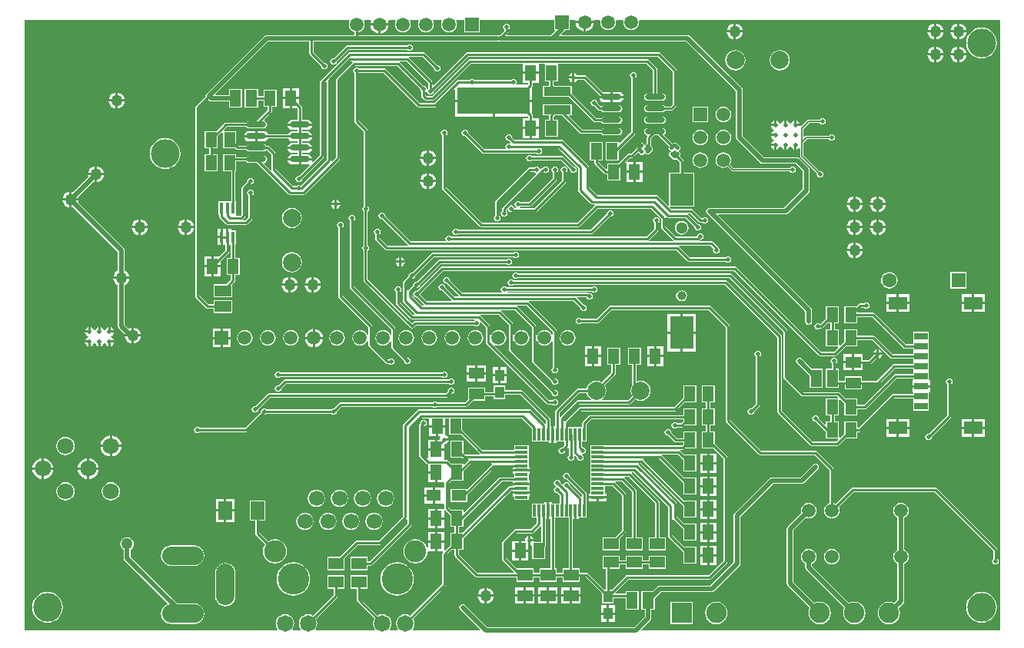
<source format=gbl>
G04 Layer_Physical_Order=2*
G04 Layer_Color=16711680*
%FSLAX25Y25*%
%MOIN*%
G70*
G01*
G75*
%ADD11R,0.05000X0.06500*%
%ADD12R,0.06500X0.05000*%
%ADD37R,0.07284X0.04921*%
%ADD38R,0.04921X0.07284*%
%ADD48C,0.01000*%
%ADD49C,0.02000*%
%ADD50C,0.00600*%
%ADD51C,0.07874*%
%ADD52C,0.03937*%
%ADD53C,0.05118*%
%ADD54C,0.05906*%
%ADD55R,0.05906X0.05906*%
%ADD56C,0.12500*%
%ADD57C,0.08858*%
%ADD58R,0.08858X0.08858*%
%ADD59C,0.06299*%
%ADD60R,0.06299X0.06299*%
%ADD61C,0.07087*%
%ADD62C,0.13583*%
%ADD63C,0.07165*%
%ADD64C,0.06693*%
%ADD65C,0.09567*%
%ADD66O,0.18000X0.08000*%
%ADD67O,0.08000X0.18000*%
%ADD68C,0.05000*%
%ADD69C,0.01969*%
%ADD70R,0.11811X0.03937*%
%ADD71R,0.31496X0.11811*%
%ADD72P,0.03677X4X270.0*%
G04:AMPARAMS|DCode=73|XSize=15.75mil|YSize=30mil|CornerRadius=0mil|HoleSize=0mil|Usage=FLASHONLY|Rotation=135.000|XOffset=0mil|YOffset=0mil|HoleType=Round|Shape=Octagon|*
%AMOCTAGOND73*
4,1,8,-0.00782,-0.01339,-0.01339,-0.00782,-0.01339,-0.00226,0.00226,0.01339,0.00782,0.01339,0.01339,0.00782,0.01339,0.00226,-0.00226,-0.01339,-0.00782,-0.01339,0.0*
%
%ADD73OCTAGOND73*%

G04:AMPARAMS|DCode=74|XSize=15mil|YSize=30mil|CornerRadius=0mil|HoleSize=0mil|Usage=FLASHONLY|Rotation=225.000|XOffset=0mil|YOffset=0mil|HoleType=Round|Shape=Octagon|*
%AMOCTAGOND74*
4,1,8,0.01326,-0.00796,0.00796,-0.01326,0.00265,-0.01326,-0.01326,0.00265,-0.01326,0.00796,-0.00796,0.01326,-0.00265,0.01326,0.01326,-0.00265,0.01326,-0.00796,0.0*
%
%ADD74OCTAGOND74*%

G04:AMPARAMS|DCode=75|XSize=15mil|YSize=30mil|CornerRadius=0mil|HoleSize=0mil|Usage=FLASHONLY|Rotation=135.000|XOffset=0mil|YOffset=0mil|HoleType=Round|Shape=Octagon|*
%AMOCTAGOND75*
4,1,8,-0.00796,-0.01326,-0.01326,-0.00796,-0.01326,-0.00265,0.00265,0.01326,0.00796,0.01326,0.01326,0.00796,0.01326,0.00265,-0.00265,-0.01326,-0.00796,-0.01326,0.0*
%
%ADD75OCTAGOND75*%

%ADD76P,0.03677X4X360.0*%
G04:AMPARAMS|DCode=77|XSize=15.75mil|YSize=30mil|CornerRadius=0mil|HoleSize=0mil|Usage=FLASHONLY|Rotation=225.000|XOffset=0mil|YOffset=0mil|HoleType=Round|Shape=Octagon|*
%AMOCTAGOND77*
4,1,8,0.01339,-0.00782,0.00782,-0.01339,0.00226,-0.01339,-0.01339,0.00226,-0.01339,0.00782,-0.00782,0.01339,-0.00226,0.01339,0.01339,-0.00226,0.01339,-0.00782,0.0*
%
%ADD77OCTAGOND77*%

%ADD78O,0.08661X0.02362*%
%ADD79R,0.05512X0.01181*%
%ADD80R,0.01181X0.05512*%
%ADD81R,0.07874X0.05709*%
%ADD82R,0.05906X0.03150*%
%ADD83R,0.06299X0.04921*%
%ADD84R,0.06000X0.08000*%
%ADD85R,0.04134X0.05118*%
%ADD86R,0.10236X0.13937*%
%ADD87R,0.10236X0.14410*%
%ADD88R,0.01575X0.05118*%
G36*
X428000Y5000D02*
X272672D01*
X272481Y5462D01*
X276454Y9436D01*
X276454Y9436D01*
X276764Y9899D01*
X276872Y10445D01*
Y13958D01*
X278306D01*
Y18842D01*
X281036Y21573D01*
X303000D01*
X303000Y21573D01*
X303546Y21681D01*
X304009Y21991D01*
X315009Y32991D01*
X315009Y32991D01*
X315319Y33454D01*
X315427Y34000D01*
X315427Y34000D01*
Y54409D01*
X329591Y68573D01*
X342000D01*
X342000Y68573D01*
X342546Y68681D01*
X343009Y68991D01*
X349009Y74991D01*
X349319Y75454D01*
X349427Y76000D01*
X349319Y76546D01*
X349009Y77009D01*
X348546Y77319D01*
X348000Y77427D01*
X347454Y77319D01*
X346991Y77009D01*
X341409Y71427D01*
X329000D01*
X328454Y71319D01*
X327991Y71009D01*
X327991Y71009D01*
X312991Y56009D01*
X312681Y55546D01*
X312573Y55000D01*
X312573Y55000D01*
Y34591D01*
X302409Y24427D01*
X280445D01*
X280445Y24427D01*
X279899Y24319D01*
X279435Y24009D01*
X279435Y24009D01*
X277468Y22042D01*
X272584D01*
Y13958D01*
X274018D01*
Y11036D01*
X269409Y6427D01*
X205591D01*
X196009Y16009D01*
X195546Y16319D01*
X195000Y16427D01*
X194454Y16319D01*
X193991Y16009D01*
X193681Y15546D01*
X193573Y15000D01*
X193681Y14454D01*
X193991Y13991D01*
X202519Y5462D01*
X202328Y5000D01*
X173556D01*
X173309Y5500D01*
X173656Y5952D01*
X174057Y6921D01*
X174194Y7961D01*
X174057Y9000D01*
X173656Y9969D01*
X173581Y10067D01*
X187649Y24135D01*
X187848Y24432D01*
X187918Y24783D01*
Y37620D01*
X190148Y39850D01*
X191582D01*
Y37500D01*
X191652Y37149D01*
X191851Y36851D01*
X200351Y28351D01*
X200649Y28152D01*
X201000Y28082D01*
X218350D01*
Y26100D01*
X225650D01*
Y28082D01*
X228350D01*
Y26100D01*
X235650D01*
Y28082D01*
X238350D01*
Y26100D01*
X245650D01*
Y28161D01*
X248281D01*
X255533Y20909D01*
Y16781D01*
X260467D01*
Y19082D01*
X265694D01*
Y13958D01*
X271416D01*
Y22042D01*
X265694D01*
Y20918D01*
X261128D01*
X260937Y21380D01*
X266640Y27082D01*
X302000D01*
X302351Y27152D01*
X302649Y27351D01*
X309649Y34351D01*
X309848Y34649D01*
X309918Y35000D01*
Y80000D01*
X309848Y80351D01*
X309649Y80649D01*
X304400Y85898D01*
Y91150D01*
X302418D01*
Y93850D01*
X304400D01*
Y101150D01*
X302418D01*
Y103850D01*
X304400D01*
Y111150D01*
X298600D01*
Y103850D01*
X300582D01*
Y101150D01*
X298600D01*
Y93850D01*
X300582D01*
Y91150D01*
X298600D01*
Y83850D01*
X303852D01*
X308082Y79620D01*
Y35380D01*
X301620Y28918D01*
X266260D01*
X265909Y28848D01*
X265611Y28649D01*
X259661Y22699D01*
X258918D01*
Y31600D01*
X263150D01*
Y33582D01*
X265850D01*
Y31600D01*
X273150D01*
Y33582D01*
X275850D01*
Y31600D01*
X283150D01*
Y37400D01*
X275850D01*
Y35418D01*
X273150D01*
Y37400D01*
X265850D01*
Y35418D01*
X263150D01*
Y37400D01*
X255850D01*
Y31600D01*
X257082D01*
Y22699D01*
X256339D01*
X249310Y29728D01*
X249013Y29926D01*
X248661Y29996D01*
X245650D01*
Y31900D01*
X242839D01*
Y53209D01*
X243390D01*
Y56965D01*
X244390D01*
Y53209D01*
X245480D01*
Y53809D01*
X248817D01*
Y60120D01*
X248744D01*
Y64173D01*
X248675Y64524D01*
X248476Y64822D01*
X241392Y71905D01*
X241411Y72000D01*
X241304Y72540D01*
X240998Y72998D01*
X240540Y73304D01*
X240000Y73411D01*
X239460Y73304D01*
X239002Y72998D01*
X238696Y72540D01*
X238589Y72000D01*
X238696Y71460D01*
X239002Y71002D01*
X239460Y70696D01*
X240000Y70589D01*
X240095Y70608D01*
X246909Y63793D01*
Y63078D01*
X246794Y62995D01*
X246409Y62889D01*
X241392Y67905D01*
X241411Y68000D01*
X241304Y68540D01*
X240998Y68998D01*
X240540Y69304D01*
X240000Y69411D01*
X239460Y69304D01*
X239002Y68998D01*
X238696Y68540D01*
X238658Y68347D01*
X238115Y68183D01*
X237392Y68905D01*
X237411Y69000D01*
X237304Y69540D01*
X236998Y69998D01*
X236540Y70304D01*
X236000Y70411D01*
X235460Y70304D01*
X235002Y69998D01*
X234696Y69540D01*
X234589Y69000D01*
X234696Y68460D01*
X235002Y68002D01*
X235338Y67778D01*
X235369Y67656D01*
Y67344D01*
X235338Y67222D01*
X235002Y66998D01*
X234696Y66540D01*
X234589Y66000D01*
X234696Y65460D01*
X235002Y65002D01*
X235460Y64696D01*
X236000Y64589D01*
X236095Y64608D01*
X237067Y63636D01*
Y60120D01*
X233669D01*
Y60720D01*
X232579D01*
Y56965D01*
Y53209D01*
X233130D01*
Y31900D01*
X228350D01*
Y29918D01*
X225650D01*
Y31900D01*
X218398D01*
X213918Y36380D01*
Y42620D01*
X218380Y47082D01*
X225000D01*
X225351Y47152D01*
X225649Y47351D01*
X228693Y50395D01*
X229077Y50288D01*
X229193Y50206D01*
Y43150D01*
X226364D01*
X226077Y43500D01*
X224500D01*
Y42076D01*
X224600Y42096D01*
X225100Y41793D01*
Y35850D01*
X230900D01*
Y41172D01*
X230958Y41259D01*
X231028Y41610D01*
Y53209D01*
X231579D01*
Y56965D01*
Y60720D01*
X230488D01*
Y60120D01*
X225183D01*
Y53809D01*
X227224D01*
Y51522D01*
X224620Y48918D01*
X218000D01*
X217649Y48848D01*
X217351Y48649D01*
X212351Y43649D01*
X212152Y43351D01*
X212082Y43000D01*
Y36000D01*
X212152Y35649D01*
X212351Y35351D01*
X217323Y30380D01*
X217131Y29918D01*
X201380D01*
X193418Y37880D01*
Y39850D01*
X195400D01*
Y45102D01*
X215990Y65693D01*
X216709D01*
Y65142D01*
X220464D01*
X224220D01*
Y66232D01*
X223621D01*
Y66988D01*
X224220D01*
Y68079D01*
X220464D01*
X216709D01*
Y67528D01*
X215610D01*
X215317Y67470D01*
X215259Y67458D01*
X214961Y67259D01*
X194852Y47150D01*
X193418D01*
Y49850D01*
X195400D01*
Y53102D01*
X211927Y69630D01*
X216709D01*
Y69079D01*
X220464D01*
X224220D01*
Y70169D01*
X223621D01*
Y72894D01*
X224220D01*
Y73984D01*
X220464D01*
X216709D01*
Y72894D01*
X217309D01*
Y71465D01*
X211547D01*
X211196Y71395D01*
X210898Y71196D01*
X195862Y56160D01*
X195400Y56351D01*
Y57150D01*
X190148D01*
X188918Y58380D01*
Y68620D01*
X190148Y69850D01*
X195400D01*
Y74102D01*
X198801Y77504D01*
X207517D01*
X207599Y77388D01*
X207706Y77004D01*
X197336Y66634D01*
X196963Y66361D01*
Y66361D01*
X196963Y66361D01*
X189864D01*
Y60639D01*
X196963D01*
Y63665D01*
X208833Y75535D01*
X216709D01*
Y74984D01*
X220464D01*
X224220D01*
Y76075D01*
X223621D01*
Y81368D01*
Y85317D01*
X217309D01*
Y83276D01*
X203522D01*
X194900Y91898D01*
Y97082D01*
X220620D01*
X225183Y92520D01*
Y86879D01*
X232457D01*
Y86279D01*
X233547D01*
Y90035D01*
Y93791D01*
X232996D01*
Y96661D01*
X232927Y97013D01*
X232728Y97310D01*
X221129Y108909D01*
X220831Y109108D01*
X220480Y109177D01*
X213467D01*
Y111219D01*
X208533D01*
Y108418D01*
X204650D01*
Y110400D01*
X197350D01*
Y105148D01*
X196120Y103918D01*
X184052D01*
X183998Y103998D01*
X183540Y104304D01*
X183000Y104411D01*
X182460Y104304D01*
X182002Y103998D01*
X181948Y103918D01*
X142000D01*
X141649Y103848D01*
X141351Y103649D01*
X139095Y101392D01*
X139000Y101411D01*
X138460Y101304D01*
X138002Y100998D01*
X137948Y100918D01*
X110052D01*
X109998Y100998D01*
X109540Y101304D01*
X109000Y101411D01*
X108460Y101304D01*
X108002Y100998D01*
X107696Y100540D01*
X107589Y100000D01*
X107607Y99905D01*
X100620Y92918D01*
X81052D01*
X80998Y92998D01*
X80540Y93304D01*
X80000Y93411D01*
X79460Y93304D01*
X79002Y92998D01*
X78696Y92540D01*
X78589Y92000D01*
X78696Y91460D01*
X79002Y91002D01*
X79460Y90696D01*
X80000Y90589D01*
X80540Y90696D01*
X80998Y91002D01*
X81052Y91082D01*
X101000D01*
X101351Y91152D01*
X101649Y91351D01*
X108905Y98607D01*
X109000Y98589D01*
X109540Y98696D01*
X109998Y99002D01*
X110052Y99082D01*
X137948D01*
X138002Y99002D01*
X138460Y98696D01*
X139000Y98589D01*
X139540Y98696D01*
X139998Y99002D01*
X140304Y99460D01*
X140411Y100000D01*
X140392Y100095D01*
X142380Y102082D01*
X181948D01*
X182002Y102002D01*
X182460Y101696D01*
X183000Y101589D01*
X183540Y101696D01*
X183998Y102002D01*
X184052Y102082D01*
X196500D01*
X196851Y102152D01*
X197149Y102351D01*
X199398Y104600D01*
X204650D01*
Y106582D01*
X208533D01*
Y105301D01*
X213467D01*
Y107342D01*
X220100D01*
X231161Y96281D01*
Y94826D01*
X231046Y94743D01*
X230661Y94637D01*
X224649Y100649D01*
X224351Y100848D01*
X224000Y100918D01*
X176000D01*
X175649Y100848D01*
X175351Y100649D01*
X169351Y94649D01*
X169152Y94351D01*
X169082Y94000D01*
Y54380D01*
X158620Y43918D01*
X149000D01*
X148649Y43848D01*
X148351Y43649D01*
X141602Y36900D01*
X136350D01*
Y31100D01*
X143650D01*
Y36352D01*
X149380Y42082D01*
X159000D01*
X159351Y42152D01*
X159649Y42351D01*
X170582Y53285D01*
X170851Y53234D01*
X171082Y53100D01*
Y51380D01*
X154620Y34918D01*
X153650D01*
Y36900D01*
X146350D01*
Y31100D01*
X153650D01*
Y33082D01*
X155000D01*
X155351Y33152D01*
X155649Y33351D01*
X172649Y50351D01*
X172848Y50649D01*
X172918Y51000D01*
Y92620D01*
X177380Y97082D01*
X180500D01*
Y94000D01*
X184000D01*
X187500D01*
Y97082D01*
X189100D01*
Y89850D01*
X194352D01*
X202395Y81807D01*
X202288Y81423D01*
X202206Y81307D01*
X195990D01*
X195400Y81898D01*
Y87150D01*
X189600D01*
Y79850D01*
X194852D01*
X194961Y79741D01*
X195259Y79542D01*
X195610Y79472D01*
X197485D01*
X197568Y79357D01*
X197674Y78972D01*
X195720Y77017D01*
X195400Y77150D01*
Y77150D01*
X190148D01*
X188649Y78649D01*
X188351Y78848D01*
X188000Y78918D01*
X187362D01*
X187000Y79250D01*
Y83000D01*
X183500D01*
X180000D01*
Y79951D01*
X179538Y79760D01*
X177918Y81380D01*
Y93521D01*
X178000Y93589D01*
X178540Y93696D01*
X178998Y94002D01*
X179304Y94460D01*
X179411Y95000D01*
X179304Y95540D01*
X178998Y95998D01*
X178540Y96304D01*
X178000Y96411D01*
X177460Y96304D01*
X177002Y95998D01*
X176696Y95540D01*
X176589Y95000D01*
X176608Y94905D01*
X176351Y94649D01*
X176152Y94351D01*
X176082Y94000D01*
Y81000D01*
X176152Y80649D01*
X176351Y80351D01*
X179351Y77351D01*
X179649Y77152D01*
X180000Y77082D01*
Y74000D01*
X183500D01*
Y73500D01*
X184000D01*
Y69250D01*
X186622D01*
X187040Y69023D01*
X187082Y68784D01*
Y67317D01*
X186736Y66961D01*
X186582Y66961D01*
X183087D01*
Y63500D01*
Y60039D01*
X186582D01*
X186736Y60039D01*
X187082Y59683D01*
Y58216D01*
X187040Y57977D01*
X186622Y57750D01*
X184000D01*
Y54000D01*
X187000D01*
Y56995D01*
X187500Y57202D01*
X189600Y55102D01*
Y49850D01*
X191582D01*
Y47150D01*
X189600D01*
Y41898D01*
X187462Y39760D01*
X187000Y39951D01*
Y43000D01*
X184000D01*
Y39250D01*
X186299D01*
X186490Y38788D01*
X186351Y38649D01*
X186152Y38351D01*
X186082Y38000D01*
Y25164D01*
X172283Y11365D01*
X172186Y11440D01*
X171217Y11841D01*
X170177Y11978D01*
X169138Y11841D01*
X168169Y11440D01*
X167337Y10801D01*
X166698Y9969D01*
X166297Y9000D01*
X166160Y7961D01*
X166297Y6921D01*
X166698Y5952D01*
X167045Y5500D01*
X166799Y5000D01*
X163556D01*
X163309Y5500D01*
X163656Y5952D01*
X164057Y6921D01*
X164194Y7961D01*
X164057Y9000D01*
X163656Y9969D01*
X163018Y10801D01*
X162186Y11440D01*
X161217Y11841D01*
X160177Y11978D01*
X159137Y11841D01*
X158169Y11440D01*
X158071Y11365D01*
X150918Y18518D01*
Y23100D01*
X153650D01*
Y28900D01*
X146350D01*
Y23100D01*
X149082D01*
Y18138D01*
X149152Y17787D01*
X149351Y17489D01*
X156773Y10067D01*
X156698Y9969D01*
X156297Y9000D01*
X156160Y7961D01*
X156297Y6921D01*
X156698Y5952D01*
X157045Y5500D01*
X156799Y5000D01*
X131390D01*
X131144Y5500D01*
X131491Y5952D01*
X131892Y6921D01*
X132029Y7961D01*
X131892Y9000D01*
X131491Y9969D01*
X131416Y10067D01*
X140649Y19300D01*
X140848Y19598D01*
X140918Y19949D01*
Y23100D01*
X143650D01*
Y28900D01*
X136350D01*
Y23100D01*
X139082D01*
Y20329D01*
X130118Y11365D01*
X130020Y11440D01*
X129051Y11841D01*
X128012Y11978D01*
X126972Y11841D01*
X126003Y11440D01*
X125171Y10801D01*
X124533Y9969D01*
X124132Y9000D01*
X123995Y7961D01*
X124132Y6921D01*
X124533Y5952D01*
X124880Y5500D01*
X124633Y5000D01*
X121390D01*
X121144Y5500D01*
X121491Y5952D01*
X121892Y6921D01*
X122029Y7961D01*
X121892Y9000D01*
X121491Y9969D01*
X120852Y10801D01*
X120020Y11440D01*
X119052Y11841D01*
X118012Y11978D01*
X116972Y11841D01*
X116003Y11440D01*
X115171Y10801D01*
X114533Y9969D01*
X114132Y9000D01*
X113995Y7961D01*
X114132Y6921D01*
X114533Y5952D01*
X114880Y5500D01*
X114633Y5000D01*
X5000D01*
Y270000D01*
X145727D01*
X145992Y269500D01*
X145733Y268875D01*
X145618Y268000D01*
X145733Y267125D01*
X146071Y266309D01*
X146609Y265609D01*
X147309Y265071D01*
X148082Y264751D01*
Y263427D01*
X110000D01*
X110000Y263427D01*
X109454Y263319D01*
X108991Y263009D01*
X108991Y263009D01*
X83991Y238009D01*
X83681Y237546D01*
X83573Y237000D01*
X83594Y236892D01*
X79351Y232649D01*
X79152Y232351D01*
X79082Y232000D01*
Y150000D01*
X79152Y149649D01*
X79351Y149351D01*
X83796Y144906D01*
X84094Y144707D01*
X84445Y144638D01*
X86958D01*
Y142694D01*
X95042D01*
Y148416D01*
X86958D01*
Y146473D01*
X84825D01*
X80918Y150380D01*
Y231620D01*
X84640Y235342D01*
X84991Y234991D01*
X84991Y234991D01*
X85454Y234681D01*
X86000Y234573D01*
X93695D01*
Y231958D01*
X99416D01*
Y240042D01*
X93695D01*
Y237427D01*
X88099D01*
X87908Y237889D01*
X110591Y260573D01*
X128582D01*
Y255500D01*
X128652Y255149D01*
X128851Y254851D01*
X133607Y250095D01*
X133589Y250000D01*
X133696Y249460D01*
X134002Y249002D01*
X134460Y248696D01*
X135000Y248589D01*
X135540Y248696D01*
X135998Y249002D01*
X136304Y249460D01*
X136411Y250000D01*
X136304Y250540D01*
X135998Y250998D01*
X135540Y251304D01*
X135000Y251411D01*
X134905Y251393D01*
X130418Y255880D01*
Y260573D01*
X210000D01*
X210500Y260672D01*
X211000Y260573D01*
X234000D01*
X234000Y260573D01*
X234000Y260573D01*
X291993D01*
X313573Y238993D01*
Y219000D01*
X313573Y219000D01*
X313681Y218454D01*
X313991Y217991D01*
X323991Y207991D01*
X323991Y207991D01*
X324454Y207681D01*
X325000Y207573D01*
X325000Y207573D01*
X339409D01*
X342573Y204409D01*
Y196591D01*
X334409Y188427D01*
X302000D01*
X302000Y188427D01*
X301454Y188319D01*
X300991Y188009D01*
X300681Y187546D01*
X300573Y187000D01*
X300681Y186454D01*
X300991Y185991D01*
X343573Y143409D01*
Y139000D01*
X343681Y138454D01*
X343991Y137991D01*
X344454Y137681D01*
X345000Y137573D01*
X345546Y137681D01*
X346009Y137991D01*
X346319Y138454D01*
X346427Y139000D01*
Y144000D01*
X346319Y144546D01*
X346009Y145009D01*
X346009Y145009D01*
X305908Y185111D01*
X306099Y185573D01*
X335000D01*
X335000Y185573D01*
X335546Y185681D01*
X336009Y185991D01*
X345009Y194991D01*
X345009Y194991D01*
X345319Y195454D01*
X345427Y196000D01*
X345427Y196000D01*
Y205000D01*
X345319Y205546D01*
X345009Y206009D01*
X345009Y206009D01*
X341009Y210009D01*
X340546Y210319D01*
X340000Y210427D01*
X340000Y210427D01*
X325591D01*
X316427Y219591D01*
Y239584D01*
X316427Y239584D01*
X316319Y240130D01*
X316009Y240594D01*
X316009Y240594D01*
X293594Y263009D01*
X293130Y263319D01*
X292584Y263427D01*
X292584Y263427D01*
X238099D01*
X237908Y263889D01*
X239009Y264991D01*
X239009Y264991D01*
X239319Y265454D01*
X239357Y265647D01*
X241353D01*
Y270000D01*
X243766D01*
X244095Y269624D01*
X244079Y269500D01*
X251921D01*
X251905Y269624D01*
X252234Y270000D01*
X254272D01*
X254684Y269500D01*
X254618Y269000D01*
X254734Y268125D01*
X255071Y267309D01*
X255609Y266609D01*
X256309Y266071D01*
X257125Y265734D01*
X258000Y265618D01*
X258875Y265734D01*
X259691Y266071D01*
X260391Y266609D01*
X260929Y267309D01*
X261266Y268125D01*
X261382Y269000D01*
X261316Y269500D01*
X261728Y270000D01*
X264272D01*
X264684Y269500D01*
X264618Y269000D01*
X264734Y268125D01*
X265071Y267309D01*
X265609Y266609D01*
X266309Y266071D01*
X267125Y265734D01*
X268000Y265618D01*
X268875Y265734D01*
X269691Y266071D01*
X270391Y266609D01*
X270929Y267309D01*
X271266Y268125D01*
X271382Y269000D01*
X271316Y269500D01*
X271728Y270000D01*
X428000D01*
Y5000D01*
D02*
G37*
G36*
X234647Y265647D02*
X234975D01*
X235167Y265185D01*
X233409Y263427D01*
X214378D01*
X214187Y263889D01*
X214649Y264351D01*
X214848Y264649D01*
X214918Y265000D01*
Y265948D01*
X214998Y266002D01*
X215304Y266460D01*
X215411Y267000D01*
X215304Y267540D01*
X214998Y267998D01*
X214540Y268304D01*
X214000Y268411D01*
X213460Y268304D01*
X213002Y267998D01*
X212696Y267540D01*
X212589Y267000D01*
X212696Y266460D01*
X213002Y266002D01*
X213082Y265948D01*
Y265380D01*
X211130Y263427D01*
X211000D01*
X210500Y263328D01*
X210000Y263427D01*
X149918D01*
Y264751D01*
X150691Y265071D01*
X151391Y265609D01*
X151929Y266309D01*
X152267Y267125D01*
X152382Y268000D01*
X152267Y268875D01*
X152008Y269500D01*
X152273Y270000D01*
X155009D01*
X155343Y269500D01*
X155149Y269032D01*
X155079Y268500D01*
X159000D01*
X162921D01*
X162851Y269032D01*
X162657Y269500D01*
X162991Y270000D01*
X165727D01*
X165992Y269500D01*
X165734Y268875D01*
X165618Y268000D01*
X165734Y267125D01*
X166071Y266309D01*
X166609Y265609D01*
X167309Y265071D01*
X168125Y264734D01*
X169000Y264618D01*
X169875Y264734D01*
X170691Y265071D01*
X171391Y265609D01*
X171929Y266309D01*
X172266Y267125D01*
X172382Y268000D01*
X172266Y268875D01*
X172008Y269500D01*
X172273Y270000D01*
X175727D01*
X175992Y269500D01*
X175733Y268875D01*
X175618Y268000D01*
X175733Y267125D01*
X176071Y266309D01*
X176609Y265609D01*
X177309Y265071D01*
X178125Y264734D01*
X179000Y264618D01*
X179875Y264734D01*
X180691Y265071D01*
X181391Y265609D01*
X181929Y266309D01*
X182266Y267125D01*
X182382Y268000D01*
X182266Y268875D01*
X182008Y269500D01*
X182273Y270000D01*
X185727D01*
X185992Y269500D01*
X185733Y268875D01*
X185618Y268000D01*
X185733Y267125D01*
X186071Y266309D01*
X186609Y265609D01*
X187309Y265071D01*
X188125Y264734D01*
X189000Y264618D01*
X189875Y264734D01*
X190691Y265071D01*
X191391Y265609D01*
X191929Y266309D01*
X192266Y267125D01*
X192382Y268000D01*
X192266Y268875D01*
X192008Y269500D01*
X192273Y270000D01*
X195647D01*
Y264647D01*
X202353D01*
Y270000D01*
X234647D01*
Y265647D01*
D02*
G37*
G36*
X241004Y31900D02*
X238350D01*
Y29918D01*
X235650D01*
Y31900D01*
X234965D01*
Y53809D01*
X241004D01*
Y31900D01*
D02*
G37*
%LPC*%
G36*
X410500Y268464D02*
Y265500D01*
X413464D01*
X413410Y265914D01*
X413057Y266765D01*
X412496Y267496D01*
X411765Y268057D01*
X410914Y268410D01*
X410500Y268464D01*
D02*
G37*
G36*
X409500D02*
X409086Y268410D01*
X408235Y268057D01*
X407504Y267496D01*
X406943Y266765D01*
X406590Y265914D01*
X406536Y265500D01*
X409500D01*
Y268464D01*
D02*
G37*
G36*
X400500D02*
Y265500D01*
X403464D01*
X403410Y265914D01*
X403057Y266765D01*
X402496Y267496D01*
X401765Y268057D01*
X400914Y268410D01*
X400500Y268464D01*
D02*
G37*
G36*
X399500D02*
X399086Y268410D01*
X398235Y268057D01*
X397504Y267496D01*
X396943Y266765D01*
X396590Y265914D01*
X396536Y265500D01*
X399500D01*
Y268464D01*
D02*
G37*
G36*
X313500D02*
Y265500D01*
X316464D01*
X316410Y265914D01*
X316057Y266765D01*
X315496Y267496D01*
X314765Y268057D01*
X313914Y268410D01*
X313500Y268464D01*
D02*
G37*
G36*
X312500D02*
X312086Y268410D01*
X311235Y268057D01*
X310504Y267496D01*
X309943Y266765D01*
X309590Y265914D01*
X309536Y265500D01*
X312500D01*
Y268464D01*
D02*
G37*
G36*
X251921Y268500D02*
X248500D01*
Y265079D01*
X249032Y265149D01*
X249993Y265547D01*
X250819Y266181D01*
X251453Y267007D01*
X251851Y267968D01*
X251921Y268500D01*
D02*
G37*
G36*
X247500D02*
X244079D01*
X244149Y267968D01*
X244547Y267007D01*
X245181Y266181D01*
X246007Y265547D01*
X246968Y265149D01*
X247500Y265079D01*
Y268500D01*
D02*
G37*
G36*
X413464Y264500D02*
X410500D01*
Y261536D01*
X410914Y261590D01*
X411765Y261943D01*
X412496Y262504D01*
X413057Y263235D01*
X413410Y264086D01*
X413464Y264500D01*
D02*
G37*
G36*
X409500D02*
X406536D01*
X406590Y264086D01*
X406943Y263235D01*
X407504Y262504D01*
X408235Y261943D01*
X409086Y261590D01*
X409500Y261536D01*
Y264500D01*
D02*
G37*
G36*
X403464D02*
X400500D01*
Y261536D01*
X400914Y261590D01*
X401765Y261943D01*
X402496Y262504D01*
X403057Y263235D01*
X403410Y264086D01*
X403464Y264500D01*
D02*
G37*
G36*
X399500D02*
X396536D01*
X396590Y264086D01*
X396943Y263235D01*
X397504Y262504D01*
X398235Y261943D01*
X399086Y261590D01*
X399500Y261536D01*
Y264500D01*
D02*
G37*
G36*
X316464D02*
X313500D01*
Y261536D01*
X313914Y261590D01*
X314765Y261943D01*
X315496Y262504D01*
X316057Y263235D01*
X316410Y264086D01*
X316464Y264500D01*
D02*
G37*
G36*
X312500D02*
X309536D01*
X309590Y264086D01*
X309943Y263235D01*
X310504Y262504D01*
X311235Y261943D01*
X312086Y261590D01*
X312500Y261536D01*
Y264500D01*
D02*
G37*
G36*
X172000Y259411D02*
X171460Y259304D01*
X171002Y258998D01*
X170948Y258918D01*
X145000D01*
X144649Y258848D01*
X144351Y258649D01*
X139095Y253393D01*
X139000Y253411D01*
X138460Y253304D01*
X138002Y252998D01*
X137696Y252540D01*
X137589Y252000D01*
X137696Y251460D01*
X138002Y251002D01*
X138460Y250696D01*
X139000Y250589D01*
X139540Y250696D01*
X139998Y251002D01*
X140304Y251460D01*
X140411Y252000D01*
X140392Y252095D01*
X145380Y257082D01*
X170948D01*
X171002Y257002D01*
X171460Y256696D01*
X172000Y256589D01*
X172540Y256696D01*
X172998Y257002D01*
X173304Y257460D01*
X173411Y258000D01*
X173304Y258540D01*
X172998Y258998D01*
X172540Y259304D01*
X172000Y259411D01*
D02*
G37*
G36*
X410500Y258464D02*
Y255500D01*
X413464D01*
X413410Y255914D01*
X413057Y256765D01*
X412496Y257496D01*
X411765Y258057D01*
X410914Y258410D01*
X410500Y258464D01*
D02*
G37*
G36*
X409500D02*
X409086Y258410D01*
X408235Y258057D01*
X407504Y257496D01*
X406943Y256765D01*
X406590Y255914D01*
X406536Y255500D01*
X409500D01*
Y258464D01*
D02*
G37*
G36*
X400500D02*
Y255500D01*
X403464D01*
X403410Y255914D01*
X403057Y256765D01*
X402496Y257496D01*
X401765Y258057D01*
X400914Y258410D01*
X400500Y258464D01*
D02*
G37*
G36*
X399500D02*
X399086Y258410D01*
X398235Y258057D01*
X397504Y257496D01*
X396943Y256765D01*
X396590Y255914D01*
X396536Y255500D01*
X399500D01*
Y258464D01*
D02*
G37*
G36*
X420000Y266682D02*
X418696Y266554D01*
X417443Y266174D01*
X416288Y265556D01*
X415275Y264725D01*
X414444Y263712D01*
X413827Y262557D01*
X413446Y261304D01*
X413318Y260000D01*
X413446Y258696D01*
X413827Y257443D01*
X414444Y256288D01*
X415275Y255275D01*
X416288Y254444D01*
X417443Y253826D01*
X418696Y253446D01*
X420000Y253318D01*
X421304Y253446D01*
X422557Y253826D01*
X423712Y254444D01*
X424725Y255275D01*
X425556Y256288D01*
X426173Y257443D01*
X426554Y258696D01*
X426682Y260000D01*
X426554Y261304D01*
X426173Y262557D01*
X425556Y263712D01*
X424725Y264725D01*
X423712Y265556D01*
X422557Y266174D01*
X421304Y266554D01*
X420000Y266682D01*
D02*
G37*
G36*
X413464Y254500D02*
X410500D01*
Y251536D01*
X410914Y251590D01*
X411765Y251943D01*
X412496Y252504D01*
X413057Y253235D01*
X413410Y254086D01*
X413464Y254500D01*
D02*
G37*
G36*
X409500D02*
X406536D01*
X406590Y254086D01*
X406943Y253235D01*
X407504Y252504D01*
X408235Y251943D01*
X409086Y251590D01*
X409500Y251536D01*
Y254500D01*
D02*
G37*
G36*
X403464D02*
X400500D01*
Y251536D01*
X400914Y251590D01*
X401765Y251943D01*
X402496Y252504D01*
X403057Y253235D01*
X403410Y254086D01*
X403464Y254500D01*
D02*
G37*
G36*
X399500D02*
X396536D01*
X396590Y254086D01*
X396943Y253235D01*
X397504Y252504D01*
X398235Y251943D01*
X399086Y251590D01*
X399500Y251536D01*
Y254500D01*
D02*
G37*
G36*
X332500Y256874D02*
X331368Y256725D01*
X330313Y256288D01*
X329407Y255593D01*
X328712Y254687D01*
X328275Y253632D01*
X328126Y252500D01*
X328275Y251368D01*
X328712Y250313D01*
X329407Y249407D01*
X330313Y248712D01*
X331368Y248275D01*
X332500Y248126D01*
X333632Y248275D01*
X334687Y248712D01*
X335593Y249407D01*
X336288Y250313D01*
X336725Y251368D01*
X336874Y252500D01*
X336725Y253632D01*
X336288Y254687D01*
X335593Y255593D01*
X334687Y256288D01*
X333632Y256725D01*
X332500Y256874D01*
D02*
G37*
G36*
X313287D02*
X312155Y256725D01*
X311100Y256288D01*
X310194Y255593D01*
X309499Y254687D01*
X309062Y253632D01*
X308913Y252500D01*
X309062Y251368D01*
X309499Y250313D01*
X310194Y249407D01*
X311100Y248712D01*
X312155Y248275D01*
X313287Y248126D01*
X314420Y248275D01*
X315475Y248712D01*
X316381Y249407D01*
X317076Y250313D01*
X317513Y251368D01*
X317662Y252500D01*
X317513Y253632D01*
X317076Y254687D01*
X316381Y255593D01*
X315475Y256288D01*
X314420Y256725D01*
X313287Y256874D01*
D02*
G37*
G36*
X280000Y255918D02*
X197000D01*
X196649Y255848D01*
X196351Y255649D01*
X182380Y241677D01*
X181918Y241869D01*
Y243000D01*
X181848Y243351D01*
X181649Y243649D01*
X171715Y253582D01*
X171766Y253851D01*
X171900Y254082D01*
X177620D01*
X182607Y249095D01*
X182589Y249000D01*
X182696Y248460D01*
X183002Y248002D01*
X183460Y247696D01*
X184000Y247589D01*
X184540Y247696D01*
X184998Y248002D01*
X185304Y248460D01*
X185411Y249000D01*
X185304Y249540D01*
X184998Y249998D01*
X184540Y250304D01*
X184000Y250411D01*
X183905Y250393D01*
X178649Y255649D01*
X178351Y255848D01*
X178000Y255918D01*
X146000D01*
X145649Y255848D01*
X145351Y255649D01*
X133351Y243649D01*
X133152Y243351D01*
X133082Y243000D01*
Y211380D01*
X130059Y208357D01*
X129653Y208649D01*
X129723Y209000D01*
X124949D01*
Y207276D01*
X127598D01*
X128449Y207445D01*
X128742Y207039D01*
X124095Y202393D01*
X124000Y202411D01*
X123460Y202304D01*
X123002Y201998D01*
X122696Y201540D01*
X122589Y201000D01*
X122696Y200460D01*
X123002Y200002D01*
X123460Y199696D01*
X124000Y199589D01*
X124540Y199696D01*
X124998Y200002D01*
X125304Y200460D01*
X125411Y201000D01*
X125392Y201095D01*
X134649Y210351D01*
X134848Y210649D01*
X134918Y211000D01*
Y242620D01*
X135620Y243323D01*
X136082Y243131D01*
Y209380D01*
X124820Y198117D01*
X124540Y198304D01*
X124000Y198411D01*
X123460Y198304D01*
X123002Y197998D01*
X122948Y197918D01*
X121380D01*
X113918Y205380D01*
Y212000D01*
X113848Y212351D01*
X113649Y212649D01*
X111149Y215149D01*
X110851Y215348D01*
X110500Y215418D01*
X109989D01*
X109841Y215640D01*
X109318Y215989D01*
X108701Y216112D01*
X102402D01*
X101785Y215989D01*
X101262Y215640D01*
X101113Y215418D01*
X97880D01*
X96900Y216398D01*
Y221650D01*
X91655D01*
X91448Y222150D01*
X92880Y223582D01*
X101113D01*
X101262Y223360D01*
X101785Y223011D01*
X102402Y222888D01*
X108701D01*
X109318Y223011D01*
X109841Y223360D01*
X110190Y223883D01*
X110313Y224500D01*
X110190Y225117D01*
X109841Y225640D01*
X109318Y225989D01*
X109091Y226034D01*
X108926Y226577D01*
X112149Y229800D01*
X112348Y230098D01*
X112418Y230449D01*
Y232350D01*
X114400D01*
Y239650D01*
X108600D01*
Y236918D01*
X106306D01*
Y240042D01*
X100584D01*
Y231958D01*
X106306D01*
Y235082D01*
X108600D01*
Y232350D01*
X110582D01*
Y230829D01*
X105866Y226112D01*
X102402D01*
X101785Y225989D01*
X101262Y225640D01*
X101113Y225418D01*
X92500D01*
X92149Y225348D01*
X91851Y225149D01*
X88352Y221650D01*
X83100D01*
Y214350D01*
X85082D01*
Y211650D01*
X83100D01*
Y204350D01*
X88900D01*
Y211650D01*
X86918D01*
Y214350D01*
X88900D01*
Y219602D01*
X90600Y221302D01*
X91100Y221095D01*
Y214350D01*
X96352D01*
X96851Y213851D01*
X97149Y213652D01*
X97500Y213582D01*
X101113D01*
X101262Y213360D01*
X101785Y213011D01*
X102402Y212888D01*
X108701D01*
X109318Y213011D01*
X109841Y213360D01*
X110402Y213300D01*
X112082Y211620D01*
Y205000D01*
X112089Y204967D01*
X111628Y204721D01*
X108926Y207423D01*
X109091Y207965D01*
X109318Y208011D01*
X109841Y208360D01*
X110190Y208883D01*
X110313Y209500D01*
X110190Y210117D01*
X109841Y210640D01*
X109318Y210989D01*
X108701Y211112D01*
X102402D01*
X101785Y210989D01*
X101262Y210640D01*
X101113Y210418D01*
X96900D01*
Y211650D01*
X91100D01*
Y204350D01*
X94641D01*
Y191369D01*
X94187Y191258D01*
X93872Y191258D01*
X92128D01*
X91813Y191258D01*
X91313Y191258D01*
X89253D01*
Y185340D01*
X89523D01*
Y184559D01*
X89593Y184208D01*
X89792Y183910D01*
X92351Y181351D01*
X92649Y181152D01*
X93000Y181082D01*
X101000D01*
X101351Y181152D01*
X101649Y181351D01*
X103649Y183351D01*
X103848Y183649D01*
X103918Y184000D01*
Y193948D01*
X103998Y194002D01*
X104304Y194460D01*
X104411Y195000D01*
X104304Y195540D01*
X103998Y195998D01*
X103540Y196304D01*
X103000Y196411D01*
X102460Y196304D01*
X102002Y195998D01*
X101696Y195540D01*
X101589Y195000D01*
X101696Y194460D01*
X102002Y194002D01*
X102082Y193948D01*
Y184380D01*
X100620Y182918D01*
X99900D01*
X99766Y183149D01*
X99715Y183418D01*
X100649Y184351D01*
X100848Y184649D01*
X100918Y185000D01*
Y196620D01*
X102905Y198608D01*
X103000Y198589D01*
X103540Y198696D01*
X103998Y199002D01*
X104304Y199460D01*
X104411Y200000D01*
X104304Y200540D01*
X103998Y200998D01*
X103540Y201304D01*
X103000Y201411D01*
X102460Y201304D01*
X102002Y200998D01*
X101696Y200540D01*
X101589Y200000D01*
X101608Y199905D01*
X99351Y197649D01*
X99152Y197351D01*
X99082Y197000D01*
Y185380D01*
X98620Y184918D01*
X96934D01*
X96746Y185340D01*
X96746Y185418D01*
Y191258D01*
X96477D01*
Y204350D01*
X96900D01*
Y208582D01*
X101113D01*
X101262Y208360D01*
X101785Y208011D01*
X102402Y207888D01*
X105866D01*
X119402Y194351D01*
X119700Y194152D01*
X120051Y194082D01*
X126000D01*
X126351Y194152D01*
X126649Y194351D01*
X141649Y209351D01*
X141848Y209649D01*
X141918Y210000D01*
Y243620D01*
X148380Y250082D01*
X166620D01*
X176608Y240095D01*
X176589Y240000D01*
X176696Y239460D01*
X177002Y239002D01*
X177082Y238948D01*
Y237000D01*
X177152Y236649D01*
X177351Y236351D01*
X178351Y235351D01*
X178649Y235152D01*
X179000Y235082D01*
X182000D01*
X182351Y235152D01*
X182649Y235351D01*
X198380Y251082D01*
X221000D01*
Y247500D01*
X224500D01*
X228000D01*
Y251082D01*
X230437D01*
X230600Y250650D01*
X230600Y250582D01*
Y243350D01*
X232582D01*
Y241374D01*
X232474Y241243D01*
X229695D01*
Y236506D01*
X241197D01*
X251851Y225851D01*
X252149Y225652D01*
X252500Y225582D01*
X255113D01*
X255262Y225360D01*
X255785Y225011D01*
X256402Y224888D01*
X262701D01*
X263318Y225011D01*
X263841Y225360D01*
X264190Y225883D01*
X264313Y226500D01*
X264190Y227117D01*
X263841Y227640D01*
X263318Y227989D01*
X262701Y228112D01*
X256402D01*
X255785Y227989D01*
X255262Y227640D01*
X255113Y227418D01*
X252880D01*
X242305Y237992D01*
Y241243D01*
X234929D01*
X234418Y241754D01*
Y243350D01*
X236400D01*
Y250582D01*
X236400Y250650D01*
X236563Y251082D01*
X274620D01*
X277531Y248171D01*
Y238112D01*
X275299D01*
X274682Y237989D01*
X274159Y237640D01*
X273810Y237117D01*
X273687Y236500D01*
X273810Y235883D01*
X274159Y235360D01*
X274682Y235011D01*
X275299Y234888D01*
X281598D01*
X282215Y235011D01*
X282738Y235360D01*
X283088Y235883D01*
X283210Y236500D01*
X283088Y237117D01*
X282738Y237640D01*
X282215Y237989D01*
X281598Y238112D01*
X279366D01*
Y248551D01*
X279297Y248902D01*
X279098Y249200D01*
X275649Y252649D01*
X275351Y252848D01*
X275000Y252918D01*
X198000D01*
X197649Y252848D01*
X197351Y252649D01*
X181620Y236918D01*
X179380D01*
X178918Y237380D01*
Y238727D01*
X179103Y238877D01*
X179653Y238677D01*
X179696Y238460D01*
X180002Y238002D01*
X180460Y237696D01*
X181000Y237589D01*
X181540Y237696D01*
X181998Y238002D01*
X182304Y238460D01*
X182411Y239000D01*
X182393Y239095D01*
X197380Y254082D01*
X279620D01*
X286082Y247620D01*
Y233380D01*
X285120Y232418D01*
X282887D01*
X282738Y232640D01*
X282215Y232989D01*
X281598Y233112D01*
X275299D01*
X274682Y232989D01*
X274159Y232640D01*
X273810Y232117D01*
X273687Y231500D01*
X273810Y230883D01*
X274159Y230360D01*
X274682Y230011D01*
X275299Y229888D01*
X281598D01*
X282215Y230011D01*
X282738Y230360D01*
X282887Y230582D01*
X285500D01*
X285851Y230652D01*
X286149Y230851D01*
X287649Y232351D01*
X287848Y232649D01*
X287918Y233000D01*
Y248000D01*
X287848Y248351D01*
X287649Y248649D01*
X280649Y255649D01*
X280351Y255848D01*
X280000Y255918D01*
D02*
G37*
G36*
X242500Y246924D02*
X242226Y246869D01*
X241569Y246431D01*
X241131Y245774D01*
X241076Y245500D01*
X242500D01*
Y246924D01*
D02*
G37*
G36*
Y244500D02*
X241076D01*
X241131Y244226D01*
X241569Y243569D01*
X242226Y243131D01*
X242500Y243076D01*
Y244500D01*
D02*
G37*
G36*
X262701Y238724D02*
X260051D01*
Y237000D01*
X264825D01*
X264755Y237351D01*
X264273Y238072D01*
X263552Y238555D01*
X262701Y238724D01*
D02*
G37*
G36*
X243500Y246924D02*
Y245000D01*
Y243076D01*
X243774Y243131D01*
X244431Y243569D01*
X244773Y244082D01*
X247620D01*
X254349Y237354D01*
X254347Y237351D01*
X254277Y237000D01*
X259051D01*
Y238724D01*
X256402D01*
X255711Y238586D01*
X248649Y245649D01*
X248351Y245848D01*
X248000Y245918D01*
X244773D01*
X244431Y246431D01*
X243774Y246869D01*
X243500Y246924D01*
D02*
G37*
G36*
X124000Y240250D02*
X121000D01*
Y236500D01*
X124000D01*
Y240250D01*
D02*
G37*
G36*
X120000D02*
X117000D01*
Y236500D01*
X120000D01*
Y240250D01*
D02*
G37*
G36*
X45500Y238464D02*
Y235500D01*
X48464D01*
X48410Y235914D01*
X48057Y236765D01*
X47496Y237496D01*
X46765Y238057D01*
X45914Y238410D01*
X45500Y238464D01*
D02*
G37*
G36*
X44500D02*
X44086Y238410D01*
X43235Y238057D01*
X42504Y237496D01*
X41943Y236765D01*
X41590Y235914D01*
X41536Y235500D01*
X44500D01*
Y238464D01*
D02*
G37*
G36*
X149000Y249411D02*
X148460Y249304D01*
X148002Y248998D01*
X147696Y248540D01*
X147589Y248000D01*
X147696Y247460D01*
X148002Y247002D01*
X148082Y246948D01*
Y226000D01*
X148152Y225649D01*
X148351Y225351D01*
X152082Y221620D01*
Y189052D01*
X152002Y188998D01*
X151696Y188540D01*
X151589Y188000D01*
X151696Y187460D01*
X151998Y187008D01*
Y171992D01*
X151696Y171540D01*
X151589Y171000D01*
X151696Y170460D01*
X151998Y170008D01*
Y157084D01*
X152068Y156733D01*
X152267Y156435D01*
X172351Y136351D01*
X172649Y136152D01*
X173000Y136082D01*
X173351Y136152D01*
X173649Y136351D01*
X174759Y137461D01*
X199948D01*
X200002Y137381D01*
X200460Y137074D01*
X201000Y136967D01*
X201540Y137074D01*
X201998Y137381D01*
X202304Y137838D01*
X202411Y138378D01*
X202360Y138635D01*
X202821Y138881D01*
X205082Y136620D01*
Y130000D01*
X205152Y129649D01*
X205351Y129351D01*
X231351Y103351D01*
X231649Y103152D01*
X232000Y103082D01*
X233948D01*
X234002Y103002D01*
X234460Y102696D01*
X235000Y102589D01*
X235540Y102696D01*
X235998Y103002D01*
X236304Y103460D01*
X236411Y104000D01*
X236304Y104540D01*
X235998Y104998D01*
X235540Y105304D01*
X235000Y105411D01*
X234460Y105304D01*
X234002Y104998D01*
X233948Y104918D01*
X232380D01*
X208890Y128408D01*
X209173Y128832D01*
X209676Y128623D01*
X210551Y128508D01*
X211426Y128623D01*
X212242Y128961D01*
X212942Y129499D01*
X213480Y130199D01*
X213818Y131015D01*
X213933Y131890D01*
X213818Y132765D01*
X213480Y133581D01*
X212942Y134281D01*
X212242Y134818D01*
X211426Y135156D01*
X210551Y135271D01*
X209676Y135156D01*
X208860Y134818D01*
X208160Y134281D01*
X207623Y133581D01*
X207418Y133086D01*
X206918Y133185D01*
Y137000D01*
X206848Y137351D01*
X206649Y137649D01*
X202715Y141582D01*
X202766Y141851D01*
X202900Y142082D01*
X210620D01*
X215082Y137620D01*
Y127000D01*
X215152Y126649D01*
X215351Y126351D01*
X233608Y108095D01*
X233589Y108000D01*
X233696Y107460D01*
X234002Y107002D01*
X234460Y106696D01*
X235000Y106589D01*
X235540Y106696D01*
X235998Y107002D01*
X236304Y107460D01*
X236411Y108000D01*
X236304Y108540D01*
X235998Y108998D01*
X235540Y109304D01*
X235000Y109411D01*
X234905Y109392D01*
X216918Y127380D01*
Y130594D01*
X217418Y130694D01*
X217623Y130199D01*
X218160Y129499D01*
X218860Y128961D01*
X219676Y128623D01*
X220551Y128508D01*
X221426Y128623D01*
X222242Y128961D01*
X222942Y129499D01*
X223480Y130199D01*
X223818Y131015D01*
X223933Y131890D01*
X223818Y132765D01*
X223480Y133581D01*
X222942Y134281D01*
X222242Y134818D01*
X221426Y135156D01*
X220551Y135271D01*
X219676Y135156D01*
X218860Y134818D01*
X218160Y134281D01*
X217623Y133581D01*
X217418Y133086D01*
X216918Y133185D01*
Y138000D01*
X216848Y138351D01*
X216649Y138649D01*
X211715Y143582D01*
X211766Y143851D01*
X211900Y144082D01*
X217620D01*
X225082Y136620D01*
Y122000D01*
X225152Y121649D01*
X225351Y121351D01*
X233608Y113095D01*
X233589Y113000D01*
X233696Y112460D01*
X234002Y112002D01*
X234460Y111696D01*
X235000Y111589D01*
X235540Y111696D01*
X235998Y112002D01*
X236304Y112460D01*
X236411Y113000D01*
X236304Y113540D01*
X235998Y113998D01*
X235540Y114304D01*
X235000Y114411D01*
X234905Y114392D01*
X226918Y122380D01*
Y130594D01*
X227418Y130694D01*
X227623Y130199D01*
X228160Y129499D01*
X228860Y128961D01*
X229676Y128623D01*
X230551Y128508D01*
X231426Y128623D01*
X232242Y128961D01*
X232942Y129499D01*
X233480Y130199D01*
X233582Y130447D01*
X234082Y130347D01*
Y119052D01*
X234002Y118998D01*
X233696Y118540D01*
X233589Y118000D01*
X233696Y117460D01*
X234002Y117002D01*
X234460Y116696D01*
X235000Y116589D01*
X235540Y116696D01*
X235998Y117002D01*
X236304Y117460D01*
X236411Y118000D01*
X236304Y118540D01*
X235998Y118998D01*
X235918Y119052D01*
Y135000D01*
X235848Y135351D01*
X235649Y135649D01*
X223715Y147582D01*
X223766Y147851D01*
X223900Y148082D01*
X243120D01*
X246108Y145095D01*
X246089Y145000D01*
X246196Y144460D01*
X246502Y144002D01*
X246960Y143696D01*
X247500Y143589D01*
X248040Y143696D01*
X248498Y144002D01*
X248804Y144460D01*
X248911Y145000D01*
X248804Y145540D01*
X248498Y145998D01*
X248040Y146304D01*
X247500Y146411D01*
X247405Y146393D01*
X244615Y149182D01*
X244823Y149682D01*
X248652D01*
X248696Y149460D01*
X249002Y149002D01*
X249460Y148696D01*
X250000Y148589D01*
X250540Y148696D01*
X250998Y149002D01*
X251304Y149460D01*
X251411Y150000D01*
X251304Y150540D01*
X250998Y150998D01*
X250540Y151304D01*
X250000Y151411D01*
X249850Y151382D01*
X249751Y151448D01*
X249400Y151518D01*
X214715D01*
X214455Y152018D01*
X214499Y152080D01*
X214505Y152082D01*
X250948D01*
X251002Y152002D01*
X251460Y151696D01*
X252000Y151589D01*
X252540Y151696D01*
X252998Y152002D01*
X253304Y152460D01*
X253411Y153000D01*
X253304Y153540D01*
X252998Y153998D01*
X252540Y154304D01*
X252000Y154411D01*
X251460Y154304D01*
X251002Y153998D01*
X250948Y153918D01*
X214052D01*
X213998Y153998D01*
X213540Y154304D01*
X213000Y154411D01*
X212460Y154304D01*
X212002Y153998D01*
X211696Y153540D01*
X211589Y153000D01*
X211696Y152460D01*
X211992Y152018D01*
X211973Y151923D01*
X211827Y151518D01*
X194780D01*
X189392Y156905D01*
X189411Y157000D01*
X189304Y157540D01*
X188998Y157998D01*
X188540Y158304D01*
X188000Y158411D01*
X187460Y158304D01*
X187002Y157998D01*
X186696Y157540D01*
X186589Y157000D01*
X186696Y156460D01*
X187002Y156002D01*
X187460Y155696D01*
X188000Y155589D01*
X188095Y155607D01*
X193285Y150418D01*
X193078Y149918D01*
X191380D01*
X187392Y153905D01*
X187411Y154000D01*
X187304Y154540D01*
X186998Y154998D01*
X186540Y155304D01*
X186000Y155411D01*
X185460Y155304D01*
X185002Y154998D01*
X184696Y154540D01*
X184589Y154000D01*
X184696Y153460D01*
X185002Y153002D01*
X185460Y152696D01*
X186000Y152589D01*
X186095Y152608D01*
X190285Y148418D01*
X190234Y148149D01*
X190100Y147918D01*
X179380D01*
X176612Y150686D01*
Y151314D01*
X186380Y161082D01*
X312620D01*
X349351Y124351D01*
X349649Y124152D01*
X350000Y124082D01*
X356405D01*
X356757Y124152D01*
X357054Y124351D01*
X360986Y128283D01*
X366239D01*
Y131015D01*
X372687D01*
X380394Y123308D01*
X380692Y123109D01*
X381043Y123039D01*
X390545D01*
Y122101D01*
X390545Y121982D01*
Y121601D01*
X390545Y121482D01*
Y120544D01*
X382126D01*
X381775Y120474D01*
X381477Y120275D01*
X374553Y113351D01*
X367989D01*
Y115333D01*
X360689D01*
Y113351D01*
X358144D01*
Y118475D01*
X356918D01*
Y120948D01*
X356998Y121002D01*
X357304Y121460D01*
X357411Y122000D01*
X357304Y122540D01*
X356998Y122998D01*
X356540Y123304D01*
X356000Y123411D01*
X355460Y123304D01*
X355002Y122998D01*
X354696Y122540D01*
X354589Y122000D01*
X354696Y121460D01*
X355002Y121002D01*
X355082Y120948D01*
Y118475D01*
X352423D01*
Y110391D01*
X358144D01*
Y111515D01*
X360689D01*
Y109533D01*
X367989D01*
Y111515D01*
X374933D01*
X375284Y111585D01*
X375582Y111784D01*
X382506Y118708D01*
X390545D01*
Y117770D01*
X390545Y117651D01*
Y117270D01*
X390545Y117151D01*
Y116213D01*
X382795D01*
X382444Y116143D01*
X382146Y115944D01*
X369053Y102851D01*
X366239D01*
Y105583D01*
X360986D01*
X358420Y108149D01*
X358123Y108348D01*
X357772Y108418D01*
X342880D01*
X335918Y115380D01*
Y135000D01*
X335848Y135351D01*
X335649Y135649D01*
X311649Y159649D01*
X311351Y159848D01*
X311000Y159918D01*
X219052D01*
X218998Y159998D01*
X218540Y160304D01*
X218000Y160411D01*
X217460Y160304D01*
X217002Y159998D01*
X216696Y159540D01*
X216589Y159000D01*
X216696Y158460D01*
X217002Y158002D01*
X217460Y157696D01*
X218000Y157589D01*
X218540Y157696D01*
X218998Y158002D01*
X219052Y158082D01*
X310620D01*
X334082Y134620D01*
Y115000D01*
X334152Y114649D01*
X334351Y114351D01*
X341851Y106851D01*
X342149Y106652D01*
X342500Y106582D01*
X357392D01*
X357891Y106083D01*
X357684Y105583D01*
X352439D01*
Y98283D01*
X354421D01*
Y95583D01*
X352439D01*
Y94512D01*
X351977Y94321D01*
X349393Y96905D01*
X349411Y97000D01*
X349304Y97540D01*
X348998Y97998D01*
X348540Y98304D01*
X348000Y98411D01*
X347460Y98304D01*
X347002Y97998D01*
X346696Y97540D01*
X346589Y97000D01*
X346696Y96460D01*
X347002Y96002D01*
X347460Y95696D01*
X348000Y95589D01*
X348095Y95608D01*
X352418Y91284D01*
X352439Y91271D01*
Y88283D01*
X357684D01*
X357891Y87783D01*
X357025Y86918D01*
X346880D01*
X333418Y100380D01*
Y132500D01*
X333348Y132851D01*
X333149Y133149D01*
X309649Y156649D01*
X309351Y156848D01*
X309000Y156918D01*
X217052D01*
X216998Y156998D01*
X216540Y157304D01*
X216000Y157411D01*
X215460Y157304D01*
X215002Y156998D01*
X214696Y156540D01*
X214589Y156000D01*
X214696Y155460D01*
X215002Y155002D01*
X215460Y154696D01*
X216000Y154589D01*
X216540Y154696D01*
X216998Y155002D01*
X217052Y155082D01*
X308620D01*
X331582Y132120D01*
Y100000D01*
X331652Y99649D01*
X331851Y99351D01*
X345851Y85351D01*
X346149Y85152D01*
X346500Y85082D01*
X357405D01*
X357757Y85152D01*
X358054Y85351D01*
X360986Y88283D01*
X366239D01*
Y91015D01*
X366933D01*
X367284Y91085D01*
X367582Y91284D01*
X382014Y105716D01*
X390545D01*
Y104778D01*
X390545Y104659D01*
Y104278D01*
X390545Y104159D01*
Y100328D01*
X397250D01*
Y104159D01*
X397250Y104278D01*
Y104659D01*
X397250Y104778D01*
Y108390D01*
X397850D01*
Y110465D01*
X393898D01*
X389945D01*
Y108390D01*
X390545D01*
Y107552D01*
X381634D01*
X381283Y107482D01*
X380985Y107283D01*
X366739Y93036D01*
X366239Y93243D01*
Y95583D01*
X360439D01*
Y90331D01*
X358739Y88631D01*
X358239Y88838D01*
Y95583D01*
X356256D01*
Y98283D01*
X358239D01*
Y105028D01*
X358739Y105235D01*
X360439Y103535D01*
Y98283D01*
X366239D01*
Y101015D01*
X369433D01*
X369784Y101085D01*
X370082Y101284D01*
X383175Y114378D01*
X390545D01*
Y113539D01*
X389945D01*
Y111465D01*
X393898D01*
X397850D01*
Y113539D01*
X397250D01*
Y117151D01*
X397250Y117270D01*
Y117651D01*
X397250Y117770D01*
Y121482D01*
X397250Y121601D01*
Y121982D01*
X397250Y122101D01*
Y125813D01*
X397250Y125932D01*
Y126313D01*
X397250Y126432D01*
Y130143D01*
X397250Y130262D01*
Y130643D01*
X397250Y130762D01*
Y134593D01*
X390545D01*
Y130762D01*
X390545Y130643D01*
Y130262D01*
X390545Y130143D01*
Y129205D01*
X387093D01*
X373716Y142582D01*
X373418Y142781D01*
X373067Y142851D01*
X366239D01*
Y143535D01*
X367786Y145082D01*
X368948D01*
X369002Y145002D01*
X369460Y144696D01*
X370000Y144589D01*
X370540Y144696D01*
X370998Y145002D01*
X371304Y145460D01*
X371411Y146000D01*
X371304Y146540D01*
X370998Y146998D01*
X370540Y147304D01*
X370000Y147411D01*
X369460Y147304D01*
X369002Y146998D01*
X368948Y146918D01*
X367406D01*
X367054Y146848D01*
X366757Y146649D01*
X365691Y145583D01*
X360439D01*
Y138283D01*
X366239D01*
Y141015D01*
X372687D01*
X386064Y127638D01*
X386361Y127440D01*
X386713Y127370D01*
X390545D01*
Y126432D01*
X390545Y126313D01*
Y125932D01*
X390545Y125813D01*
Y124874D01*
X381423D01*
X373716Y132582D01*
X373418Y132781D01*
X373067Y132851D01*
X366239D01*
Y135583D01*
X360439D01*
Y130331D01*
X358739Y128631D01*
X358239Y128838D01*
Y135583D01*
X356256D01*
Y138283D01*
X358239D01*
Y145583D01*
X352439D01*
Y140331D01*
X350096Y137988D01*
X349998Y137998D01*
X349540Y138304D01*
X349000Y138411D01*
X348460Y138304D01*
X348002Y137998D01*
X347696Y137540D01*
X347589Y137000D01*
X347696Y136460D01*
X348002Y136002D01*
X348460Y135696D01*
X349000Y135589D01*
X349540Y135696D01*
X349998Y136002D01*
X350052Y136082D01*
X350406D01*
X350757Y136152D01*
X351054Y136351D01*
X352986Y138283D01*
X354421D01*
Y135583D01*
X352439D01*
Y128283D01*
X357684D01*
X357891Y127783D01*
X356025Y125918D01*
X350380D01*
X313649Y162649D01*
X313351Y162848D01*
X313000Y162918D01*
X186000D01*
X185649Y162848D01*
X185351Y162649D01*
X175095Y152392D01*
X175000Y152411D01*
X174460Y152304D01*
X174002Y151998D01*
X173696Y151540D01*
X173589Y151000D01*
X173696Y150460D01*
X174002Y150002D01*
X174460Y149696D01*
X175000Y149589D01*
X175095Y149608D01*
X178285Y146418D01*
X178234Y146149D01*
X178100Y145918D01*
X177380D01*
X172918Y150380D01*
Y151620D01*
X174905Y153607D01*
X175000Y153589D01*
X175540Y153696D01*
X175998Y154002D01*
X176304Y154460D01*
X176411Y155000D01*
X176392Y155095D01*
X185380Y164082D01*
X213948D01*
X214002Y164002D01*
X214460Y163696D01*
X215000Y163589D01*
X215540Y163696D01*
X215998Y164002D01*
X216304Y164460D01*
X216411Y165000D01*
X216304Y165540D01*
X215998Y165998D01*
X215540Y166304D01*
X215000Y166411D01*
X214460Y166304D01*
X214002Y165998D01*
X213948Y165918D01*
X185000D01*
X184649Y165848D01*
X184351Y165649D01*
X175095Y156393D01*
X175000Y156411D01*
X174460Y156304D01*
X174002Y155998D01*
X173696Y155540D01*
X173589Y155000D01*
X173608Y154905D01*
X171418Y152715D01*
X171149Y152766D01*
X170918Y152900D01*
Y155620D01*
X172905Y157607D01*
X173000Y157589D01*
X173540Y157696D01*
X173998Y158002D01*
X174304Y158460D01*
X174411Y159000D01*
X174392Y159095D01*
X182380Y167082D01*
X216948D01*
X217002Y167002D01*
X217460Y166696D01*
X218000Y166589D01*
X218540Y166696D01*
X218998Y167002D01*
X219304Y167460D01*
X219411Y168000D01*
X219304Y168540D01*
X218998Y168998D01*
X218540Y169304D01*
X218000Y169411D01*
X217460Y169304D01*
X217002Y168998D01*
X216948Y168918D01*
X182000D01*
X181649Y168848D01*
X181351Y168649D01*
X173095Y160392D01*
X173000Y160411D01*
X172460Y160304D01*
X172002Y159998D01*
X171696Y159540D01*
X171589Y159000D01*
X171607Y158905D01*
X169351Y156649D01*
X169152Y156351D01*
X169082Y156000D01*
Y148000D01*
X169152Y147649D01*
X169351Y147351D01*
X174285Y142418D01*
X174234Y142149D01*
X174100Y141918D01*
X173380D01*
X167918Y147380D01*
Y151948D01*
X167998Y152002D01*
X168304Y152460D01*
X168411Y153000D01*
X168304Y153540D01*
X167998Y153998D01*
X167540Y154304D01*
X167000Y154411D01*
X166460Y154304D01*
X166002Y153998D01*
X165696Y153540D01*
X165589Y153000D01*
X165696Y152460D01*
X166002Y152002D01*
X166082Y151948D01*
Y147000D01*
X166152Y146649D01*
X166351Y146351D01*
X172351Y140351D01*
X172649Y140152D01*
X173000Y140082D01*
X200111D01*
X200258Y139623D01*
X200061Y139416D01*
X200002Y139376D01*
X199950Y139299D01*
X199948Y139296D01*
X174378D01*
X174027Y139226D01*
X173730Y139027D01*
X173000Y138298D01*
X153833Y157464D01*
Y169892D01*
X153998Y170002D01*
X154304Y170460D01*
X154411Y171000D01*
X154304Y171540D01*
X153998Y171998D01*
X153833Y172108D01*
Y186892D01*
X153998Y187002D01*
X154304Y187460D01*
X154411Y188000D01*
X154304Y188540D01*
X153998Y188998D01*
X153918Y189052D01*
Y222000D01*
X153848Y222351D01*
X153649Y222649D01*
X149918Y226380D01*
Y246948D01*
X149998Y247002D01*
X150052Y247082D01*
X160620D01*
X175351Y232351D01*
X175649Y232152D01*
X176000Y232082D01*
X183000D01*
X183351Y232152D01*
X183649Y232351D01*
X191231Y239933D01*
X191693Y239742D01*
Y235437D01*
X208441D01*
X225189D01*
Y240911D01*
X225348Y241149D01*
X225418Y241500D01*
Y242750D01*
X228000D01*
Y246500D01*
X224500D01*
X221000D01*
Y242750D01*
X223582D01*
Y241880D01*
X223545Y241843D01*
X218493D01*
X218226Y242342D01*
X218304Y242460D01*
X218411Y243000D01*
X218304Y243540D01*
X217998Y243998D01*
X217540Y244304D01*
X217000Y244411D01*
X216460Y244304D01*
X216002Y243998D01*
X215948Y243918D01*
X200052D01*
X199998Y243998D01*
X199540Y244304D01*
X199000Y244411D01*
X198460Y244304D01*
X198002Y243998D01*
X197948Y243918D01*
X193000D01*
X192649Y243848D01*
X192351Y243649D01*
X182620Y233918D01*
X176380D01*
X161649Y248649D01*
X161351Y248848D01*
X161000Y248918D01*
X150052D01*
X149998Y248998D01*
X149540Y249304D01*
X149000Y249411D01*
D02*
G37*
G36*
X264825Y236000D02*
X260051D01*
Y234276D01*
X262701D01*
X263552Y234445D01*
X264273Y234928D01*
X264755Y235649D01*
X264825Y236000D01*
D02*
G37*
G36*
X259051D02*
X254277D01*
X254347Y235649D01*
X254829Y234928D01*
X255551Y234445D01*
X256402Y234276D01*
X259051D01*
Y236000D01*
D02*
G37*
G36*
X120000Y235500D02*
X117000D01*
Y231750D01*
X120000D01*
Y235500D01*
D02*
G37*
G36*
X48464Y234500D02*
X45500D01*
Y231536D01*
X45914Y231590D01*
X46765Y231943D01*
X47496Y232504D01*
X48057Y233235D01*
X48410Y234086D01*
X48464Y234500D01*
D02*
G37*
G36*
X44500D02*
X41536D01*
X41590Y234086D01*
X41943Y233235D01*
X42504Y232504D01*
X43235Y231943D01*
X44086Y231590D01*
X44500Y231536D01*
Y234500D01*
D02*
G37*
G36*
X252000Y235411D02*
X251460Y235304D01*
X251002Y234998D01*
X250696Y234540D01*
X250589Y234000D01*
X250696Y233460D01*
X251002Y233002D01*
X251460Y232696D01*
X252000Y232589D01*
X252095Y232608D01*
X253851Y230851D01*
X254149Y230652D01*
X254500Y230582D01*
X255113D01*
X255262Y230360D01*
X255785Y230011D01*
X256402Y229888D01*
X262701D01*
X263318Y230011D01*
X263841Y230360D01*
X264190Y230883D01*
X264313Y231500D01*
X264190Y232117D01*
X263841Y232640D01*
X263318Y232989D01*
X262701Y233112D01*
X256402D01*
X255785Y232989D01*
X255262Y232640D01*
X254682Y232616D01*
X253393Y233905D01*
X253411Y234000D01*
X253304Y234540D01*
X252998Y234998D01*
X252540Y235304D01*
X252000Y235411D01*
D02*
G37*
G36*
X207941Y234437D02*
X191693D01*
Y228031D01*
X207941D01*
Y234437D01*
D02*
G37*
G36*
X301353Y232353D02*
X294647D01*
Y225647D01*
X301353D01*
Y232353D01*
D02*
G37*
G36*
X308000Y232382D02*
X307125Y232266D01*
X306309Y231929D01*
X305609Y231391D01*
X305071Y230691D01*
X304734Y229875D01*
X304618Y229000D01*
X304734Y228125D01*
X305071Y227309D01*
X305609Y226609D01*
X306309Y226071D01*
X307125Y225734D01*
X308000Y225618D01*
X308875Y225734D01*
X309691Y226071D01*
X310391Y226609D01*
X310929Y227309D01*
X311266Y228125D01*
X311382Y229000D01*
X311266Y229875D01*
X310929Y230691D01*
X310391Y231391D01*
X309691Y231929D01*
X308875Y232266D01*
X308000Y232382D01*
D02*
G37*
G36*
X124000Y235500D02*
X121000D01*
Y231750D01*
X123452D01*
X123531Y231671D01*
Y226724D01*
X121299D01*
X120448Y226555D01*
X119727Y226073D01*
X119245Y225351D01*
X119175Y225000D01*
X124449D01*
X129723D01*
X129653Y225351D01*
X129171Y226073D01*
X128449Y226555D01*
X127598Y226724D01*
X125366D01*
Y232051D01*
X125297Y232402D01*
X125098Y232700D01*
X124000Y233798D01*
Y235500D01*
D02*
G37*
G36*
X281598Y228112D02*
X275299D01*
X274682Y227989D01*
X274159Y227640D01*
X273810Y227117D01*
X273687Y226500D01*
X273810Y225883D01*
X274159Y225360D01*
X274682Y225011D01*
X275299Y224888D01*
X281598D01*
X282215Y225011D01*
X282738Y225360D01*
X283088Y225883D01*
X283210Y226500D01*
X283088Y227117D01*
X282738Y227640D01*
X282215Y227989D01*
X281598Y228112D01*
D02*
G37*
G36*
X339831Y226254D02*
Y224831D01*
X341254D01*
X341200Y225105D01*
X340761Y225761D01*
X340105Y226200D01*
X339831Y226254D01*
D02*
G37*
G36*
X330169D02*
X329895Y226200D01*
X329239Y225761D01*
X328800Y225105D01*
X328746Y224831D01*
X330169D01*
Y226254D01*
D02*
G37*
G36*
X351000Y227411D02*
X350460Y227304D01*
X350002Y226998D01*
X349812Y226714D01*
X345000D01*
X344727Y226659D01*
X344495Y226505D01*
X341750Y223759D01*
X341616Y223831D01*
X339331D01*
Y224331D01*
X338831D01*
Y226254D01*
X338557Y226200D01*
X337900Y225761D01*
X337462Y225105D01*
X337420Y224897D01*
X336911D01*
X336869Y225105D01*
X336431Y225761D01*
X335774Y226200D01*
X335500Y226254D01*
Y224331D01*
X334500D01*
Y226254D01*
X334226Y226200D01*
X333569Y225761D01*
X333131Y225105D01*
X333090Y224897D01*
X332580D01*
X332538Y225105D01*
X332100Y225761D01*
X331444Y226200D01*
X331169Y226254D01*
Y224331D01*
X330669D01*
Y223831D01*
X328746D01*
X328800Y223556D01*
X329239Y222900D01*
X329895Y222462D01*
X330103Y222420D01*
Y221911D01*
X329895Y221869D01*
X329239Y221431D01*
X328800Y220774D01*
X328746Y220500D01*
X330669D01*
Y219500D01*
X328746D01*
X328800Y219226D01*
X329239Y218569D01*
X329895Y218131D01*
X330103Y218090D01*
Y217580D01*
X329895Y217538D01*
X329239Y217100D01*
X328800Y216443D01*
X328746Y216169D01*
X330669D01*
Y215669D01*
X331169D01*
Y213746D01*
X331444Y213800D01*
X332100Y214239D01*
X332538Y214895D01*
X332580Y215103D01*
X333090D01*
X333131Y214895D01*
X333569Y214239D01*
X334226Y213800D01*
X334500Y213746D01*
Y215669D01*
X335500D01*
Y213746D01*
X335774Y213800D01*
X336431Y214239D01*
X336869Y214895D01*
X336911Y215103D01*
X337420D01*
X337462Y214895D01*
X337900Y214239D01*
X338557Y213800D01*
X338831Y213746D01*
Y215669D01*
X339831D01*
Y213746D01*
X340105Y213800D01*
X340761Y214239D01*
X340786Y214276D01*
X341286Y214124D01*
Y211000D01*
X341341Y210727D01*
X341495Y210495D01*
X348655Y203335D01*
X348589Y203000D01*
X348696Y202460D01*
X349002Y202002D01*
X349460Y201696D01*
X350000Y201589D01*
X350540Y201696D01*
X350998Y202002D01*
X351304Y202460D01*
X351411Y203000D01*
X351304Y203540D01*
X350998Y203998D01*
X350540Y204304D01*
X350000Y204411D01*
X349665Y204345D01*
X342714Y211296D01*
Y216704D01*
X344296Y218286D01*
X353812D01*
X354002Y218002D01*
X354460Y217696D01*
X355000Y217589D01*
X355540Y217696D01*
X355998Y218002D01*
X356304Y218460D01*
X356411Y219000D01*
X356304Y219540D01*
X355998Y219998D01*
X355540Y220304D01*
X355000Y220411D01*
X354460Y220304D01*
X354002Y219998D01*
X353812Y219714D01*
X344000D01*
X343727Y219659D01*
X343495Y219505D01*
X343176Y219185D01*
X342714Y219376D01*
Y222704D01*
X345296Y225286D01*
X349812D01*
X350002Y225002D01*
X350460Y224696D01*
X351000Y224589D01*
X351540Y224696D01*
X351998Y225002D01*
X352304Y225460D01*
X352411Y226000D01*
X352304Y226540D01*
X351998Y226998D01*
X351540Y227304D01*
X351000Y227411D01*
D02*
G37*
G36*
X225189Y234437D02*
X208941D01*
Y228031D01*
X223582D01*
Y227250D01*
X221000D01*
Y223500D01*
X224500D01*
X228000D01*
Y227250D01*
X225418D01*
Y228500D01*
X225348Y228851D01*
X225189Y229089D01*
Y234437D01*
D02*
G37*
G36*
X129723Y224000D02*
X124449D01*
X119175D01*
X119245Y223649D01*
X119727Y222927D01*
X120448Y222445D01*
X121299Y222276D01*
X123531D01*
Y221724D01*
X121299D01*
X120448Y221555D01*
X119727Y221073D01*
X119289Y220418D01*
X110711D01*
X110273Y221073D01*
X109552Y221555D01*
X108701Y221724D01*
X106051D01*
Y219500D01*
Y217276D01*
X108701D01*
X109552Y217445D01*
X110273Y217928D01*
X110711Y218582D01*
X119289D01*
X119727Y217928D01*
X120448Y217445D01*
X121299Y217276D01*
X123531D01*
Y216724D01*
X121299D01*
X120448Y216555D01*
X119727Y216073D01*
X119245Y215351D01*
X119175Y215000D01*
X124449D01*
X129723D01*
X129653Y215351D01*
X129171Y216073D01*
X128449Y216555D01*
X127598Y216724D01*
X125366D01*
Y217276D01*
X127598D01*
X128449Y217445D01*
X129171Y217928D01*
X129653Y218649D01*
X129723Y219000D01*
X124449D01*
Y220000D01*
X129723D01*
X129653Y220351D01*
X129171Y221073D01*
X128449Y221555D01*
X127598Y221724D01*
X125366D01*
Y222276D01*
X127598D01*
X128449Y222445D01*
X129171Y222927D01*
X129653Y223649D01*
X129723Y224000D01*
D02*
G37*
G36*
X105051Y221724D02*
X102402D01*
X101550Y221555D01*
X100829Y221073D01*
X100347Y220351D01*
X100277Y220000D01*
X105051D01*
Y221724D01*
D02*
G37*
G36*
X242305Y233368D02*
X229695D01*
Y228631D01*
X232474D01*
X232582Y228500D01*
Y226650D01*
X230600D01*
Y219350D01*
X236400D01*
Y226650D01*
X234418D01*
Y228120D01*
X234929Y228631D01*
X238071D01*
X245851Y220851D01*
X246149Y220652D01*
X246500Y220582D01*
X255113D01*
X255262Y220360D01*
X255785Y220011D01*
X256402Y219888D01*
X262701D01*
X263318Y220011D01*
X263841Y220360D01*
X264190Y220883D01*
X264313Y221500D01*
X264190Y222117D01*
X263841Y222640D01*
X263318Y222989D01*
X262701Y223112D01*
X256402D01*
X255785Y222989D01*
X255262Y222640D01*
X255113Y222418D01*
X246880D01*
X241128Y228170D01*
X241319Y228631D01*
X242305D01*
Y233368D01*
D02*
G37*
G36*
X228000Y222500D02*
X225000D01*
Y218750D01*
X228000D01*
Y222500D01*
D02*
G37*
G36*
X224000D02*
X221000D01*
Y218750D01*
X224000D01*
Y222500D01*
D02*
G37*
G36*
X105051Y219000D02*
X100277D01*
X100347Y218649D01*
X100829Y217928D01*
X101550Y217445D01*
X102402Y217276D01*
X105051D01*
Y219000D01*
D02*
G37*
G36*
X269000Y247411D02*
X268460Y247304D01*
X268002Y246998D01*
X267696Y246540D01*
X267589Y246000D01*
X267696Y245460D01*
X268002Y245002D01*
X268082Y244948D01*
Y221380D01*
X263212Y216510D01*
X262750Y216701D01*
Y217042D01*
X257029D01*
Y208958D01*
X262750D01*
Y213453D01*
X269649Y220351D01*
X269848Y220649D01*
X269918Y221000D01*
Y244948D01*
X269998Y245002D01*
X270304Y245460D01*
X270411Y246000D01*
X270304Y246540D01*
X269998Y246998D01*
X269540Y247304D01*
X269000Y247411D01*
D02*
G37*
G36*
X308000Y222382D02*
X307125Y222266D01*
X306309Y221929D01*
X305609Y221391D01*
X305071Y220691D01*
X304734Y219875D01*
X304618Y219000D01*
X304734Y218125D01*
X305071Y217309D01*
X305609Y216609D01*
X306309Y216071D01*
X307125Y215734D01*
X308000Y215618D01*
X308875Y215734D01*
X309691Y216071D01*
X310391Y216609D01*
X310929Y217309D01*
X311266Y218125D01*
X311382Y219000D01*
X311266Y219875D01*
X310929Y220691D01*
X310391Y221391D01*
X309691Y221929D01*
X308875Y222266D01*
X308000Y222382D01*
D02*
G37*
G36*
X298000D02*
X297125Y222266D01*
X296309Y221929D01*
X295609Y221391D01*
X295071Y220691D01*
X294734Y219875D01*
X294618Y219000D01*
X294734Y218125D01*
X295071Y217309D01*
X295609Y216609D01*
X296309Y216071D01*
X297125Y215734D01*
X298000Y215618D01*
X298875Y215734D01*
X299691Y216071D01*
X300391Y216609D01*
X300929Y217309D01*
X301266Y218125D01*
X301382Y219000D01*
X301266Y219875D01*
X300929Y220691D01*
X300391Y221391D01*
X299691Y221929D01*
X298875Y222266D01*
X298000Y222382D01*
D02*
G37*
G36*
X330169Y215169D02*
X328746D01*
X328800Y214895D01*
X329239Y214239D01*
X329895Y213800D01*
X330169Y213746D01*
Y215169D01*
D02*
G37*
G36*
X180500Y213464D02*
Y210500D01*
X183464D01*
X183410Y210914D01*
X183057Y211765D01*
X182496Y212496D01*
X181765Y213057D01*
X180914Y213410D01*
X180500Y213464D01*
D02*
G37*
G36*
X179500D02*
X179086Y213410D01*
X178235Y213057D01*
X177504Y212496D01*
X176943Y211765D01*
X176590Y210914D01*
X176536Y210500D01*
X179500D01*
Y213464D01*
D02*
G37*
G36*
X129723Y214000D02*
X124449D01*
X119175D01*
X119245Y213649D01*
X119727Y212928D01*
X120448Y212445D01*
X121299Y212276D01*
X123531D01*
Y211724D01*
X121299D01*
X120448Y211555D01*
X119727Y211072D01*
X119245Y210351D01*
X119175Y210000D01*
X124449D01*
X129723D01*
X129653Y210351D01*
X129171Y211072D01*
X128449Y211555D01*
X127598Y211724D01*
X125366D01*
Y212276D01*
X127598D01*
X128449Y212445D01*
X129171Y212928D01*
X129653Y213649D01*
X129723Y214000D01*
D02*
G37*
G36*
X123949Y209000D02*
X119175D01*
X119245Y208649D01*
X119727Y207927D01*
X120448Y207445D01*
X121299Y207276D01*
X123949D01*
Y209000D01*
D02*
G37*
G36*
X183464Y209500D02*
X180500D01*
Y206536D01*
X180914Y206590D01*
X181765Y206943D01*
X182496Y207504D01*
X183057Y208235D01*
X183410Y209086D01*
X183464Y209500D01*
D02*
G37*
G36*
X179500D02*
X176536D01*
X176590Y209086D01*
X176943Y208235D01*
X177504Y207504D01*
X178235Y206943D01*
X179086Y206590D01*
X179500Y206536D01*
Y209500D01*
D02*
G37*
G36*
X298001Y212481D02*
X297126Y212366D01*
X296310Y212028D01*
X295610Y211490D01*
X295072Y210790D01*
X294735Y209974D01*
X294619Y209099D01*
X294735Y208224D01*
X295072Y207408D01*
X295610Y206708D01*
X296310Y206171D01*
X297126Y205833D01*
X298001Y205717D01*
X298876Y205833D01*
X299692Y206171D01*
X300392Y206708D01*
X300930Y207408D01*
X301267Y208224D01*
X301383Y209099D01*
X301267Y209974D01*
X300930Y210790D01*
X300392Y211490D01*
X299692Y212028D01*
X298876Y212366D01*
X298001Y212481D01*
D02*
G37*
G36*
X66000Y218682D02*
X64696Y218554D01*
X63443Y218174D01*
X62288Y217556D01*
X61275Y216725D01*
X60444Y215712D01*
X59826Y214557D01*
X59446Y213304D01*
X59318Y212000D01*
X59446Y210696D01*
X59826Y209443D01*
X60444Y208288D01*
X61275Y207275D01*
X62288Y206444D01*
X63443Y205826D01*
X64696Y205446D01*
X66000Y205318D01*
X67304Y205446D01*
X68557Y205826D01*
X69712Y206444D01*
X70725Y207275D01*
X71556Y208288D01*
X72174Y209443D01*
X72554Y210696D01*
X72682Y212000D01*
X72554Y213304D01*
X72174Y214557D01*
X71556Y215712D01*
X70725Y216725D01*
X69712Y217556D01*
X68557Y218174D01*
X67304Y218554D01*
X66000Y218682D01*
D02*
G37*
G36*
X270000Y208250D02*
Y204500D01*
X273000D01*
Y208250D01*
X270000D01*
D02*
G37*
G36*
X308001Y212481D02*
X307126Y212366D01*
X306310Y212028D01*
X305610Y211490D01*
X305072Y210790D01*
X304734Y209974D01*
X304619Y209099D01*
X304734Y208224D01*
X305072Y207408D01*
X305610Y206708D01*
X306310Y206171D01*
X307126Y205833D01*
X308001Y205717D01*
X308876Y205833D01*
X309692Y206171D01*
X309821Y206270D01*
X311596Y204495D01*
X311827Y204341D01*
X312100Y204286D01*
X336812D01*
X337002Y204002D01*
X337460Y203696D01*
X338000Y203589D01*
X338540Y203696D01*
X338998Y204002D01*
X339304Y204460D01*
X339411Y205000D01*
X339304Y205540D01*
X338998Y205998D01*
X338540Y206304D01*
X338000Y206411D01*
X337460Y206304D01*
X337002Y205998D01*
X336812Y205714D01*
X312396D01*
X310830Y207279D01*
X310930Y207408D01*
X311267Y208224D01*
X311383Y209099D01*
X311267Y209974D01*
X310930Y210790D01*
X310392Y211490D01*
X309692Y212028D01*
X308876Y212366D01*
X308001Y212481D01*
D02*
G37*
G36*
X224000Y211411D02*
X223460Y211304D01*
X223002Y210998D01*
X222696Y210540D01*
X222589Y210000D01*
X222696Y209460D01*
X223002Y209002D01*
X223460Y208696D01*
X224000Y208589D01*
X224540Y208696D01*
X224998Y209002D01*
X225052Y209082D01*
X237620D01*
X241607Y205095D01*
X241589Y205000D01*
X241696Y204460D01*
X242002Y204002D01*
X242460Y203696D01*
X243000Y203589D01*
X243540Y203696D01*
X243998Y204002D01*
X244304Y204460D01*
X244411Y205000D01*
X244304Y205540D01*
X243998Y205998D01*
X243540Y206304D01*
X243000Y206411D01*
X242905Y206393D01*
X238649Y210649D01*
X238351Y210848D01*
X238000Y210918D01*
X225052D01*
X224998Y210998D01*
X224540Y211304D01*
X224000Y211411D01*
D02*
G37*
G36*
X36500Y206464D02*
Y203500D01*
X39464D01*
X39410Y203914D01*
X39057Y204765D01*
X38496Y205496D01*
X37765Y206057D01*
X36914Y206410D01*
X36500Y206464D01*
D02*
G37*
G36*
X35500D02*
X35086Y206410D01*
X34235Y206057D01*
X33504Y205496D01*
X32943Y204765D01*
X32590Y203914D01*
X32536Y203500D01*
X35500D01*
Y206464D01*
D02*
G37*
G36*
X180500Y203464D02*
Y200500D01*
X183464D01*
X183410Y200914D01*
X183057Y201765D01*
X182496Y202496D01*
X181765Y203057D01*
X180914Y203410D01*
X180500Y203464D01*
D02*
G37*
G36*
X179500D02*
X179086Y203410D01*
X178235Y203057D01*
X177504Y202496D01*
X176943Y201765D01*
X176590Y200914D01*
X176536Y200500D01*
X179500D01*
Y203464D01*
D02*
G37*
G36*
X273000Y203500D02*
X270000D01*
Y199750D01*
X273000D01*
Y203500D01*
D02*
G37*
G36*
X269000D02*
X266000D01*
Y199750D01*
X269000D01*
Y203500D01*
D02*
G37*
G36*
X39464Y202500D02*
X36500D01*
Y199536D01*
X36914Y199590D01*
X37765Y199943D01*
X38496Y200504D01*
X39057Y201235D01*
X39410Y202086D01*
X39464Y202500D01*
D02*
G37*
G36*
X35500D02*
X32536D01*
X32590Y202086D01*
X32730Y201749D01*
X26251Y195270D01*
X25914Y195410D01*
X25500Y195464D01*
Y192500D01*
X28464D01*
X28410Y192914D01*
X28270Y193251D01*
X34749Y199730D01*
X35086Y199590D01*
X35500Y199536D01*
Y202500D01*
D02*
G37*
G36*
X183464Y199500D02*
X180500D01*
Y196536D01*
X180914Y196590D01*
X181765Y196943D01*
X182496Y197504D01*
X183057Y198235D01*
X183410Y199086D01*
X183464Y199500D01*
D02*
G37*
G36*
X179500D02*
X176536D01*
X176590Y199086D01*
X176943Y198235D01*
X177504Y197504D01*
X178235Y196943D01*
X179086Y196590D01*
X179500Y196536D01*
Y199500D01*
D02*
G37*
G36*
X24500Y195464D02*
X24086Y195410D01*
X23235Y195057D01*
X22504Y194496D01*
X21943Y193765D01*
X21590Y192914D01*
X21536Y192500D01*
X24500D01*
Y195464D01*
D02*
G37*
G36*
X375500Y193464D02*
Y190500D01*
X378464D01*
X378410Y190914D01*
X378057Y191765D01*
X377496Y192496D01*
X376765Y193057D01*
X375914Y193410D01*
X375500Y193464D01*
D02*
G37*
G36*
X374500D02*
X374086Y193410D01*
X373235Y193057D01*
X372504Y192496D01*
X371943Y191765D01*
X371590Y190914D01*
X371536Y190500D01*
X374500D01*
Y193464D01*
D02*
G37*
G36*
X365500D02*
Y190500D01*
X368464D01*
X368410Y190914D01*
X368057Y191765D01*
X367496Y192496D01*
X366765Y193057D01*
X365914Y193410D01*
X365500Y193464D01*
D02*
G37*
G36*
X364500D02*
X364086Y193410D01*
X363235Y193057D01*
X362504Y192496D01*
X361943Y191765D01*
X361590Y190914D01*
X361536Y190500D01*
X364500D01*
Y193464D01*
D02*
G37*
G36*
X140500Y191924D02*
Y190500D01*
X141924D01*
X141869Y190774D01*
X141431Y191431D01*
X140774Y191869D01*
X140500Y191924D01*
D02*
G37*
G36*
X139500D02*
X139226Y191869D01*
X138569Y191431D01*
X138131Y190774D01*
X138076Y190500D01*
X139500D01*
Y191924D01*
D02*
G37*
G36*
X281598Y223112D02*
X275299D01*
X274682Y222989D01*
X274159Y222640D01*
X273810Y222117D01*
X273687Y221500D01*
X273810Y220883D01*
X274159Y220360D01*
X274682Y220011D01*
X274909Y219966D01*
X275037Y219720D01*
X275097Y219418D01*
X274952Y219202D01*
X274882Y218851D01*
Y216450D01*
X274863D01*
X274362Y215949D01*
X273950Y215737D01*
X273137Y216550D01*
X272324D01*
X270450Y214676D01*
Y214348D01*
X268020Y211918D01*
X267000D01*
X266649Y211848D01*
X266351Y211649D01*
X262352Y207650D01*
X257600D01*
Y205405D01*
X257100Y205198D01*
X253918Y208380D01*
Y208958D01*
X255861D01*
Y217042D01*
X250139D01*
Y208958D01*
X252082D01*
Y208000D01*
X252152Y207649D01*
X252351Y207351D01*
X256351Y203351D01*
X256649Y203152D01*
X257000Y203082D01*
X257600D01*
Y200350D01*
X263400D01*
Y206102D01*
X265500Y208202D01*
X266000Y207995D01*
X266000Y207856D01*
Y204500D01*
X269000D01*
Y208250D01*
X266399D01*
X266255Y208250D01*
X266048Y208750D01*
X267380Y210082D01*
X268400D01*
X268751Y210152D01*
X269049Y210351D01*
X271209Y212511D01*
X272284Y211437D01*
X273124D01*
X273963Y212276D01*
X274368Y212045D01*
X274863Y211550D01*
X275676D01*
X277550Y213424D01*
Y213846D01*
X277704Y214000D01*
X277550Y214154D01*
Y214576D01*
X276718Y215409D01*
Y218471D01*
X278134Y219888D01*
X279814D01*
X284712Y214991D01*
X284437Y214716D01*
Y213876D01*
X285276Y213037D01*
X285045Y212632D01*
X284550Y212137D01*
Y211324D01*
X286424Y209450D01*
X286846D01*
X287000Y209296D01*
X287154Y209450D01*
X287576D01*
X287764Y209638D01*
X289082Y208320D01*
Y203770D01*
X284482D01*
Y189523D01*
X283982Y189316D01*
X279649Y193649D01*
X279351Y193848D01*
X279000Y193918D01*
X253380D01*
X249918Y197380D01*
Y206000D01*
X249848Y206351D01*
X249649Y206649D01*
X238649Y217649D01*
X238351Y217848D01*
X238000Y217918D01*
X217380D01*
X216392Y218905D01*
X216411Y219000D01*
X216304Y219540D01*
X215998Y219998D01*
X215540Y220304D01*
X215000Y220411D01*
X214460Y220304D01*
X214002Y219998D01*
X213696Y219540D01*
X213589Y219000D01*
X213696Y218460D01*
X214002Y218002D01*
X214460Y217696D01*
X215000Y217589D01*
X215095Y217607D01*
X215819Y216883D01*
X215678Y216318D01*
X215569Y216284D01*
X215540Y216304D01*
X215000Y216411D01*
X214460Y216304D01*
X214002Y215998D01*
X213696Y215540D01*
X213589Y215000D01*
X213696Y214460D01*
X213781Y214333D01*
X213513Y213833D01*
X204464D01*
X197392Y220905D01*
X197411Y221000D01*
X197304Y221540D01*
X196998Y221998D01*
X196540Y222304D01*
X196000Y222411D01*
X195460Y222304D01*
X195002Y221998D01*
X194696Y221540D01*
X194589Y221000D01*
X194696Y220460D01*
X195002Y220002D01*
X195460Y219696D01*
X196000Y219589D01*
X196095Y219607D01*
X203435Y212267D01*
X203733Y212068D01*
X204084Y211998D01*
X215863D01*
X216214Y212068D01*
X216236Y212082D01*
X226948D01*
X227002Y212002D01*
X227460Y211696D01*
X228000Y211589D01*
X228540Y211696D01*
X228998Y212002D01*
X229304Y212460D01*
X229411Y213000D01*
X229304Y213540D01*
X229219Y213667D01*
X229487Y214167D01*
X236536D01*
X245082Y205620D01*
Y196000D01*
X245152Y195649D01*
X245351Y195351D01*
X250351Y190351D01*
X250649Y190152D01*
X251000Y190082D01*
X252100D01*
X252234Y189851D01*
X252285Y189582D01*
X244620Y181918D01*
X203380D01*
X187918Y197380D01*
Y219948D01*
X187998Y220002D01*
X188304Y220460D01*
X188411Y221000D01*
X188304Y221540D01*
X187998Y221998D01*
X187540Y222304D01*
X187000Y222411D01*
X186460Y222304D01*
X186002Y221998D01*
X185696Y221540D01*
X185589Y221000D01*
X185696Y220460D01*
X186002Y220002D01*
X186082Y219948D01*
Y197000D01*
X186152Y196649D01*
X186351Y196351D01*
X202351Y180351D01*
X202649Y180152D01*
X203000Y180082D01*
X245000D01*
X245351Y180152D01*
X245649Y180351D01*
X253380Y188082D01*
X276620D01*
X281082Y183620D01*
Y180000D01*
X281152Y179649D01*
X281351Y179351D01*
X286351Y174351D01*
X286378Y174333D01*
X286226Y173833D01*
X275774D01*
X275622Y174333D01*
X275649Y174351D01*
X279649Y178351D01*
X279848Y178649D01*
X279918Y179000D01*
Y181948D01*
X279998Y182002D01*
X280304Y182460D01*
X280411Y183000D01*
X280304Y183540D01*
X279998Y183998D01*
X279540Y184304D01*
X279000Y184411D01*
X278460Y184304D01*
X278002Y183998D01*
X277696Y183540D01*
X277589Y183000D01*
X277696Y182460D01*
X278002Y182002D01*
X278082Y181948D01*
Y179380D01*
X274620Y175918D01*
X190052D01*
X189998Y175998D01*
X189540Y176304D01*
X189000Y176411D01*
X188460Y176304D01*
X188002Y175998D01*
X187696Y175540D01*
X187589Y175000D01*
X187696Y174460D01*
X187781Y174333D01*
X187513Y173833D01*
X172464D01*
X161392Y184905D01*
X161411Y185000D01*
X161304Y185540D01*
X160998Y185998D01*
X160540Y186304D01*
X160000Y186411D01*
X159460Y186304D01*
X159002Y185998D01*
X158696Y185540D01*
X158589Y185000D01*
X158696Y184460D01*
X159002Y184002D01*
X159460Y183696D01*
X160000Y183589D01*
X160095Y183607D01*
X171285Y172418D01*
X171078Y171918D01*
X162380D01*
X158918Y175380D01*
Y176948D01*
X158998Y177002D01*
X159304Y177460D01*
X159411Y178000D01*
X159304Y178540D01*
X158998Y178998D01*
X158540Y179304D01*
X158000Y179411D01*
X157460Y179304D01*
X157002Y178998D01*
X156696Y178540D01*
X156589Y178000D01*
X156696Y177460D01*
X157002Y177002D01*
X157082Y176948D01*
Y175000D01*
X157152Y174649D01*
X157351Y174351D01*
X161351Y170351D01*
X161649Y170152D01*
X162000Y170082D01*
X287620D01*
X292351Y165351D01*
X292649Y165152D01*
X293000Y165082D01*
X308948D01*
X309002Y165002D01*
X309460Y164696D01*
X310000Y164589D01*
X310540Y164696D01*
X310998Y165002D01*
X311304Y165460D01*
X311411Y166000D01*
X311304Y166540D01*
X310998Y166998D01*
X310540Y167304D01*
X310000Y167411D01*
X309460Y167304D01*
X309002Y166998D01*
X308948Y166918D01*
X293380D01*
X288800Y171498D01*
X289007Y171998D01*
X302536D01*
X303815Y170719D01*
X303696Y170540D01*
X303589Y170000D01*
X303696Y169460D01*
X304002Y169002D01*
X304460Y168696D01*
X305000Y168589D01*
X305540Y168696D01*
X305998Y169002D01*
X306304Y169460D01*
X306411Y170000D01*
X306304Y170540D01*
X305998Y170998D01*
X305867Y171085D01*
X305848Y171183D01*
X305649Y171480D01*
X303565Y173565D01*
X303267Y173764D01*
X302916Y173833D01*
X297928D01*
X297759Y174327D01*
X297987Y174574D01*
X298009Y174590D01*
X298540Y174696D01*
X298998Y175002D01*
X299304Y175460D01*
X299411Y176000D01*
X299304Y176540D01*
X298998Y176998D01*
X298540Y177304D01*
X298000Y177411D01*
X297460Y177304D01*
X297002Y176998D01*
X296696Y176540D01*
X296589Y176000D01*
X296521Y175918D01*
X287380D01*
X282918Y180380D01*
Y184000D01*
X282898Y184097D01*
X283332Y184340D01*
X283359Y184346D01*
X283649Y184152D01*
X284000Y184082D01*
X291620D01*
X295607Y180095D01*
X295589Y180000D01*
X295696Y179460D01*
X296002Y179002D01*
X296460Y178696D01*
X297000Y178589D01*
X297540Y178696D01*
X297998Y179002D01*
X298304Y179460D01*
X298411Y180000D01*
X298304Y180540D01*
X297998Y180998D01*
X297540Y181304D01*
X297000Y181411D01*
X296905Y181393D01*
X292715Y185582D01*
X292766Y185851D01*
X292900Y186082D01*
X293620D01*
X297351Y182351D01*
X297649Y182152D01*
X298000Y182082D01*
X298948D01*
X299002Y182002D01*
X299460Y181696D01*
X300000Y181589D01*
X300540Y181696D01*
X300998Y182002D01*
X301304Y182460D01*
X301411Y183000D01*
X301304Y183540D01*
X300998Y183998D01*
X300540Y184304D01*
X300000Y184411D01*
X299460Y184304D01*
X299002Y183998D01*
X298948Y183918D01*
X298380D01*
X294649Y187649D01*
X294351Y187848D01*
X294000Y187918D01*
X285380D01*
X284765Y188533D01*
X284972Y189033D01*
X295518D01*
Y203770D01*
X290918D01*
Y208700D01*
X290848Y209051D01*
X290649Y209349D01*
X289062Y210936D01*
X289450Y211324D01*
Y212137D01*
X288949Y212638D01*
X288737Y213050D01*
X289550Y213863D01*
Y214676D01*
X287676Y216550D01*
X287137D01*
X287124Y216563D01*
X286284D01*
X286009Y216288D01*
X282537Y219761D01*
X282586Y220258D01*
X282738Y220360D01*
X283088Y220883D01*
X283210Y221500D01*
X283088Y222117D01*
X282738Y222640D01*
X282215Y222989D01*
X281598Y223112D01*
D02*
G37*
G36*
X24500Y191500D02*
X21536D01*
X21590Y191086D01*
X21943Y190235D01*
X22504Y189504D01*
X23235Y188943D01*
X24086Y188590D01*
X24500Y188536D01*
Y191500D01*
D02*
G37*
G36*
X239000Y206411D02*
X238460Y206304D01*
X238002Y205998D01*
X237696Y205540D01*
X237589Y205000D01*
X237696Y204460D01*
X238002Y204002D01*
X238082Y203948D01*
Y200380D01*
X226020Y188318D01*
X220019D01*
X219851Y188808D01*
X220102Y189082D01*
X224000D01*
X224351Y189152D01*
X224649Y189351D01*
X235649Y200351D01*
X235848Y200649D01*
X235918Y201000D01*
Y203948D01*
X235998Y204002D01*
X236304Y204460D01*
X236411Y205000D01*
X236304Y205540D01*
X235998Y205998D01*
X235540Y206304D01*
X235000Y206411D01*
X234460Y206304D01*
X234002Y205998D01*
X233696Y205540D01*
X233589Y205000D01*
X233696Y204460D01*
X234002Y204002D01*
X234082Y203948D01*
Y201380D01*
X223620Y190918D01*
X220052D01*
X219998Y190998D01*
X219540Y191304D01*
X219000Y191411D01*
X218460Y191304D01*
X218002Y190998D01*
X217696Y190540D01*
X217589Y190000D01*
X217696Y189460D01*
X218002Y189002D01*
X218278Y188818D01*
X218126Y188318D01*
X217348D01*
X217304Y188540D01*
X216998Y188998D01*
X216540Y189304D01*
X216347Y189342D01*
X216183Y189885D01*
X230181Y203883D01*
X230460Y203696D01*
X231000Y203589D01*
X231540Y203696D01*
X231998Y204002D01*
X232304Y204460D01*
X232411Y205000D01*
X232304Y205540D01*
X231998Y205998D01*
X231540Y206304D01*
X231000Y206411D01*
X230460Y206304D01*
X230002Y205998D01*
X229940Y205906D01*
X229649Y205848D01*
X229351Y205649D01*
X228885Y205183D01*
X228342Y205347D01*
X228304Y205540D01*
X227998Y205998D01*
X227540Y206304D01*
X227000Y206411D01*
X226460Y206304D01*
X226002Y205998D01*
X225948Y205918D01*
X224000D01*
X223649Y205848D01*
X223351Y205649D01*
X209351Y191649D01*
X209152Y191351D01*
X209082Y191000D01*
Y185052D01*
X209002Y184998D01*
X208696Y184540D01*
X208589Y184000D01*
X208696Y183460D01*
X209002Y183002D01*
X209460Y182696D01*
X210000Y182589D01*
X210540Y182696D01*
X210998Y183002D01*
X211304Y183460D01*
X211411Y184000D01*
X211304Y184540D01*
X210998Y184998D01*
X210918Y185052D01*
Y190620D01*
X224380Y204082D01*
X225948D01*
X226002Y204002D01*
X226460Y203696D01*
X226653Y203658D01*
X226817Y203115D01*
X212351Y188649D01*
X212152Y188351D01*
X212082Y188000D01*
Y187052D01*
X212002Y186998D01*
X211696Y186540D01*
X211589Y186000D01*
X211696Y185460D01*
X212002Y185002D01*
X212460Y184696D01*
X213000Y184589D01*
X213540Y184696D01*
X213998Y185002D01*
X214304Y185460D01*
X214411Y186000D01*
X214304Y186540D01*
X213998Y186998D01*
X214059Y187495D01*
X214173Y187586D01*
X214629Y187476D01*
X214720Y187424D01*
X215002Y187002D01*
X215460Y186696D01*
X216000Y186589D01*
X216150Y186618D01*
X216249Y186552D01*
X216600Y186482D01*
X226400D01*
X226751Y186552D01*
X227049Y186751D01*
X239649Y199351D01*
X239848Y199649D01*
X239918Y200000D01*
Y203948D01*
X239998Y204002D01*
X240304Y204460D01*
X240411Y205000D01*
X240304Y205540D01*
X239998Y205998D01*
X239540Y206304D01*
X239000Y206411D01*
D02*
G37*
G36*
X141924Y189500D02*
X140500D01*
Y188076D01*
X140774Y188131D01*
X141431Y188569D01*
X141869Y189226D01*
X141924Y189500D01*
D02*
G37*
G36*
X139500D02*
X138076D01*
X138131Y189226D01*
X138569Y188569D01*
X139226Y188131D01*
X139500Y188076D01*
Y189500D01*
D02*
G37*
G36*
X378464D02*
X375500D01*
Y186536D01*
X375914Y186590D01*
X376765Y186943D01*
X377496Y187504D01*
X378057Y188235D01*
X378410Y189086D01*
X378464Y189500D01*
D02*
G37*
G36*
X374500D02*
X371536D01*
X371590Y189086D01*
X371943Y188235D01*
X372504Y187504D01*
X373235Y186943D01*
X374086Y186590D01*
X374500Y186536D01*
Y189500D01*
D02*
G37*
G36*
X368464D02*
X365500D01*
Y186536D01*
X365914Y186590D01*
X366765Y186943D01*
X367496Y187504D01*
X368057Y188235D01*
X368410Y189086D01*
X368464Y189500D01*
D02*
G37*
G36*
X364500D02*
X361536D01*
X361590Y189086D01*
X361943Y188235D01*
X362504Y187504D01*
X363235Y186943D01*
X364086Y186590D01*
X364500Y186536D01*
Y189500D01*
D02*
G37*
G36*
X259000Y187411D02*
X258460Y187304D01*
X258002Y186998D01*
X257696Y186540D01*
X257589Y186000D01*
X257608Y185905D01*
X250536Y178833D01*
X193108D01*
X192998Y178998D01*
X192540Y179304D01*
X192000Y179411D01*
X191460Y179304D01*
X191002Y178998D01*
X190696Y178540D01*
X190589Y178000D01*
X190696Y177460D01*
X191002Y177002D01*
X191460Y176696D01*
X192000Y176589D01*
X192540Y176696D01*
X192992Y176998D01*
X250916D01*
X251267Y177068D01*
X251565Y177267D01*
X258905Y184608D01*
X259000Y184589D01*
X259540Y184696D01*
X259998Y185002D01*
X260304Y185460D01*
X260411Y186000D01*
X260304Y186540D01*
X259998Y186998D01*
X259540Y187304D01*
X259000Y187411D01*
D02*
G37*
G36*
X375500Y183464D02*
Y180500D01*
X378464D01*
X378410Y180914D01*
X378057Y181765D01*
X377496Y182496D01*
X376765Y183057D01*
X375914Y183410D01*
X375500Y183464D01*
D02*
G37*
G36*
X374500D02*
X374086Y183410D01*
X373235Y183057D01*
X372504Y182496D01*
X371943Y181765D01*
X371590Y180914D01*
X371536Y180500D01*
X374500D01*
Y183464D01*
D02*
G37*
G36*
X365500D02*
Y180500D01*
X368464D01*
X368410Y180914D01*
X368057Y181765D01*
X367496Y182496D01*
X366765Y183057D01*
X365914Y183410D01*
X365500Y183464D01*
D02*
G37*
G36*
X364500D02*
X364086Y183410D01*
X363235Y183057D01*
X362504Y182496D01*
X361943Y181765D01*
X361590Y180914D01*
X361536Y180500D01*
X364500D01*
Y183464D01*
D02*
G37*
G36*
X75500D02*
Y180500D01*
X78464D01*
X78410Y180914D01*
X78057Y181765D01*
X77496Y182496D01*
X76765Y183057D01*
X75914Y183410D01*
X75500Y183464D01*
D02*
G37*
G36*
X74500D02*
X74086Y183410D01*
X73235Y183057D01*
X72504Y182496D01*
X71943Y181765D01*
X71590Y180914D01*
X71536Y180500D01*
X74500D01*
Y183464D01*
D02*
G37*
G36*
X55500D02*
Y180500D01*
X58464D01*
X58410Y180914D01*
X58057Y181765D01*
X57496Y182496D01*
X56765Y183057D01*
X55914Y183410D01*
X55500Y183464D01*
D02*
G37*
G36*
X54500D02*
X54086Y183410D01*
X53235Y183057D01*
X52504Y182496D01*
X51943Y181765D01*
X51590Y180914D01*
X51536Y180500D01*
X54500D01*
Y183464D01*
D02*
G37*
G36*
X121000Y188374D02*
X119868Y188225D01*
X118813Y187788D01*
X117907Y187093D01*
X117212Y186187D01*
X116775Y185132D01*
X116626Y184000D01*
X116775Y182868D01*
X117212Y181813D01*
X117907Y180907D01*
X118813Y180212D01*
X119868Y179775D01*
X121000Y179626D01*
X122132Y179775D01*
X123187Y180212D01*
X124093Y180907D01*
X124788Y181813D01*
X125225Y182868D01*
X125374Y184000D01*
X125225Y185132D01*
X124788Y186187D01*
X124093Y187093D01*
X123187Y187788D01*
X122132Y188225D01*
X121000Y188374D01*
D02*
G37*
G36*
X290000Y182733D02*
X289228Y182631D01*
X288508Y182333D01*
X287890Y181858D01*
X287415Y181240D01*
X287117Y180520D01*
X287015Y179748D01*
X287117Y178976D01*
X287415Y178256D01*
X287890Y177638D01*
X288508Y177163D01*
X289228Y176865D01*
X290000Y176763D01*
X290773Y176865D01*
X291492Y177163D01*
X292110Y177638D01*
X292585Y178256D01*
X292883Y178976D01*
X292985Y179748D01*
X292883Y180520D01*
X292585Y181240D01*
X292110Y181858D01*
X291492Y182333D01*
X290773Y182631D01*
X290000Y182733D01*
D02*
G37*
G36*
X378464Y179500D02*
X375500D01*
Y176536D01*
X375914Y176590D01*
X376765Y176943D01*
X377496Y177504D01*
X378057Y178235D01*
X378410Y179086D01*
X378464Y179500D01*
D02*
G37*
G36*
X374500D02*
X371536D01*
X371590Y179086D01*
X371943Y178235D01*
X372504Y177504D01*
X373235Y176943D01*
X374086Y176590D01*
X374500Y176536D01*
Y179500D01*
D02*
G37*
G36*
X368464D02*
X365500D01*
Y176536D01*
X365914Y176590D01*
X366765Y176943D01*
X367496Y177504D01*
X368057Y178235D01*
X368410Y179086D01*
X368464Y179500D01*
D02*
G37*
G36*
X364500D02*
X361536D01*
X361590Y179086D01*
X361943Y178235D01*
X362504Y177504D01*
X363235Y176943D01*
X364086Y176590D01*
X364500Y176536D01*
Y179500D01*
D02*
G37*
G36*
X78464D02*
X75500D01*
Y176536D01*
X75914Y176590D01*
X76765Y176943D01*
X77496Y177504D01*
X78057Y178235D01*
X78410Y179086D01*
X78464Y179500D01*
D02*
G37*
G36*
X74500D02*
X71536D01*
X71590Y179086D01*
X71943Y178235D01*
X72504Y177504D01*
X73235Y176943D01*
X74086Y176590D01*
X74500Y176536D01*
Y179500D01*
D02*
G37*
G36*
X58464D02*
X55500D01*
Y176536D01*
X55914Y176590D01*
X56765Y176943D01*
X57496Y177504D01*
X58057Y178235D01*
X58410Y179086D01*
X58464Y179500D01*
D02*
G37*
G36*
X54500D02*
X51536D01*
X51590Y179086D01*
X51943Y178235D01*
X52504Y177504D01*
X53235Y176943D01*
X54086Y176590D01*
X54500Y176536D01*
Y179500D01*
D02*
G37*
G36*
X89941Y179260D02*
X88653D01*
Y176201D01*
X89941D01*
Y179260D01*
D02*
G37*
G36*
X94787D02*
X93500D01*
Y175701D01*
X92500D01*
Y179260D01*
X90941D01*
Y175701D01*
Y172142D01*
X92082D01*
Y169880D01*
X89452Y167250D01*
X87000D01*
Y163500D01*
X90000D01*
Y165202D01*
X93649Y168851D01*
X93848Y169149D01*
X93918Y169500D01*
Y172142D01*
X94582D01*
Y166650D01*
X92600D01*
Y159350D01*
X94582D01*
Y157325D01*
X92563Y155306D01*
X86958D01*
Y149584D01*
X95042D01*
Y155189D01*
X96149Y156296D01*
X96348Y156594D01*
X96418Y156945D01*
Y159350D01*
X98400D01*
Y166650D01*
X96418D01*
Y172742D01*
X96746D01*
Y178660D01*
X94787D01*
Y179260D01*
D02*
G37*
G36*
X89941Y175201D02*
X88653D01*
Y172142D01*
X89941D01*
Y175201D01*
D02*
G37*
G36*
X365500Y173464D02*
Y170500D01*
X368464D01*
X368410Y170914D01*
X368057Y171765D01*
X367496Y172496D01*
X366765Y173057D01*
X365914Y173410D01*
X365500Y173464D01*
D02*
G37*
G36*
X364500D02*
X364086Y173410D01*
X363235Y173057D01*
X362504Y172496D01*
X361943Y171765D01*
X361590Y170914D01*
X361536Y170500D01*
X364500D01*
Y173464D01*
D02*
G37*
G36*
X368464Y169500D02*
X365500D01*
Y166536D01*
X365914Y166590D01*
X366765Y166943D01*
X367496Y167504D01*
X368057Y168235D01*
X368410Y169086D01*
X368464Y169500D01*
D02*
G37*
G36*
X364500D02*
X361536D01*
X361590Y169086D01*
X361943Y168235D01*
X362504Y167504D01*
X363235Y166943D01*
X364086Y166590D01*
X364500Y166536D01*
Y169500D01*
D02*
G37*
G36*
X168500Y166924D02*
Y165500D01*
X169924D01*
X169869Y165774D01*
X169431Y166431D01*
X168774Y166869D01*
X168500Y166924D01*
D02*
G37*
G36*
X167500D02*
X167226Y166869D01*
X166569Y166431D01*
X166131Y165774D01*
X166076Y165500D01*
X167500D01*
Y166924D01*
D02*
G37*
G36*
X86000Y167250D02*
X83000D01*
Y163500D01*
X86000D01*
Y167250D01*
D02*
G37*
G36*
X169924Y164500D02*
X168500D01*
Y163076D01*
X168774Y163131D01*
X169431Y163569D01*
X169869Y164226D01*
X169924Y164500D01*
D02*
G37*
G36*
X167500D02*
X166076D01*
X166131Y164226D01*
X166569Y163569D01*
X167226Y163131D01*
X167500Y163076D01*
Y164500D01*
D02*
G37*
G36*
X121000Y169162D02*
X119868Y169013D01*
X118813Y168576D01*
X117907Y167881D01*
X117212Y166975D01*
X116775Y165920D01*
X116626Y164787D01*
X116775Y163655D01*
X117212Y162600D01*
X117907Y161694D01*
X118813Y160999D01*
X119868Y160562D01*
X121000Y160413D01*
X122132Y160562D01*
X123187Y160999D01*
X124093Y161694D01*
X124788Y162600D01*
X125225Y163655D01*
X125374Y164787D01*
X125225Y165920D01*
X124788Y166975D01*
X124093Y167881D01*
X123187Y168576D01*
X122132Y169013D01*
X121000Y169162D01*
D02*
G37*
G36*
X90000Y162500D02*
X87000D01*
Y158750D01*
X90000D01*
Y162500D01*
D02*
G37*
G36*
X86000D02*
X83000D01*
Y158750D01*
X86000D01*
Y162500D01*
D02*
G37*
G36*
X28464Y191500D02*
X25500D01*
Y188536D01*
X25914Y188590D01*
X26251Y188730D01*
X45573Y169409D01*
Y161197D01*
X45235Y161057D01*
X44504Y160496D01*
X43943Y159765D01*
X43590Y158914D01*
X43536Y158500D01*
X50464D01*
X50410Y158914D01*
X50057Y159765D01*
X49496Y160496D01*
X48765Y161057D01*
X48427Y161197D01*
Y170000D01*
X48427Y170000D01*
X48319Y170546D01*
X48009Y171009D01*
X48009Y171009D01*
X28270Y190749D01*
X28410Y191086D01*
X28464Y191500D01*
D02*
G37*
G36*
X130500Y158464D02*
Y155500D01*
X133464D01*
X133410Y155914D01*
X133057Y156765D01*
X132496Y157496D01*
X131765Y158057D01*
X130914Y158410D01*
X130500Y158464D01*
D02*
G37*
G36*
X129500D02*
X129086Y158410D01*
X128235Y158057D01*
X127504Y157496D01*
X126943Y156765D01*
X126590Y155914D01*
X126536Y155500D01*
X129500D01*
Y158464D01*
D02*
G37*
G36*
X120500D02*
Y155500D01*
X123464D01*
X123410Y155914D01*
X123057Y156765D01*
X122496Y157496D01*
X121765Y158057D01*
X120914Y158410D01*
X120500Y158464D01*
D02*
G37*
G36*
X119500D02*
X119086Y158410D01*
X118235Y158057D01*
X117504Y157496D01*
X116943Y156765D01*
X116590Y155914D01*
X116536Y155500D01*
X119500D01*
Y158464D01*
D02*
G37*
G36*
X413510Y160550D02*
X406411D01*
Y153450D01*
X413510D01*
Y160550D01*
D02*
G37*
G36*
X380039Y160580D02*
X379113Y160458D01*
X378249Y160101D01*
X377508Y159532D01*
X376939Y158790D01*
X376581Y157927D01*
X376459Y157000D01*
X376581Y156073D01*
X376939Y155210D01*
X377508Y154468D01*
X378249Y153899D01*
X379113Y153542D01*
X380039Y153420D01*
X380966Y153542D01*
X381830Y153899D01*
X382571Y154468D01*
X383140Y155210D01*
X383498Y156073D01*
X383620Y157000D01*
X383498Y157927D01*
X383140Y158790D01*
X382571Y159532D01*
X381830Y160101D01*
X380966Y160458D01*
X380039Y160580D01*
D02*
G37*
G36*
X133464Y154500D02*
X130500D01*
Y151536D01*
X130914Y151590D01*
X131765Y151943D01*
X132496Y152504D01*
X133057Y153235D01*
X133410Y154086D01*
X133464Y154500D01*
D02*
G37*
G36*
X129500D02*
X126536D01*
X126590Y154086D01*
X126943Y153235D01*
X127504Y152504D01*
X128235Y151943D01*
X129086Y151590D01*
X129500Y151536D01*
Y154500D01*
D02*
G37*
G36*
X123464D02*
X120500D01*
Y151536D01*
X120914Y151590D01*
X121765Y151943D01*
X122496Y152504D01*
X123057Y153235D01*
X123410Y154086D01*
X123464Y154500D01*
D02*
G37*
G36*
X119500D02*
X116536D01*
X116590Y154086D01*
X116943Y153235D01*
X117504Y152504D01*
X118235Y151943D01*
X119086Y151590D01*
X119500Y151536D01*
Y154500D01*
D02*
G37*
G36*
X290000Y152635D02*
X289076Y152452D01*
X288292Y151928D01*
X287769Y151145D01*
X287585Y150221D01*
X287769Y149296D01*
X288292Y148513D01*
X289076Y147989D01*
X290000Y147806D01*
X290924Y147989D01*
X291708Y148513D01*
X292231Y149296D01*
X292415Y150221D01*
X292231Y151145D01*
X291708Y151928D01*
X290924Y152452D01*
X290000Y152635D01*
D02*
G37*
G36*
X421276Y150921D02*
X416839D01*
Y147567D01*
X421276D01*
Y150921D01*
D02*
G37*
G36*
X388598D02*
X384161D01*
Y147567D01*
X388598D01*
Y150921D01*
D02*
G37*
G36*
X415839D02*
X411402D01*
Y147567D01*
X415839D01*
Y150921D01*
D02*
G37*
G36*
X383161D02*
X378724D01*
Y147567D01*
X383161D01*
Y150921D01*
D02*
G37*
G36*
X421276Y146567D02*
X416839D01*
Y143213D01*
X421276D01*
Y146567D01*
D02*
G37*
G36*
X415839D02*
X411402D01*
Y143213D01*
X415839D01*
Y146567D01*
D02*
G37*
G36*
X388598D02*
X384161D01*
Y143213D01*
X388598D01*
Y146567D01*
D02*
G37*
G36*
X383161D02*
X378724D01*
Y143213D01*
X383161D01*
Y146567D01*
D02*
G37*
G36*
X41331Y136589D02*
X41056Y136535D01*
X40400Y136096D01*
X39962Y135440D01*
X39920Y135232D01*
X39410D01*
X39369Y135440D01*
X38931Y136096D01*
X38274Y136535D01*
X38000Y136589D01*
Y134665D01*
X37000D01*
Y136589D01*
X36726Y136535D01*
X36069Y136096D01*
X35631Y135440D01*
X35590Y135232D01*
X35080D01*
X35038Y135440D01*
X34600Y136096D01*
X33944Y136535D01*
X33669Y136589D01*
Y134665D01*
X33169D01*
Y134165D01*
X31246D01*
X31300Y133891D01*
X31739Y133235D01*
X32395Y132796D01*
X32603Y132755D01*
Y132245D01*
X32395Y132204D01*
X31739Y131765D01*
X31300Y131109D01*
X31246Y130835D01*
X33169D01*
Y130335D01*
X33669D01*
Y128411D01*
X33944Y128465D01*
X34600Y128904D01*
X35038Y129560D01*
X35080Y129768D01*
X35590D01*
X35631Y129560D01*
X36069Y128904D01*
X36726Y128465D01*
X37000Y128411D01*
Y130335D01*
X38000D01*
Y128411D01*
X38274Y128465D01*
X38931Y128904D01*
X39369Y129560D01*
X39410Y129768D01*
X39920D01*
X39962Y129560D01*
X40400Y128904D01*
X41056Y128465D01*
X41331Y128411D01*
Y130335D01*
X41831D01*
Y130835D01*
X43754D01*
X43700Y131109D01*
X43261Y131765D01*
X42605Y132204D01*
X42397Y132245D01*
Y132755D01*
X42605Y132796D01*
X43261Y133235D01*
X43700Y133891D01*
X43754Y134165D01*
X41831D01*
Y134665D01*
X41331D01*
Y136589D01*
D02*
G37*
G36*
X42331D02*
Y135165D01*
X43754D01*
X43700Y135440D01*
X43261Y136096D01*
X42605Y136535D01*
X42331Y136589D01*
D02*
G37*
G36*
X32669D02*
X32395Y136535D01*
X31739Y136096D01*
X31300Y135440D01*
X31246Y135165D01*
X32669D01*
Y136589D01*
D02*
G37*
G36*
X296118Y142402D02*
X290500D01*
Y134697D01*
X296118D01*
Y142402D01*
D02*
G37*
G36*
X289500D02*
X283882D01*
Y134697D01*
X289500D01*
Y142402D01*
D02*
G37*
G36*
X52500Y136464D02*
Y133500D01*
X55464D01*
X55410Y133914D01*
X55057Y134765D01*
X54496Y135496D01*
X53765Y136057D01*
X52914Y136410D01*
X52500Y136464D01*
D02*
G37*
G36*
X50464Y157500D02*
X43536D01*
X43590Y157086D01*
X43943Y156235D01*
X44504Y155504D01*
X45235Y154943D01*
X45573Y154803D01*
Y137000D01*
X45573Y137000D01*
X45681Y136454D01*
X45991Y135991D01*
X48481Y133500D01*
X51500D01*
Y136464D01*
X51086Y136410D01*
X50235Y136057D01*
X50080Y135939D01*
X48427Y137591D01*
Y154803D01*
X48765Y154943D01*
X49496Y155504D01*
X50057Y156235D01*
X50410Y157086D01*
X50464Y157500D01*
D02*
G37*
G36*
X147000Y185411D02*
X146460Y185304D01*
X146002Y184998D01*
X145696Y184540D01*
X145589Y184000D01*
X145696Y183460D01*
X146002Y183002D01*
X146082Y182948D01*
Y154000D01*
X146152Y153649D01*
X146351Y153351D01*
X164082Y135620D01*
Y133432D01*
X163582Y133333D01*
X163480Y133581D01*
X162942Y134281D01*
X162242Y134818D01*
X161426Y135156D01*
X160551Y135271D01*
X159676Y135156D01*
X158860Y134818D01*
X158160Y134281D01*
X157623Y133581D01*
X157285Y132765D01*
X157169Y131890D01*
X157285Y131015D01*
X157623Y130199D01*
X158160Y129499D01*
X158860Y128961D01*
X159676Y128623D01*
X160551Y128508D01*
X161426Y128623D01*
X162242Y128961D01*
X162942Y129499D01*
X163480Y130199D01*
X163582Y130447D01*
X164082Y130347D01*
Y128000D01*
X164152Y127649D01*
X164351Y127351D01*
X169607Y122095D01*
X169589Y122000D01*
X169696Y121460D01*
X170002Y121002D01*
X170460Y120696D01*
X171000Y120589D01*
X171540Y120696D01*
X171998Y121002D01*
X172304Y121460D01*
X172411Y122000D01*
X172304Y122540D01*
X171998Y122998D01*
X171540Y123304D01*
X171000Y123411D01*
X170905Y123392D01*
X165918Y128380D01*
Y136000D01*
X165848Y136351D01*
X165649Y136649D01*
X147918Y154380D01*
Y182948D01*
X147998Y183002D01*
X148304Y183460D01*
X148411Y184000D01*
X148304Y184540D01*
X147998Y184998D01*
X147540Y185304D01*
X147000Y185411D01*
D02*
G37*
G36*
X142000Y182411D02*
X141460Y182304D01*
X141002Y181998D01*
X140696Y181540D01*
X140589Y181000D01*
X140696Y180460D01*
X141002Y180002D01*
X141082Y179948D01*
Y150000D01*
X141152Y149649D01*
X141351Y149351D01*
X154082Y136620D01*
Y133432D01*
X153582Y133333D01*
X153480Y133581D01*
X152942Y134281D01*
X152242Y134818D01*
X151426Y135156D01*
X150551Y135271D01*
X149676Y135156D01*
X148860Y134818D01*
X148160Y134281D01*
X147623Y133581D01*
X147285Y132765D01*
X147169Y131890D01*
X147285Y131015D01*
X147623Y130199D01*
X148160Y129499D01*
X148860Y128961D01*
X149676Y128623D01*
X150551Y128508D01*
X151426Y128623D01*
X152242Y128961D01*
X152942Y129499D01*
X153480Y130199D01*
X153582Y130447D01*
X154082Y130347D01*
Y129000D01*
X154152Y128649D01*
X154351Y128351D01*
X161736Y120966D01*
X162033Y120767D01*
X162385Y120698D01*
X162948D01*
X163002Y120617D01*
X163460Y120311D01*
X164000Y120204D01*
X164540Y120311D01*
X164998Y120617D01*
X165304Y121075D01*
X165411Y121615D01*
X165304Y122155D01*
X164998Y122613D01*
X164540Y122919D01*
X164000Y123027D01*
X163460Y122919D01*
X163002Y122613D01*
X162525Y122773D01*
X155918Y129380D01*
Y137000D01*
X155848Y137351D01*
X155649Y137649D01*
X142918Y150380D01*
Y179948D01*
X142998Y180002D01*
X143304Y180460D01*
X143411Y181000D01*
X143304Y181540D01*
X142998Y181998D01*
X142540Y182304D01*
X142000Y182411D01*
D02*
G37*
G36*
X131051Y135811D02*
Y132390D01*
X134472D01*
X134402Y132922D01*
X134004Y133883D01*
X133370Y134709D01*
X132545Y135343D01*
X131583Y135741D01*
X131051Y135811D01*
D02*
G37*
G36*
X130051D02*
X129519Y135741D01*
X128558Y135343D01*
X127732Y134709D01*
X127099Y133883D01*
X126700Y132922D01*
X126630Y132390D01*
X130051D01*
Y135811D01*
D02*
G37*
G36*
X94504Y135843D02*
X91051D01*
Y132390D01*
X94504D01*
Y135843D01*
D02*
G37*
G36*
X90051D02*
X86598D01*
Y132390D01*
X90051D01*
Y135843D01*
D02*
G37*
G36*
X55464Y132500D02*
X52500D01*
Y129536D01*
X52914Y129590D01*
X53765Y129943D01*
X54496Y130504D01*
X55057Y131235D01*
X55410Y132086D01*
X55464Y132500D01*
D02*
G37*
G36*
X51500D02*
X48536D01*
X48590Y132086D01*
X48943Y131235D01*
X49504Y130504D01*
X50235Y129943D01*
X51086Y129590D01*
X51500Y129536D01*
Y132500D01*
D02*
G37*
G36*
X240551Y135271D02*
X239676Y135156D01*
X238860Y134818D01*
X238160Y134281D01*
X237623Y133581D01*
X237285Y132765D01*
X237170Y131890D01*
X237285Y131015D01*
X237623Y130199D01*
X238160Y129499D01*
X238860Y128961D01*
X239676Y128623D01*
X240551Y128508D01*
X241426Y128623D01*
X242242Y128961D01*
X242942Y129499D01*
X243480Y130199D01*
X243818Y131015D01*
X243933Y131890D01*
X243818Y132765D01*
X243480Y133581D01*
X242942Y134281D01*
X242242Y134818D01*
X241426Y135156D01*
X240551Y135271D01*
D02*
G37*
G36*
X200551D02*
X199676Y135156D01*
X198860Y134818D01*
X198160Y134281D01*
X197623Y133581D01*
X197285Y132765D01*
X197169Y131890D01*
X197285Y131015D01*
X197623Y130199D01*
X198160Y129499D01*
X198860Y128961D01*
X199676Y128623D01*
X200551Y128508D01*
X201426Y128623D01*
X202242Y128961D01*
X202942Y129499D01*
X203480Y130199D01*
X203818Y131015D01*
X203933Y131890D01*
X203818Y132765D01*
X203480Y133581D01*
X202942Y134281D01*
X202242Y134818D01*
X201426Y135156D01*
X200551Y135271D01*
D02*
G37*
G36*
X190551D02*
X189676Y135156D01*
X188860Y134818D01*
X188160Y134281D01*
X187623Y133581D01*
X187285Y132765D01*
X187170Y131890D01*
X187285Y131015D01*
X187623Y130199D01*
X188160Y129499D01*
X188860Y128961D01*
X189676Y128623D01*
X190551Y128508D01*
X191426Y128623D01*
X192242Y128961D01*
X192942Y129499D01*
X193480Y130199D01*
X193818Y131015D01*
X193933Y131890D01*
X193818Y132765D01*
X193480Y133581D01*
X192942Y134281D01*
X192242Y134818D01*
X191426Y135156D01*
X190551Y135271D01*
D02*
G37*
G36*
X180551D02*
X179676Y135156D01*
X178860Y134818D01*
X178160Y134281D01*
X177623Y133581D01*
X177285Y132765D01*
X177170Y131890D01*
X177285Y131015D01*
X177623Y130199D01*
X178160Y129499D01*
X178860Y128961D01*
X179676Y128623D01*
X180551Y128508D01*
X181426Y128623D01*
X182242Y128961D01*
X182942Y129499D01*
X183480Y130199D01*
X183818Y131015D01*
X183933Y131890D01*
X183818Y132765D01*
X183480Y133581D01*
X182942Y134281D01*
X182242Y134818D01*
X181426Y135156D01*
X180551Y135271D01*
D02*
G37*
G36*
X170551D02*
X169676Y135156D01*
X168860Y134818D01*
X168160Y134281D01*
X167623Y133581D01*
X167285Y132765D01*
X167169Y131890D01*
X167285Y131015D01*
X167623Y130199D01*
X168160Y129499D01*
X168860Y128961D01*
X169676Y128623D01*
X170551Y128508D01*
X171426Y128623D01*
X172242Y128961D01*
X172942Y129499D01*
X173480Y130199D01*
X173818Y131015D01*
X173933Y131890D01*
X173818Y132765D01*
X173480Y133581D01*
X172942Y134281D01*
X172242Y134818D01*
X171426Y135156D01*
X170551Y135271D01*
D02*
G37*
G36*
X140551D02*
X139676Y135156D01*
X138860Y134818D01*
X138160Y134281D01*
X137623Y133581D01*
X137285Y132765D01*
X137170Y131890D01*
X137285Y131015D01*
X137623Y130199D01*
X138160Y129499D01*
X138860Y128961D01*
X139676Y128623D01*
X140551Y128508D01*
X141426Y128623D01*
X142242Y128961D01*
X142942Y129499D01*
X143480Y130199D01*
X143818Y131015D01*
X143933Y131890D01*
X143818Y132765D01*
X143480Y133581D01*
X142942Y134281D01*
X142242Y134818D01*
X141426Y135156D01*
X140551Y135271D01*
D02*
G37*
G36*
X120551D02*
X119676Y135156D01*
X118860Y134818D01*
X118160Y134281D01*
X117623Y133581D01*
X117285Y132765D01*
X117169Y131890D01*
X117285Y131015D01*
X117623Y130199D01*
X118160Y129499D01*
X118860Y128961D01*
X119676Y128623D01*
X120551Y128508D01*
X121426Y128623D01*
X122242Y128961D01*
X122942Y129499D01*
X123480Y130199D01*
X123818Y131015D01*
X123933Y131890D01*
X123818Y132765D01*
X123480Y133581D01*
X122942Y134281D01*
X122242Y134818D01*
X121426Y135156D01*
X120551Y135271D01*
D02*
G37*
G36*
X110551D02*
X109676Y135156D01*
X108860Y134818D01*
X108160Y134281D01*
X107623Y133581D01*
X107285Y132765D01*
X107169Y131890D01*
X107285Y131015D01*
X107623Y130199D01*
X108160Y129499D01*
X108860Y128961D01*
X109676Y128623D01*
X110551Y128508D01*
X111426Y128623D01*
X112242Y128961D01*
X112942Y129499D01*
X113480Y130199D01*
X113818Y131015D01*
X113933Y131890D01*
X113818Y132765D01*
X113480Y133581D01*
X112942Y134281D01*
X112242Y134818D01*
X111426Y135156D01*
X110551Y135271D01*
D02*
G37*
G36*
X100551D02*
X99676Y135156D01*
X98860Y134818D01*
X98160Y134281D01*
X97623Y133581D01*
X97285Y132765D01*
X97170Y131890D01*
X97285Y131015D01*
X97623Y130199D01*
X98160Y129499D01*
X98860Y128961D01*
X99676Y128623D01*
X100551Y128508D01*
X101426Y128623D01*
X102242Y128961D01*
X102942Y129499D01*
X103480Y130199D01*
X103818Y131015D01*
X103933Y131890D01*
X103818Y132765D01*
X103480Y133581D01*
X102942Y134281D01*
X102242Y134818D01*
X101426Y135156D01*
X100551Y135271D01*
D02*
G37*
G36*
X43754Y129835D02*
X42331D01*
Y128411D01*
X42605Y128465D01*
X43261Y128904D01*
X43700Y129560D01*
X43754Y129835D01*
D02*
G37*
G36*
X32669D02*
X31246D01*
X31300Y129560D01*
X31739Y128904D01*
X32395Y128465D01*
X32669Y128411D01*
Y129835D01*
D02*
G37*
G36*
X134472Y131390D02*
X131051D01*
Y127969D01*
X131583Y128039D01*
X132545Y128437D01*
X133370Y129071D01*
X134004Y129896D01*
X134402Y130858D01*
X134472Y131390D01*
D02*
G37*
G36*
X130051D02*
X126630D01*
X126700Y130858D01*
X127099Y129896D01*
X127732Y129071D01*
X128558Y128437D01*
X129519Y128039D01*
X130051Y127969D01*
Y131390D01*
D02*
G37*
G36*
X94504D02*
X91051D01*
Y127937D01*
X94504D01*
Y131390D01*
D02*
G37*
G36*
X90051D02*
X86598D01*
Y127937D01*
X90051D01*
Y131390D01*
D02*
G37*
G36*
X296118Y133697D02*
X290500D01*
Y125992D01*
X296118D01*
Y133697D01*
D02*
G37*
G36*
X289500D02*
X283882D01*
Y125992D01*
X289500D01*
Y133697D01*
D02*
G37*
G36*
X375500Y126924D02*
Y125500D01*
X376924D01*
X376869Y125774D01*
X376431Y126431D01*
X375774Y126869D01*
X375500Y126924D01*
D02*
G37*
G36*
X374500D02*
X374226Y126869D01*
X373569Y126431D01*
X373131Y125774D01*
X373076Y125500D01*
X374500D01*
Y126924D01*
D02*
G37*
G36*
X255000Y128250D02*
X252000D01*
Y124500D01*
X255000D01*
Y128250D01*
D02*
G37*
G36*
X251000D02*
X248000D01*
Y124500D01*
X251000D01*
Y128250D01*
D02*
G37*
G36*
X282000D02*
X279000D01*
Y124500D01*
X282000D01*
Y128250D01*
D02*
G37*
G36*
X278000D02*
X275000D01*
Y124500D01*
X278000D01*
Y128250D01*
D02*
G37*
G36*
X376924Y124500D02*
X375500D01*
Y123076D01*
X375774Y123131D01*
X376431Y123569D01*
X376869Y124226D01*
X376924Y124500D01*
D02*
G37*
G36*
X368589Y124933D02*
X364839D01*
Y121433D01*
Y117933D01*
X368589D01*
Y120515D01*
X371433D01*
X371784Y120585D01*
X372082Y120784D01*
X374395Y123097D01*
X374500Y123076D01*
Y124500D01*
X373076D01*
X373097Y124395D01*
X371053Y122351D01*
X368589D01*
Y124933D01*
D02*
G37*
G36*
X363839D02*
X360089D01*
Y121933D01*
X363839D01*
Y124933D01*
D02*
G37*
G36*
X282000Y123500D02*
X279000D01*
Y119750D01*
X282000D01*
Y123500D01*
D02*
G37*
G36*
X278000D02*
X275000D01*
Y119750D01*
X278000D01*
Y123500D01*
D02*
G37*
G36*
X255000Y123500D02*
X252000D01*
Y119750D01*
X255000D01*
Y123500D01*
D02*
G37*
G36*
X251000D02*
X248000D01*
Y119750D01*
X251000D01*
Y123500D01*
D02*
G37*
G36*
X363839Y120933D02*
X360089D01*
Y117933D01*
X363839D01*
Y120933D01*
D02*
G37*
G36*
X205250Y120000D02*
X201500D01*
Y117000D01*
X205250D01*
Y120000D01*
D02*
G37*
G36*
X200500D02*
X196750D01*
Y117000D01*
X200500D01*
Y120000D01*
D02*
G37*
G36*
X187000Y117411D02*
X186460Y117304D01*
X186002Y116998D01*
X185948Y116918D01*
X116052D01*
X115998Y116998D01*
X115540Y117304D01*
X115000Y117411D01*
X114460Y117304D01*
X114002Y116998D01*
X113696Y116540D01*
X113589Y116000D01*
X113696Y115460D01*
X114002Y115002D01*
X114460Y114696D01*
X115000Y114589D01*
X115540Y114696D01*
X115998Y115002D01*
X116052Y115082D01*
X185948D01*
X186002Y115002D01*
X186460Y114696D01*
X187000Y114589D01*
X187540Y114696D01*
X187998Y115002D01*
X188304Y115460D01*
X188411Y116000D01*
X188304Y116540D01*
X187998Y116998D01*
X187540Y117304D01*
X187000Y117411D01*
D02*
G37*
G36*
X214067Y119299D02*
X211500D01*
Y116240D01*
X214067D01*
Y119299D01*
D02*
G37*
G36*
X210500D02*
X207933D01*
Y116240D01*
X210500D01*
Y119299D01*
D02*
G37*
G36*
X205250Y116000D02*
X201500D01*
Y113000D01*
X205250D01*
Y116000D01*
D02*
G37*
G36*
X200500D02*
X196750D01*
Y113000D01*
X200500D01*
Y116000D01*
D02*
G37*
G36*
X214067Y115240D02*
X211500D01*
Y112181D01*
X214067D01*
Y115240D01*
D02*
G37*
G36*
X210500D02*
X207933D01*
Y112181D01*
X210500D01*
Y115240D01*
D02*
G37*
G36*
X190000Y114411D02*
X189460Y114304D01*
X189002Y113998D01*
X188948Y113918D01*
X118000D01*
X117649Y113848D01*
X117351Y113649D01*
X115095Y111392D01*
X115000Y111411D01*
X114460Y111304D01*
X114002Y110998D01*
X113696Y110540D01*
X113589Y110000D01*
X113696Y109460D01*
X114002Y109002D01*
X114460Y108696D01*
X115000Y108589D01*
X115540Y108696D01*
X115998Y109002D01*
X116304Y109460D01*
X116411Y110000D01*
X116393Y110095D01*
X118380Y112082D01*
X188948D01*
X189002Y112002D01*
X189460Y111696D01*
X190000Y111589D01*
X190540Y111696D01*
X190998Y112002D01*
X191304Y112460D01*
X191411Y113000D01*
X191304Y113540D01*
X190998Y113998D01*
X190540Y114304D01*
X190000Y114411D01*
D02*
G37*
G36*
X341000Y123427D02*
X340454Y123319D01*
X339991Y123009D01*
X339681Y122546D01*
X339573Y122000D01*
Y121827D01*
X339573Y121827D01*
X339681Y121281D01*
X339991Y120817D01*
X345533Y115275D01*
Y110391D01*
X351254D01*
Y118475D01*
X346371D01*
X342324Y122522D01*
X342319Y122546D01*
X342009Y123009D01*
X341546Y123319D01*
X341000Y123427D01*
D02*
G37*
G36*
X190000Y110411D02*
X189460Y110304D01*
X189002Y109998D01*
X188696Y109540D01*
X188589Y109000D01*
X188608Y108905D01*
X187620Y107918D01*
X111000D01*
X110649Y107848D01*
X110351Y107649D01*
X105095Y102392D01*
X105000Y102411D01*
X104460Y102304D01*
X104002Y101998D01*
X103696Y101540D01*
X103589Y101000D01*
X103696Y100460D01*
X104002Y100002D01*
X104460Y99696D01*
X105000Y99589D01*
X105540Y99696D01*
X105998Y100002D01*
X106304Y100460D01*
X106411Y101000D01*
X106393Y101095D01*
X111380Y106082D01*
X188000D01*
X188351Y106152D01*
X188649Y106351D01*
X189905Y107607D01*
X190000Y107589D01*
X190540Y107696D01*
X190998Y108002D01*
X191304Y108460D01*
X191411Y109000D01*
X191304Y109540D01*
X190998Y109998D01*
X190540Y110304D01*
X190000Y110411D01*
D02*
G37*
G36*
X272400Y127650D02*
X266600D01*
Y120350D01*
X268582D01*
Y111713D01*
X268633Y111459D01*
X268424Y111187D01*
X267987Y110132D01*
X267838Y109000D01*
X267987Y107868D01*
X268424Y106813D01*
X268556Y106641D01*
X266832Y104918D01*
X255625D01*
X255456Y105418D01*
X256093Y105907D01*
X256788Y106813D01*
X257225Y107868D01*
X257374Y109000D01*
X257225Y110132D01*
X256788Y111187D01*
X256657Y111359D01*
X261149Y115851D01*
X261348Y116149D01*
X261418Y116500D01*
Y120350D01*
X263400D01*
Y127650D01*
X257600D01*
Y120350D01*
X259582D01*
Y116880D01*
X255359Y112657D01*
X255187Y112788D01*
X254132Y113225D01*
X253000Y113374D01*
X251868Y113225D01*
X250813Y112788D01*
X249907Y112093D01*
X249212Y111187D01*
X248775Y110132D01*
X248746Y109918D01*
X245000D01*
X244649Y109848D01*
X244351Y109649D01*
X235367Y100665D01*
X235168Y100367D01*
X235098Y100016D01*
Y93791D01*
X234547D01*
Y90035D01*
Y86279D01*
X235638D01*
Y86879D01*
X239035D01*
Y85333D01*
X238095Y84392D01*
X238000Y84411D01*
X237460Y84304D01*
X237002Y83998D01*
X236696Y83540D01*
X236589Y83000D01*
X236696Y82460D01*
X237002Y82002D01*
X237460Y81696D01*
X238000Y81589D01*
X238540Y81696D01*
X238998Y82002D01*
X239304Y82460D01*
X239411Y83000D01*
X239392Y83095D01*
X240582Y84285D01*
X240665Y84280D01*
X241082Y84123D01*
Y81052D01*
X241002Y80998D01*
X240696Y80540D01*
X240589Y80000D01*
X240696Y79460D01*
X241002Y79002D01*
X241460Y78696D01*
X242000Y78589D01*
X242540Y78696D01*
X242998Y79002D01*
X243304Y79460D01*
X243411Y80000D01*
X243304Y80540D01*
X243222Y80663D01*
X243248Y80747D01*
X243812Y80890D01*
X244607Y80095D01*
X244589Y80000D01*
X244696Y79460D01*
X245002Y79002D01*
X245460Y78696D01*
X246000Y78589D01*
X246540Y78696D01*
X246998Y79002D01*
X247304Y79460D01*
X247411Y80000D01*
X247304Y80540D01*
X246998Y80998D01*
X246825Y81114D01*
X246987Y81553D01*
X247011Y81591D01*
X247540Y81696D01*
X247998Y82002D01*
X248304Y82460D01*
X248411Y83000D01*
X248304Y83540D01*
X247998Y83998D01*
X247540Y84304D01*
X247000Y84411D01*
X246776Y84862D01*
Y86879D01*
X248817D01*
Y93191D01*
X248744D01*
Y94447D01*
X250880Y96582D01*
X290600D01*
Y95898D01*
X289620Y94918D01*
X288052D01*
X287998Y94998D01*
X287540Y95304D01*
X287000Y95411D01*
X286460Y95304D01*
X286002Y94998D01*
X285696Y94540D01*
X285589Y94000D01*
X285696Y93460D01*
X286002Y93002D01*
X286460Y92696D01*
X287000Y92589D01*
X287540Y92696D01*
X287998Y93002D01*
X288052Y93082D01*
X290000D01*
X290351Y93152D01*
X290649Y93351D01*
X291148Y93850D01*
X296400D01*
Y101150D01*
X290600D01*
Y98418D01*
X250500D01*
X250149Y98348D01*
X249851Y98149D01*
X247178Y95476D01*
X246979Y95178D01*
X246909Y94827D01*
Y93191D01*
X240870D01*
Y94573D01*
X246380Y100082D01*
X287000D01*
X287351Y100152D01*
X287649Y100351D01*
X291148Y103850D01*
X296400D01*
Y111150D01*
X290600D01*
Y105898D01*
X286620Y101918D01*
X246000D01*
X245649Y101848D01*
X245351Y101649D01*
X239402Y95700D01*
X239017Y95806D01*
X238902Y95889D01*
Y96604D01*
X245343Y103045D01*
X255086D01*
X255272Y103082D01*
X267213D01*
X267564Y103152D01*
X267862Y103351D01*
X269854Y105343D01*
X270025Y105212D01*
X271080Y104775D01*
X272213Y104626D01*
X273345Y104775D01*
X274400Y105212D01*
X275306Y105907D01*
X276001Y106813D01*
X276438Y107868D01*
X276587Y109000D01*
X276438Y110132D01*
X276001Y111187D01*
X275306Y112093D01*
X274400Y112788D01*
X273345Y113225D01*
X272213Y113374D01*
X271080Y113225D01*
X270833Y113123D01*
X270418Y113401D01*
Y120350D01*
X272400D01*
Y127650D01*
D02*
G37*
G36*
X323000Y126411D02*
X322460Y126304D01*
X322002Y125998D01*
X321696Y125540D01*
X321589Y125000D01*
X321696Y124460D01*
X322002Y124002D01*
X322082Y123948D01*
Y103380D01*
X320095Y101392D01*
X320000Y101411D01*
X319460Y101304D01*
X319002Y100998D01*
X318696Y100540D01*
X318589Y100000D01*
X318696Y99460D01*
X319002Y99002D01*
X319460Y98696D01*
X320000Y98589D01*
X320540Y98696D01*
X320998Y99002D01*
X321304Y99460D01*
X321411Y100000D01*
X321392Y100095D01*
X323649Y102351D01*
X323848Y102649D01*
X323918Y103000D01*
Y123948D01*
X323998Y124002D01*
X324304Y124460D01*
X324411Y125000D01*
X324304Y125540D01*
X323998Y125998D01*
X323540Y126304D01*
X323000Y126411D01*
D02*
G37*
G36*
X421276Y96787D02*
X416839D01*
Y93433D01*
X421276D01*
Y96787D01*
D02*
G37*
G36*
X388598D02*
X384161D01*
Y93433D01*
X388598D01*
Y96787D01*
D02*
G37*
G36*
X415839D02*
X411402D01*
Y93433D01*
X415839D01*
Y96787D01*
D02*
G37*
G36*
X383161D02*
X378724D01*
Y93433D01*
X383161D01*
Y96787D01*
D02*
G37*
G36*
X406000Y114411D02*
X405460Y114304D01*
X405002Y113998D01*
X404696Y113540D01*
X404589Y113000D01*
X404696Y112460D01*
X405002Y112002D01*
X405082Y111948D01*
Y98380D01*
X397095Y90393D01*
X397000Y90411D01*
X396460Y90304D01*
X396002Y89998D01*
X395696Y89540D01*
X395589Y89000D01*
X395696Y88460D01*
X396002Y88002D01*
X396460Y87696D01*
X397000Y87589D01*
X397540Y87696D01*
X397998Y88002D01*
X398304Y88460D01*
X398411Y89000D01*
X398393Y89095D01*
X406649Y97351D01*
X406848Y97649D01*
X406918Y98000D01*
Y111948D01*
X406998Y112002D01*
X407304Y112460D01*
X407411Y113000D01*
X407304Y113540D01*
X406998Y113998D01*
X406540Y114304D01*
X406000Y114411D01*
D02*
G37*
G36*
X183500Y93000D02*
X180500D01*
Y89250D01*
X183500D01*
Y93000D01*
D02*
G37*
G36*
X421276Y92433D02*
X416839D01*
Y89079D01*
X421276D01*
Y92433D01*
D02*
G37*
G36*
X415839D02*
X411402D01*
Y89079D01*
X415839D01*
Y92433D01*
D02*
G37*
G36*
X388598D02*
X384161D01*
Y89079D01*
X388598D01*
Y92433D01*
D02*
G37*
G36*
X383161D02*
X378724D01*
Y89079D01*
X383161D01*
Y92433D01*
D02*
G37*
G36*
X43000Y89517D02*
Y85500D01*
X47017D01*
X46926Y86186D01*
X46469Y87291D01*
X45740Y88240D01*
X44791Y88969D01*
X43686Y89426D01*
X43000Y89517D01*
D02*
G37*
G36*
X42000D02*
X41314Y89426D01*
X40209Y88969D01*
X39260Y88240D01*
X38531Y87291D01*
X38074Y86186D01*
X37983Y85500D01*
X42000D01*
Y89517D01*
D02*
G37*
G36*
X284000Y92411D02*
X283460Y92304D01*
X283002Y91998D01*
X282696Y91540D01*
X282589Y91000D01*
X282696Y90460D01*
X283002Y90002D01*
X283460Y89696D01*
X284000Y89589D01*
X284095Y89608D01*
X286851Y86851D01*
X287149Y86652D01*
X287500Y86582D01*
X290600D01*
Y85898D01*
X289947Y85244D01*
X256691D01*
Y85317D01*
X250379D01*
Y83336D01*
Y79399D01*
Y75462D01*
Y71525D01*
Y67588D01*
Y64264D01*
X249780D01*
Y63173D01*
X253535D01*
X257291D01*
Y64264D01*
X256691D01*
Y67661D01*
X260041D01*
X264082Y63620D01*
Y48380D01*
X261102Y45400D01*
X255850D01*
Y39600D01*
X263150D01*
Y44852D01*
X265649Y47351D01*
X265848Y47649D01*
X265918Y48000D01*
Y64000D01*
X265848Y64351D01*
X265649Y64649D01*
X261168Y69130D01*
X261275Y69514D01*
X261357Y69630D01*
X264073D01*
X268582Y65120D01*
Y45400D01*
X265850D01*
Y39600D01*
X273150D01*
Y45400D01*
X270418D01*
Y65500D01*
X270348Y65851D01*
X270149Y66149D01*
X265200Y71098D01*
X265306Y71483D01*
X265389Y71598D01*
X267104D01*
X278582Y60120D01*
Y45400D01*
X275850D01*
Y39600D01*
X283150D01*
Y45400D01*
X280418D01*
Y60500D01*
X280348Y60851D01*
X280149Y61149D01*
X268231Y73067D01*
X268338Y73451D01*
X268420Y73567D01*
X269136D01*
X284082Y58620D01*
Y46000D01*
X284152Y45649D01*
X284351Y45351D01*
X290600Y39102D01*
Y33850D01*
X296400D01*
Y41150D01*
X291148D01*
X285918Y46380D01*
Y53100D01*
X286149Y53234D01*
X286418Y53285D01*
X290600Y49102D01*
Y43850D01*
X296400D01*
Y51150D01*
X291148D01*
X287918Y54380D01*
Y60000D01*
X287848Y60351D01*
X287649Y60649D01*
X271294Y77004D01*
X271401Y77388D01*
X271483Y77504D01*
X272199D01*
X290600Y59102D01*
Y53850D01*
X296400D01*
Y61150D01*
X291148D01*
X273326Y78972D01*
X273432Y79357D01*
X273515Y79472D01*
X280230D01*
X290600Y69102D01*
Y63850D01*
X296400D01*
Y71150D01*
X291148D01*
X281357Y80941D01*
X281464Y81325D01*
X281546Y81441D01*
X288262D01*
X290600Y79102D01*
Y73850D01*
X296400D01*
Y81150D01*
X291148D01*
X289389Y82909D01*
X289495Y83294D01*
X289578Y83409D01*
X290327D01*
X290678Y83479D01*
X290976Y83678D01*
X291148Y83850D01*
X296400D01*
Y91150D01*
X290600D01*
Y88418D01*
X287880D01*
X285392Y90905D01*
X285411Y91000D01*
X285304Y91540D01*
X284998Y91998D01*
X284540Y92304D01*
X284000Y92411D01*
D02*
G37*
G36*
X187500Y93000D02*
X184500D01*
Y89250D01*
X185014D01*
X185282Y88750D01*
X185131Y88524D01*
X184977Y87750D01*
X184000D01*
Y84000D01*
X187000D01*
Y85727D01*
X187774Y85881D01*
X188431Y86319D01*
X188869Y86976D01*
X188924Y87250D01*
X187000D01*
Y88250D01*
X188924D01*
X188869Y88524D01*
X188431Y89181D01*
X187774Y89619D01*
X187500Y89674D01*
Y93000D01*
D02*
G37*
G36*
X183000Y87750D02*
X180000D01*
Y84000D01*
X183000D01*
Y87750D01*
D02*
G37*
G36*
X22815Y88977D02*
X21786Y88842D01*
X20826Y88445D01*
X20003Y87812D01*
X19371Y86989D01*
X18973Y86029D01*
X18838Y85000D01*
X18973Y83971D01*
X19371Y83011D01*
X20003Y82188D01*
X20826Y81555D01*
X21786Y81158D01*
X22815Y81023D01*
X23844Y81158D01*
X24804Y81555D01*
X25627Y82188D01*
X26259Y83011D01*
X26657Y83971D01*
X26792Y85000D01*
X26657Y86029D01*
X26259Y86989D01*
X25627Y87812D01*
X24804Y88445D01*
X23844Y88842D01*
X22815Y88977D01*
D02*
G37*
G36*
X47017Y84500D02*
X43000D01*
Y80483D01*
X43686Y80574D01*
X44791Y81031D01*
X45740Y81760D01*
X46469Y82709D01*
X46926Y83814D01*
X47017Y84500D01*
D02*
G37*
G36*
X42000D02*
X37983D01*
X38074Y83814D01*
X38531Y82709D01*
X39260Y81760D01*
X40209Y81031D01*
X41314Y80574D01*
X42000Y80483D01*
Y84500D01*
D02*
G37*
G36*
X305000Y81750D02*
X302000D01*
Y78000D01*
X305000D01*
Y81750D01*
D02*
G37*
G36*
X301000D02*
X298000D01*
Y78000D01*
X301000D01*
Y81750D01*
D02*
G37*
G36*
X33158Y79674D02*
Y75657D01*
X37174D01*
X37084Y76344D01*
X36626Y77449D01*
X35898Y78398D01*
X34949Y79126D01*
X33843Y79584D01*
X33158Y79674D01*
D02*
G37*
G36*
X32157D02*
X31471Y79584D01*
X30366Y79126D01*
X29417Y78398D01*
X28689Y77449D01*
X28231Y76344D01*
X28141Y75657D01*
X32157D01*
Y79674D01*
D02*
G37*
G36*
X13472D02*
Y75657D01*
X17489D01*
X17399Y76344D01*
X16941Y77449D01*
X16213Y78398D01*
X15264Y79126D01*
X14159Y79584D01*
X13472Y79674D01*
D02*
G37*
G36*
X12472D02*
X11786Y79584D01*
X10681Y79126D01*
X9732Y78398D01*
X9004Y77449D01*
X8546Y76344D01*
X8456Y75657D01*
X12472D01*
Y79674D01*
D02*
G37*
G36*
X305000Y77000D02*
X302000D01*
Y73250D01*
X305000D01*
Y77000D01*
D02*
G37*
G36*
X301000D02*
X298000D01*
Y73250D01*
X301000D01*
Y77000D01*
D02*
G37*
G36*
X37174Y74657D02*
X33158D01*
Y70641D01*
X33843Y70731D01*
X34949Y71189D01*
X35898Y71917D01*
X36626Y72866D01*
X37084Y73971D01*
X37174Y74657D01*
D02*
G37*
G36*
X32157D02*
X28141D01*
X28231Y73971D01*
X28689Y72866D01*
X29417Y71917D01*
X30366Y71189D01*
X31471Y70731D01*
X32157Y70641D01*
Y74657D01*
D02*
G37*
G36*
X17489D02*
X13472D01*
Y70641D01*
X14159Y70731D01*
X15264Y71189D01*
X16213Y71917D01*
X16941Y72866D01*
X17399Y73971D01*
X17489Y74657D01*
D02*
G37*
G36*
X12472D02*
X8456D01*
X8546Y73971D01*
X9004Y72866D01*
X9732Y71917D01*
X10681Y71189D01*
X11786Y70731D01*
X12472Y70641D01*
Y74657D01*
D02*
G37*
G36*
X183000Y73000D02*
X180000D01*
Y69250D01*
X183000D01*
Y73000D01*
D02*
G37*
G36*
X305000Y71750D02*
X302000D01*
Y68000D01*
X305000D01*
Y71750D01*
D02*
G37*
G36*
X301000D02*
X298000D01*
Y68000D01*
X301000D01*
Y71750D01*
D02*
G37*
G36*
X182087Y66961D02*
X178437D01*
Y64000D01*
X182087D01*
Y66961D01*
D02*
G37*
G36*
X305000Y67000D02*
X302000D01*
Y63250D01*
X305000D01*
Y67000D01*
D02*
G37*
G36*
X301000D02*
X298000D01*
Y63250D01*
X301000D01*
Y67000D01*
D02*
G37*
G36*
X224220Y64142D02*
X220464D01*
X216709D01*
Y63051D01*
X217309D01*
Y61683D01*
X223621D01*
Y63051D01*
X224220D01*
Y64142D01*
D02*
G37*
G36*
X42500Y69292D02*
X41471Y69157D01*
X40511Y68759D01*
X39688Y68127D01*
X39055Y67304D01*
X38658Y66344D01*
X38523Y65315D01*
X38658Y64286D01*
X39055Y63326D01*
X39688Y62503D01*
X40511Y61870D01*
X41471Y61473D01*
X42500Y61338D01*
X43529Y61473D01*
X44489Y61870D01*
X45312Y62503D01*
X45944Y63326D01*
X46342Y64286D01*
X46477Y65315D01*
X46342Y66344D01*
X45944Y67304D01*
X45312Y68127D01*
X44489Y68759D01*
X43529Y69157D01*
X42500Y69292D01*
D02*
G37*
G36*
X22815D02*
X21786Y69157D01*
X20826Y68759D01*
X20003Y68127D01*
X19371Y67304D01*
X18973Y66344D01*
X18838Y65315D01*
X18973Y64286D01*
X19371Y63326D01*
X20003Y62503D01*
X20826Y61870D01*
X21786Y61473D01*
X22815Y61338D01*
X23844Y61473D01*
X24804Y61870D01*
X25627Y62503D01*
X26259Y63326D01*
X26657Y64286D01*
X26792Y65315D01*
X26657Y66344D01*
X26259Y67304D01*
X25627Y68127D01*
X24804Y68759D01*
X23844Y69157D01*
X22815Y69292D01*
D02*
G37*
G36*
X257291Y62173D02*
X254035D01*
Y61083D01*
X257291D01*
Y62173D01*
D02*
G37*
G36*
X253035D02*
X249780D01*
Y61083D01*
X253035D01*
Y62173D01*
D02*
G37*
G36*
X182087Y63000D02*
X178437D01*
Y60039D01*
X182087D01*
Y63000D01*
D02*
G37*
G36*
X161594Y66031D02*
X160617Y65902D01*
X159705Y65525D01*
X158923Y64924D01*
X158322Y64141D01*
X157945Y63230D01*
X157816Y62252D01*
X157945Y61274D01*
X158322Y60363D01*
X158923Y59580D01*
X159705Y58979D01*
X160617Y58602D01*
X161594Y58473D01*
X162573Y58602D01*
X163484Y58979D01*
X164267Y59580D01*
X164867Y60363D01*
X165244Y61274D01*
X165373Y62252D01*
X165244Y63230D01*
X164867Y64141D01*
X164267Y64924D01*
X163484Y65525D01*
X162573Y65902D01*
X161594Y66031D01*
D02*
G37*
G36*
X151594D02*
X150617Y65902D01*
X149705Y65525D01*
X148923Y64924D01*
X148322Y64141D01*
X147944Y63230D01*
X147816Y62252D01*
X147944Y61274D01*
X148322Y60363D01*
X148923Y59580D01*
X149705Y58979D01*
X150617Y58602D01*
X151594Y58473D01*
X152573Y58602D01*
X153484Y58979D01*
X154267Y59580D01*
X154867Y60363D01*
X155245Y61274D01*
X155373Y62252D01*
X155245Y63230D01*
X154867Y64141D01*
X154267Y64924D01*
X153484Y65525D01*
X152573Y65902D01*
X151594Y66031D01*
D02*
G37*
G36*
X141595D02*
X140617Y65902D01*
X139705Y65525D01*
X138923Y64924D01*
X138322Y64141D01*
X137944Y63230D01*
X137816Y62252D01*
X137944Y61274D01*
X138322Y60363D01*
X138923Y59580D01*
X139705Y58979D01*
X140617Y58602D01*
X141595Y58473D01*
X142572Y58602D01*
X143484Y58979D01*
X144266Y59580D01*
X144867Y60363D01*
X145245Y61274D01*
X145373Y62252D01*
X145245Y63230D01*
X144867Y64141D01*
X144266Y64924D01*
X143484Y65525D01*
X142572Y65902D01*
X141595Y66031D01*
D02*
G37*
G36*
X131595D02*
X130616Y65902D01*
X129705Y65525D01*
X128922Y64924D01*
X128322Y64141D01*
X127945Y63230D01*
X127816Y62252D01*
X127945Y61274D01*
X128322Y60363D01*
X128922Y59580D01*
X129705Y58979D01*
X130616Y58602D01*
X131595Y58473D01*
X132572Y58602D01*
X133484Y58979D01*
X134266Y59580D01*
X134867Y60363D01*
X135245Y61274D01*
X135373Y62252D01*
X135245Y63230D01*
X134867Y64141D01*
X134266Y64924D01*
X133484Y65525D01*
X132572Y65902D01*
X131595Y66031D01*
D02*
G37*
G36*
X305000Y61750D02*
X302000D01*
Y58000D01*
X305000D01*
Y61750D01*
D02*
G37*
G36*
X301000D02*
X298000D01*
Y58000D01*
X301000D01*
Y61750D01*
D02*
G37*
G36*
X96000Y62000D02*
X92500D01*
Y57500D01*
X96000D01*
Y62000D01*
D02*
G37*
G36*
X91500D02*
X88000D01*
Y57500D01*
X91500D01*
Y62000D01*
D02*
G37*
G36*
X183000Y57750D02*
X180000D01*
Y54000D01*
X183000D01*
Y57750D01*
D02*
G37*
G36*
X345000Y60382D02*
X344125Y60266D01*
X343309Y59929D01*
X342609Y59391D01*
X342071Y58691D01*
X341734Y57875D01*
X341618Y57000D01*
X341734Y56125D01*
X341843Y55861D01*
X335991Y50009D01*
X335681Y49546D01*
X335573Y49000D01*
X335573Y49000D01*
Y25343D01*
X335573Y25343D01*
X335681Y24796D01*
X335991Y24333D01*
X345555Y14769D01*
X345138Y13761D01*
X344972Y12500D01*
X345138Y11239D01*
X345624Y10065D01*
X346398Y9056D01*
X347407Y8282D01*
X348582Y7795D01*
X349843Y7629D01*
X351103Y7795D01*
X352278Y8282D01*
X353287Y9056D01*
X354061Y10065D01*
X354547Y11239D01*
X354713Y12500D01*
X354547Y13761D01*
X354061Y14935D01*
X353287Y15944D01*
X352278Y16718D01*
X351103Y17205D01*
X349843Y17371D01*
X348582Y17205D01*
X347574Y16787D01*
X338427Y25934D01*
Y48409D01*
X343861Y53843D01*
X344125Y53734D01*
X345000Y53618D01*
X345875Y53734D01*
X346691Y54071D01*
X347391Y54609D01*
X347929Y55309D01*
X348266Y56125D01*
X348382Y57000D01*
X348266Y57875D01*
X347929Y58691D01*
X347391Y59391D01*
X346691Y59929D01*
X345875Y60266D01*
X345000Y60382D01*
D02*
G37*
G36*
X305000Y57000D02*
X302000D01*
Y53250D01*
X305000D01*
Y57000D01*
D02*
G37*
G36*
X301000D02*
X298000D01*
Y53250D01*
X301000D01*
Y57000D01*
D02*
G37*
G36*
X96000Y56500D02*
X92500D01*
Y52000D01*
X96000D01*
Y56500D01*
D02*
G37*
G36*
X91500D02*
X88000D01*
Y52000D01*
X91500D01*
Y56500D01*
D02*
G37*
G36*
X187000Y53000D02*
X184000D01*
Y49250D01*
X187000D01*
Y53000D01*
D02*
G37*
G36*
X183000D02*
X180000D01*
Y49250D01*
X183000D01*
Y53000D01*
D02*
G37*
G36*
X156595Y56031D02*
X155616Y55902D01*
X154705Y55524D01*
X153922Y54924D01*
X153322Y54141D01*
X152945Y53230D01*
X152816Y52252D01*
X152945Y51274D01*
X153322Y50363D01*
X153922Y49580D01*
X154705Y48979D01*
X155616Y48602D01*
X156595Y48473D01*
X157572Y48602D01*
X158484Y48979D01*
X159266Y49580D01*
X159867Y50363D01*
X160245Y51274D01*
X160373Y52252D01*
X160245Y53230D01*
X159867Y54141D01*
X159266Y54924D01*
X158484Y55524D01*
X157572Y55902D01*
X156595Y56031D01*
D02*
G37*
G36*
X146595D02*
X145616Y55902D01*
X144705Y55524D01*
X143922Y54924D01*
X143322Y54141D01*
X142945Y53230D01*
X142816Y52252D01*
X142945Y51274D01*
X143322Y50363D01*
X143922Y49580D01*
X144705Y48979D01*
X145616Y48602D01*
X146595Y48473D01*
X147573Y48602D01*
X148484Y48979D01*
X149267Y49580D01*
X149867Y50363D01*
X150244Y51274D01*
X150373Y52252D01*
X150244Y53230D01*
X149867Y54141D01*
X149267Y54924D01*
X148484Y55524D01*
X147573Y55902D01*
X146595Y56031D01*
D02*
G37*
G36*
X136594D02*
X135617Y55902D01*
X134705Y55524D01*
X133923Y54924D01*
X133322Y54141D01*
X132945Y53230D01*
X132816Y52252D01*
X132945Y51274D01*
X133322Y50363D01*
X133923Y49580D01*
X134705Y48979D01*
X135617Y48602D01*
X136594Y48473D01*
X137573Y48602D01*
X138484Y48979D01*
X139267Y49580D01*
X139867Y50363D01*
X140244Y51274D01*
X140373Y52252D01*
X140244Y53230D01*
X139867Y54141D01*
X139267Y54924D01*
X138484Y55524D01*
X137573Y55902D01*
X136594Y56031D01*
D02*
G37*
G36*
X126594D02*
X125617Y55902D01*
X124705Y55524D01*
X123923Y54924D01*
X123322Y54141D01*
X122944Y53230D01*
X122816Y52252D01*
X122944Y51274D01*
X123322Y50363D01*
X123923Y49580D01*
X124705Y48979D01*
X125617Y48602D01*
X126594Y48473D01*
X127573Y48602D01*
X128484Y48979D01*
X129267Y49580D01*
X129867Y50363D01*
X130245Y51274D01*
X130373Y52252D01*
X130245Y53230D01*
X129867Y54141D01*
X129267Y54924D01*
X128484Y55524D01*
X127573Y55902D01*
X126594Y56031D01*
D02*
G37*
G36*
X305000Y51750D02*
X302000D01*
Y48000D01*
X305000D01*
Y51750D01*
D02*
G37*
G36*
X301000D02*
X298000D01*
Y48000D01*
X301000D01*
Y51750D01*
D02*
G37*
G36*
X224500Y45924D02*
Y44500D01*
X225924D01*
X225869Y44774D01*
X225431Y45431D01*
X224774Y45869D01*
X224500Y45924D01*
D02*
G37*
G36*
X187000Y47750D02*
X184000D01*
Y44000D01*
X187000D01*
Y47750D01*
D02*
G37*
G36*
X183000D02*
X180000D01*
Y44000D01*
X183000D01*
Y47750D01*
D02*
G37*
G36*
X305000Y47000D02*
X302000D01*
Y43250D01*
X305000D01*
Y47000D01*
D02*
G37*
G36*
X301000D02*
X298000D01*
Y43250D01*
X301000D01*
Y47000D01*
D02*
G37*
G36*
X223500Y45924D02*
X223226Y45869D01*
X222569Y45431D01*
X222131Y44774D01*
X221977Y44000D01*
X221772Y43750D01*
X220500D01*
Y40000D01*
X223500D01*
Y41567D01*
Y41682D01*
Y44000D01*
Y45924D01*
D02*
G37*
G36*
X219500Y43750D02*
X216500D01*
Y40000D01*
X219500D01*
Y43750D01*
D02*
G37*
G36*
X305000Y41750D02*
X302000D01*
Y38000D01*
X305000D01*
Y41750D01*
D02*
G37*
G36*
X301000D02*
X298000D01*
Y38000D01*
X301000D01*
Y41750D01*
D02*
G37*
G36*
X223500Y39000D02*
X220500D01*
Y35250D01*
X223500D01*
Y39000D01*
D02*
G37*
G36*
X219500D02*
X216500D01*
Y35250D01*
X219500D01*
Y39000D01*
D02*
G37*
G36*
X174587Y44488D02*
X173233Y44310D01*
X171973Y43788D01*
X170890Y42957D01*
X170059Y41874D01*
X169537Y40613D01*
X169358Y39260D01*
X169537Y37907D01*
X170059Y36646D01*
X170890Y35563D01*
X171973Y34732D01*
X173233Y34210D01*
X174587Y34032D01*
X175940Y34210D01*
X177201Y34732D01*
X178284Y35563D01*
X179114Y36646D01*
X179637Y37907D01*
X179761Y38849D01*
X180000Y39250D01*
X180296Y39250D01*
X183000D01*
Y43000D01*
X180000D01*
Y41042D01*
X179500Y40943D01*
X179114Y41874D01*
X178284Y42957D01*
X177201Y43788D01*
X175940Y44310D01*
X174587Y44488D01*
D02*
G37*
G36*
X109400Y61400D02*
X102600D01*
Y52600D01*
X105082D01*
Y46862D01*
X105152Y46511D01*
X105351Y46213D01*
X109342Y42222D01*
X109075Y41874D01*
X108552Y40613D01*
X108374Y39260D01*
X108552Y37907D01*
X109075Y36646D01*
X109906Y35563D01*
X110988Y34732D01*
X112249Y34210D01*
X113602Y34032D01*
X114955Y34210D01*
X116217Y34732D01*
X117299Y35563D01*
X118130Y36646D01*
X118652Y37907D01*
X118831Y39260D01*
X118652Y40613D01*
X118130Y41874D01*
X117299Y42957D01*
X116217Y43788D01*
X114955Y44310D01*
X113602Y44488D01*
X112249Y44310D01*
X110988Y43788D01*
X110640Y43520D01*
X106918Y47242D01*
Y52600D01*
X109400D01*
Y61400D01*
D02*
G37*
G36*
X355000Y40382D02*
X354125Y40266D01*
X353309Y39929D01*
X352609Y39391D01*
X352071Y38691D01*
X351734Y37875D01*
X351618Y37000D01*
X351734Y36125D01*
X352071Y35309D01*
X352609Y34609D01*
X353309Y34071D01*
X354125Y33734D01*
X355000Y33618D01*
X355875Y33734D01*
X356691Y34071D01*
X357391Y34609D01*
X357929Y35309D01*
X358266Y36125D01*
X358382Y37000D01*
X358266Y37875D01*
X357929Y38691D01*
X357391Y39391D01*
X356691Y39929D01*
X355875Y40266D01*
X355000Y40382D01*
D02*
G37*
G36*
X302000Y145918D02*
X259000D01*
X258649Y145848D01*
X258351Y145649D01*
X252924Y140222D01*
X246592D01*
X246538Y140302D01*
X246080Y140608D01*
X245540Y140715D01*
X245000Y140608D01*
X244542Y140302D01*
X244236Y139844D01*
X244129Y139304D01*
X244236Y138764D01*
X244542Y138306D01*
X245000Y138000D01*
X245540Y137893D01*
X246080Y138000D01*
X246538Y138306D01*
X246592Y138386D01*
X253304D01*
X253655Y138456D01*
X253953Y138655D01*
X259380Y144082D01*
X301620D01*
X309082Y136620D01*
Y96000D01*
X309152Y95649D01*
X309351Y95351D01*
X323351Y81351D01*
X323649Y81152D01*
X324000Y81082D01*
X347620D01*
X354082Y74620D01*
Y60249D01*
X353309Y59929D01*
X352609Y59391D01*
X352071Y58691D01*
X351734Y57875D01*
X351618Y57000D01*
X351734Y56125D01*
X352071Y55309D01*
X352609Y54609D01*
X353309Y54071D01*
X354125Y53734D01*
X355000Y53618D01*
X355875Y53734D01*
X356691Y54071D01*
X357391Y54609D01*
X357929Y55309D01*
X358266Y56125D01*
X358382Y57000D01*
X358266Y57875D01*
X357946Y58649D01*
X364380Y65082D01*
X399620D01*
X425082Y39620D01*
Y36052D01*
X425002Y35998D01*
X424696Y35540D01*
X424589Y35000D01*
X424696Y34460D01*
X425002Y34002D01*
X425460Y33696D01*
X426000Y33589D01*
X426540Y33696D01*
X426998Y34002D01*
X427304Y34460D01*
X427411Y35000D01*
X427304Y35540D01*
X426998Y35998D01*
X426918Y36052D01*
Y40000D01*
X426848Y40351D01*
X426649Y40649D01*
X400649Y66649D01*
X400351Y66848D01*
X400000Y66918D01*
X364000D01*
X363649Y66848D01*
X363351Y66649D01*
X356648Y59946D01*
X355918Y60249D01*
Y75000D01*
X355848Y75351D01*
X355649Y75649D01*
X348649Y82649D01*
X348351Y82848D01*
X348000Y82918D01*
X324380D01*
X310918Y96380D01*
Y137000D01*
X310848Y137351D01*
X310649Y137649D01*
X302649Y145649D01*
X302351Y145848D01*
X302000Y145918D01*
D02*
G37*
G36*
X305000Y37000D02*
X302000D01*
Y33250D01*
X305000D01*
Y37000D01*
D02*
G37*
G36*
X301000D02*
X298000D01*
Y33250D01*
X301000D01*
Y37000D01*
D02*
G37*
G36*
X78622Y41840D02*
X68622D01*
X67473Y41688D01*
X66403Y41245D01*
X65484Y40540D01*
X64779Y39621D01*
X64335Y38550D01*
X64184Y37402D01*
X64335Y36253D01*
X64779Y35183D01*
X65484Y34264D01*
X66403Y33558D01*
X67473Y33115D01*
X68622Y32964D01*
X78622D01*
X79771Y33115D01*
X80841Y33558D01*
X81760Y34264D01*
X82465Y35183D01*
X82909Y36253D01*
X83060Y37402D01*
X82909Y38550D01*
X82465Y39621D01*
X81760Y40540D01*
X80841Y41245D01*
X79771Y41688D01*
X78622Y41840D01*
D02*
G37*
G36*
X246250Y23500D02*
X242500D01*
Y20500D01*
X246250D01*
Y23500D01*
D02*
G37*
G36*
X241500D02*
X237750D01*
Y20500D01*
X241500D01*
Y23500D01*
D02*
G37*
G36*
X236250D02*
X232500D01*
Y20500D01*
X236250D01*
Y23500D01*
D02*
G37*
G36*
X231500D02*
X227750D01*
Y20500D01*
X231500D01*
Y23500D01*
D02*
G37*
G36*
X226250D02*
X222500D01*
Y20500D01*
X226250D01*
Y23500D01*
D02*
G37*
G36*
X221500D02*
X217750D01*
Y20500D01*
X221500D01*
Y23500D01*
D02*
G37*
G36*
X205500Y23464D02*
Y20500D01*
X208464D01*
X208410Y20914D01*
X208057Y21765D01*
X207496Y22496D01*
X206765Y23057D01*
X205914Y23410D01*
X205500Y23464D01*
D02*
G37*
G36*
X204500D02*
X204086Y23410D01*
X203235Y23057D01*
X202504Y22496D01*
X201943Y21765D01*
X201590Y20914D01*
X201536Y20500D01*
X204500D01*
Y23464D01*
D02*
G37*
G36*
X166595Y34478D02*
X165185Y34339D01*
X163829Y33928D01*
X162580Y33260D01*
X161485Y32362D01*
X160586Y31267D01*
X159918Y30017D01*
X159507Y28662D01*
X159368Y27252D01*
X159507Y25842D01*
X159918Y24487D01*
X160586Y23237D01*
X161485Y22142D01*
X162580Y21244D01*
X163829Y20576D01*
X165185Y20165D01*
X166595Y20026D01*
X168004Y20165D01*
X169360Y20576D01*
X170609Y21244D01*
X171704Y22142D01*
X172603Y23237D01*
X173271Y24487D01*
X173682Y25842D01*
X173821Y27252D01*
X173682Y28662D01*
X173271Y30017D01*
X172603Y31267D01*
X171704Y32362D01*
X170609Y33260D01*
X169360Y33928D01*
X168004Y34339D01*
X166595Y34478D01*
D02*
G37*
G36*
X121595D02*
X120185Y34339D01*
X118829Y33928D01*
X117580Y33260D01*
X116485Y32362D01*
X115586Y31267D01*
X114918Y30017D01*
X114507Y28662D01*
X114368Y27252D01*
X114507Y25842D01*
X114918Y24487D01*
X115586Y23237D01*
X116485Y22142D01*
X117580Y21244D01*
X118829Y20576D01*
X120185Y20165D01*
X121595Y20026D01*
X123004Y20165D01*
X124360Y20576D01*
X125609Y21244D01*
X126704Y22142D01*
X127603Y23237D01*
X128271Y24487D01*
X128682Y25842D01*
X128821Y27252D01*
X128682Y28662D01*
X128271Y30017D01*
X127603Y31267D01*
X126704Y32362D01*
X125609Y33260D01*
X124360Y33928D01*
X123004Y34339D01*
X121595Y34478D01*
D02*
G37*
G36*
X385000Y60382D02*
X384125Y60266D01*
X383309Y59929D01*
X382609Y59391D01*
X382071Y58691D01*
X381734Y57875D01*
X381618Y57000D01*
X381734Y56125D01*
X382071Y55309D01*
X382609Y54609D01*
X383309Y54071D01*
X383573Y53962D01*
Y40038D01*
X383309Y39929D01*
X382609Y39391D01*
X382071Y38691D01*
X381734Y37875D01*
X381618Y37000D01*
X381734Y36125D01*
X382071Y35309D01*
X382609Y34609D01*
X383309Y34071D01*
X383573Y33962D01*
Y18249D01*
X382111Y16787D01*
X381103Y17205D01*
X379842Y17371D01*
X378582Y17205D01*
X377407Y16718D01*
X376398Y15944D01*
X375624Y14935D01*
X375138Y13761D01*
X374972Y12500D01*
X375138Y11239D01*
X375624Y10065D01*
X376398Y9056D01*
X376669Y8848D01*
X376741Y8741D01*
X377204Y8431D01*
X377215Y8429D01*
X377407Y8282D01*
X378582Y7795D01*
X379842Y7629D01*
X381103Y7795D01*
X382278Y8282D01*
X383287Y9056D01*
X384061Y10065D01*
X384547Y11239D01*
X384713Y12500D01*
X384547Y13761D01*
X384130Y14769D01*
X386009Y16648D01*
X386009Y16648D01*
X386319Y17111D01*
X386427Y17658D01*
X386427Y17658D01*
Y33962D01*
X386691Y34071D01*
X387391Y34609D01*
X387929Y35309D01*
X388266Y36125D01*
X388382Y37000D01*
X388266Y37875D01*
X387929Y38691D01*
X387391Y39391D01*
X386691Y39929D01*
X386427Y40038D01*
Y53962D01*
X386691Y54071D01*
X387391Y54609D01*
X387929Y55309D01*
X388266Y56125D01*
X388382Y57000D01*
X388266Y57875D01*
X387929Y58691D01*
X387391Y59391D01*
X386691Y59929D01*
X385875Y60266D01*
X385000Y60382D01*
D02*
G37*
G36*
X208464Y19500D02*
X205500D01*
Y16536D01*
X205914Y16590D01*
X206765Y16943D01*
X207496Y17504D01*
X208057Y18235D01*
X208410Y19086D01*
X208464Y19500D01*
D02*
G37*
G36*
X204500D02*
X201536D01*
X201590Y19086D01*
X201943Y18235D01*
X202504Y17504D01*
X203235Y16943D01*
X204086Y16590D01*
X204500Y16536D01*
Y19500D01*
D02*
G37*
G36*
X246250D02*
X242500D01*
Y16500D01*
X246250D01*
Y19500D01*
D02*
G37*
G36*
X241500D02*
X237750D01*
Y16500D01*
X241500D01*
Y19500D01*
D02*
G37*
G36*
X236250D02*
X232500D01*
Y16500D01*
X236250D01*
Y19500D01*
D02*
G37*
G36*
X231500D02*
X227750D01*
Y16500D01*
X231500D01*
Y19500D01*
D02*
G37*
G36*
X226250D02*
X222500D01*
Y16500D01*
X226250D01*
Y19500D01*
D02*
G37*
G36*
X221500D02*
X217750D01*
Y16500D01*
X221500D01*
Y19500D01*
D02*
G37*
G36*
X92126Y34241D02*
X90977Y34090D01*
X89907Y33647D01*
X88988Y32941D01*
X88283Y32022D01*
X87839Y30952D01*
X87688Y29803D01*
Y19803D01*
X87839Y18654D01*
X88283Y17584D01*
X88988Y16665D01*
X89907Y15960D01*
X90977Y15516D01*
X92126Y15365D01*
X93275Y15516D01*
X94345Y15960D01*
X95264Y16665D01*
X95969Y17584D01*
X96413Y18654D01*
X96564Y19803D01*
Y29803D01*
X96413Y30952D01*
X95969Y32022D01*
X95264Y32941D01*
X94345Y33647D01*
X93275Y34090D01*
X92126Y34241D01*
D02*
G37*
G36*
X261067Y15819D02*
X258500D01*
Y12760D01*
X261067D01*
Y15819D01*
D02*
G37*
G36*
X257500D02*
X254933D01*
Y12760D01*
X257500D01*
Y15819D01*
D02*
G37*
G36*
X261067Y11760D02*
X258500D01*
Y8701D01*
X261067D01*
Y11760D01*
D02*
G37*
G36*
X257500D02*
X254933D01*
Y8701D01*
X257500D01*
Y11760D01*
D02*
G37*
G36*
X420000Y21682D02*
X418696Y21554D01*
X417443Y21173D01*
X416288Y20556D01*
X415275Y19725D01*
X414444Y18712D01*
X413827Y17557D01*
X413446Y16304D01*
X413318Y15000D01*
X413446Y13696D01*
X413827Y12443D01*
X414444Y11288D01*
X415275Y10275D01*
X416288Y9444D01*
X417443Y8827D01*
X418696Y8446D01*
X420000Y8318D01*
X421304Y8446D01*
X422557Y8827D01*
X423712Y9444D01*
X424725Y10275D01*
X425556Y11288D01*
X426173Y12443D01*
X426554Y13696D01*
X426682Y15000D01*
X426554Y16304D01*
X426173Y17557D01*
X425556Y18712D01*
X424725Y19725D01*
X423712Y20556D01*
X422557Y21173D01*
X421304Y21554D01*
X420000Y21682D01*
D02*
G37*
G36*
X15000D02*
X13696Y21554D01*
X12443Y21173D01*
X11288Y20556D01*
X10275Y19725D01*
X9444Y18712D01*
X8827Y17557D01*
X8446Y16304D01*
X8318Y15000D01*
X8446Y13696D01*
X8827Y12443D01*
X9444Y11288D01*
X10275Y10275D01*
X11288Y9444D01*
X12443Y8827D01*
X13696Y8446D01*
X15000Y8318D01*
X16304Y8446D01*
X17557Y8827D01*
X18712Y9444D01*
X19725Y10275D01*
X20556Y11288D01*
X21173Y12443D01*
X21554Y13696D01*
X21682Y15000D01*
X21554Y16304D01*
X21173Y17557D01*
X20556Y18712D01*
X19725Y19725D01*
X18712Y20556D01*
X17557Y21173D01*
X16304Y21554D01*
X15000Y21682D01*
D02*
G37*
G36*
X49500Y45425D02*
X48743Y45325D01*
X48037Y45033D01*
X47432Y44568D01*
X46967Y43962D01*
X46675Y43257D01*
X46575Y42500D01*
X46675Y41743D01*
X46967Y41037D01*
X47432Y40432D01*
X48037Y39967D01*
X48073Y39952D01*
Y36327D01*
X48073Y36327D01*
X48181Y35781D01*
X48491Y35317D01*
X67044Y16764D01*
X66947Y16273D01*
X66403Y16048D01*
X65484Y15343D01*
X64779Y14424D01*
X64335Y13353D01*
X64184Y12205D01*
X64335Y11056D01*
X64779Y9986D01*
X65484Y9067D01*
X66403Y8361D01*
X67473Y7918D01*
X68622Y7767D01*
X78622D01*
X79771Y7918D01*
X80841Y8361D01*
X81760Y9067D01*
X82465Y9986D01*
X82909Y11056D01*
X83060Y12205D01*
X82909Y13353D01*
X82465Y14424D01*
X81760Y15343D01*
X80841Y16048D01*
X79771Y16491D01*
X78622Y16643D01*
X71203D01*
X50927Y36918D01*
Y39952D01*
X50963Y39967D01*
X51568Y40432D01*
X52033Y41037D01*
X52325Y41743D01*
X52425Y42500D01*
X52325Y43257D01*
X52033Y43962D01*
X51568Y44568D01*
X50963Y45033D01*
X50257Y45325D01*
X49500Y45425D01*
D02*
G37*
G36*
X294829Y17329D02*
X285171D01*
Y7671D01*
X294829D01*
Y17329D01*
D02*
G37*
G36*
X345000Y40382D02*
X344125Y40266D01*
X343309Y39929D01*
X342609Y39391D01*
X342071Y38691D01*
X341734Y37875D01*
X341618Y37000D01*
X341734Y36125D01*
X342071Y35309D01*
X342609Y34609D01*
X343309Y34071D01*
X343573Y33962D01*
Y32343D01*
X343573Y32342D01*
X343681Y31796D01*
X343991Y31333D01*
X360555Y14769D01*
X360138Y13761D01*
X359972Y12500D01*
X360138Y11239D01*
X360624Y10065D01*
X361398Y9056D01*
X362407Y8282D01*
X363582Y7795D01*
X364843Y7629D01*
X366103Y7795D01*
X367278Y8282D01*
X368287Y9056D01*
X369061Y10065D01*
X369547Y11239D01*
X369713Y12500D01*
X369547Y13761D01*
X369061Y14935D01*
X368287Y15944D01*
X367278Y16718D01*
X366103Y17205D01*
X364843Y17371D01*
X363582Y17205D01*
X362574Y16787D01*
X346427Y32934D01*
Y33962D01*
X346691Y34071D01*
X347391Y34609D01*
X347929Y35309D01*
X348266Y36125D01*
X348382Y37000D01*
X348266Y37875D01*
X347929Y38691D01*
X347391Y39391D01*
X346691Y39929D01*
X345875Y40266D01*
X345000Y40382D01*
D02*
G37*
G36*
X305000Y17371D02*
X303739Y17205D01*
X302565Y16718D01*
X301556Y15944D01*
X300782Y14935D01*
X300295Y13761D01*
X300129Y12500D01*
X300295Y11239D01*
X300782Y10065D01*
X301556Y9056D01*
X302565Y8282D01*
X303739Y7795D01*
X305000Y7629D01*
X306261Y7795D01*
X307435Y8282D01*
X308444Y9056D01*
X309218Y10065D01*
X309705Y11239D01*
X309871Y12500D01*
X309705Y13761D01*
X309218Y14935D01*
X308444Y15944D01*
X307435Y16718D01*
X306261Y17205D01*
X305000Y17371D01*
D02*
G37*
%LPD*%
G36*
X180082Y242620D02*
Y240273D01*
X179897Y240124D01*
X179347Y240323D01*
X179304Y240540D01*
X178998Y240998D01*
X178540Y241304D01*
X178000Y241411D01*
X177905Y241392D01*
X167715Y251582D01*
X167766Y251851D01*
X167900Y252082D01*
X170620D01*
X180082Y242620D01*
D02*
G37*
G36*
X147234Y251851D02*
X147285Y251582D01*
X140351Y244649D01*
X140152Y244351D01*
X140082Y244000D01*
Y210380D01*
X138359Y208657D01*
X137898Y208903D01*
X137918Y209000D01*
Y243620D01*
X146380Y252082D01*
X147100D01*
X147234Y251851D01*
D02*
G37*
G36*
X234082Y134620D02*
Y133432D01*
X233582Y133333D01*
X233480Y133581D01*
X232942Y134281D01*
X232242Y134818D01*
X231426Y135156D01*
X230551Y135271D01*
X229676Y135156D01*
X228860Y134818D01*
X228160Y134281D01*
X227623Y133581D01*
X227418Y133086D01*
X226918Y133185D01*
Y137000D01*
X226848Y137351D01*
X226649Y137649D01*
X218715Y145582D01*
X218766Y145851D01*
X218900Y146082D01*
X222620D01*
X234082Y134620D01*
D02*
G37*
G36*
X248775Y107868D02*
X249212Y106813D01*
X249907Y105907D01*
X250592Y105381D01*
X250423Y104881D01*
X244963D01*
X244612Y104811D01*
X244314Y104612D01*
X237433Y97731D01*
X237049Y97838D01*
X236933Y97920D01*
Y99636D01*
X245380Y108082D01*
X248746D01*
X248775Y107868D01*
D02*
G37*
%LPC*%
G36*
X158500Y267500D02*
X155079D01*
X155149Y266968D01*
X155547Y266007D01*
X156181Y265181D01*
X157007Y264547D01*
X157968Y264149D01*
X158500Y264079D01*
Y267500D01*
D02*
G37*
G36*
X162921D02*
X159500D01*
Y264079D01*
X160032Y264149D01*
X160993Y264547D01*
X161819Y265181D01*
X162453Y266007D01*
X162851Y266968D01*
X162921Y267500D01*
D02*
G37*
%LPD*%
D11*
X86000Y208000D02*
D03*
X94000D02*
D03*
X86000Y218000D02*
D03*
X94000D02*
D03*
X363339Y101933D02*
D03*
X355339D02*
D03*
X363339Y131933D02*
D03*
X355339D02*
D03*
X363339Y91933D02*
D03*
X355339D02*
D03*
X363339Y141933D02*
D03*
X355339D02*
D03*
X184000Y93500D02*
D03*
X192000D02*
D03*
X220000Y39500D02*
D03*
X228000D02*
D03*
X293500Y107500D02*
D03*
X301500D02*
D03*
X293500Y97500D02*
D03*
X301500D02*
D03*
Y87500D02*
D03*
X293500D02*
D03*
X301500Y77500D02*
D03*
X293500D02*
D03*
X301500Y67500D02*
D03*
X293500D02*
D03*
X301500Y57500D02*
D03*
X293500D02*
D03*
X301500Y47500D02*
D03*
X293500D02*
D03*
X301500Y37500D02*
D03*
X293500D02*
D03*
X192500Y73500D02*
D03*
X183500D02*
D03*
X224500Y247000D02*
D03*
X233500D02*
D03*
X224500Y223000D02*
D03*
X233500D02*
D03*
X269500Y204000D02*
D03*
X260500D02*
D03*
X120500Y236000D02*
D03*
X111500D02*
D03*
X183500Y83500D02*
D03*
X192500D02*
D03*
X260500Y124000D02*
D03*
X251500D02*
D03*
X269500D02*
D03*
X278500D02*
D03*
X183500Y53500D02*
D03*
X192500D02*
D03*
X183500Y43500D02*
D03*
X192500D02*
D03*
X95500Y163000D02*
D03*
X86500D02*
D03*
D12*
X150000Y26000D02*
D03*
Y34000D02*
D03*
X140000Y26000D02*
D03*
Y34000D02*
D03*
X259500Y34500D02*
D03*
Y42500D02*
D03*
X269500Y34500D02*
D03*
Y42500D02*
D03*
X279500Y34500D02*
D03*
Y42500D02*
D03*
X242000Y20000D02*
D03*
Y29000D02*
D03*
X364339Y112433D02*
D03*
Y121433D02*
D03*
X201000Y116500D02*
D03*
Y107500D02*
D03*
X222000Y20000D02*
D03*
Y29000D02*
D03*
X232000Y20000D02*
D03*
Y29000D02*
D03*
D37*
X91000Y152445D02*
D03*
Y145555D02*
D03*
D38*
X355283Y114433D02*
D03*
X348394D02*
D03*
X253000Y213000D02*
D03*
X259890D02*
D03*
X103445Y236000D02*
D03*
X96555D02*
D03*
X275445Y18000D02*
D03*
X268555D02*
D03*
D48*
X233500Y228500D02*
X236000Y231000D01*
X233500Y223000D02*
Y228500D01*
X237000Y231000D02*
X246500Y221500D01*
X259551D01*
X233500Y241374D02*
X236000Y238874D01*
X233500Y241374D02*
Y247000D01*
X236000Y238874D02*
X240126D01*
X252500Y226500D01*
X259551D01*
X162385Y121615D02*
X164000D01*
X155000Y129000D02*
X162385Y121615D01*
X174378Y138378D02*
X201000D01*
X173000Y137000D02*
X174378Y138378D01*
X202000Y141000D02*
X206000Y137000D01*
X173000Y141000D02*
X202000D01*
X206000Y130000D02*
Y137000D01*
X167000Y147000D02*
X173000Y141000D01*
X211000Y143000D02*
X216000Y138000D01*
X175000Y143000D02*
X211000D01*
X170000Y148000D02*
X175000Y143000D01*
X177000Y145000D02*
X218000D01*
X172000Y150000D02*
X177000Y145000D01*
X179000Y147000D02*
X223000D01*
X175000Y151000D02*
X179000Y147000D01*
X218000Y145000D02*
X226000Y137000D01*
X223000Y147000D02*
X235000Y135000D01*
X194400Y150600D02*
X249400D01*
X250000Y150000D01*
X188000Y157000D02*
X194400Y150600D01*
X243500Y149000D02*
X247500Y145000D01*
X191000Y149000D02*
X243500D01*
X186000Y154000D02*
X191000Y149000D01*
X348000Y82000D02*
X355000Y75000D01*
Y57000D02*
Y75000D01*
X364000Y66000D02*
X400000D01*
X356000Y58000D02*
X364000Y66000D01*
X170177Y7961D02*
X187000Y24783D01*
X170000Y54000D02*
Y94000D01*
X159000Y43000D02*
X170000Y54000D01*
X149000Y43000D02*
X159000D01*
X172000Y51000D02*
Y93000D01*
X155000Y34000D02*
X172000Y51000D01*
X150000Y34000D02*
X155000D01*
X106000Y46862D02*
Y57000D01*
Y46862D02*
X113602Y39260D01*
X128012Y7961D02*
X140000Y19949D01*
Y26000D01*
Y34000D02*
X149000Y43000D01*
X150000Y18138D02*
X160177Y7961D01*
X150000Y18138D02*
Y26000D01*
X155000Y129000D02*
Y137000D01*
X142000Y150000D02*
X155000Y137000D01*
X142000Y150000D02*
Y181000D01*
X165000Y128000D02*
X171000Y122000D01*
X165000Y128000D02*
Y136000D01*
X147000Y154000D02*
X165000Y136000D01*
X147000Y154000D02*
Y184000D01*
X152916Y157084D02*
Y187916D01*
X215000Y219000D02*
X217000Y217000D01*
X280000Y255000D02*
X287000Y248000D01*
X275000Y252000D02*
X278449Y248551D01*
Y236500D02*
Y248551D01*
X279000Y179000D02*
Y183000D01*
X275000Y175000D02*
X279000Y179000D01*
X189000Y175000D02*
X275000D01*
X426000Y35000D02*
Y40000D01*
X400000Y66000D02*
X426000Y40000D01*
X323000Y103000D02*
Y125000D01*
X320000Y100000D02*
X323000Y103000D01*
X259000Y145000D02*
X302000D01*
X310000Y137000D01*
Y96000D02*
Y137000D01*
Y96000D02*
X324000Y82000D01*
X235000Y118000D02*
Y135000D01*
X226000Y122000D02*
X235000Y113000D01*
X226000Y122000D02*
Y137000D01*
X216000Y127000D02*
X235000Y108000D01*
X216000Y127000D02*
Y138000D01*
X206000Y130000D02*
X232000Y104000D01*
X235000D01*
X217937Y234937D02*
X218063D01*
X208441D02*
X217937D01*
X218063D02*
X224500Y228500D01*
Y223000D02*
Y228500D01*
Y241500D02*
Y247000D01*
X217937Y234937D02*
X224500Y241500D01*
X298000Y183000D02*
X300000D01*
X249000Y197000D02*
X253000Y193000D01*
X246000Y196000D02*
Y206000D01*
X363339Y141933D02*
X367406Y146000D01*
X370000D01*
X332500Y100000D02*
Y132500D01*
X172000Y152000D02*
X175000Y155000D01*
X172000Y150000D02*
Y152000D01*
X335000Y115000D02*
Y135000D01*
Y115000D02*
X342500Y107500D01*
X357772D01*
X363339Y101933D01*
X355283Y114433D02*
X357283Y112433D01*
X364339D01*
X350000Y125000D02*
X356405D01*
X363339Y131933D01*
X381634Y106634D02*
X393898D01*
X366933Y91933D02*
X381634Y106634D01*
X363339Y91933D02*
X366933D01*
X382795Y115295D02*
X393898D01*
X369433Y101933D02*
X382795Y115295D01*
X363339Y101933D02*
X369433D01*
X382126Y119626D02*
X393898D01*
X374933Y112433D02*
X382126Y119626D01*
X364339Y112433D02*
X374933D01*
X381043Y123957D02*
X393898D01*
X373067Y131933D02*
X381043Y123957D01*
X363339Y131933D02*
X373067D01*
X386713Y128287D02*
X393898D01*
X373067Y141933D02*
X386713Y128287D01*
X363339Y141933D02*
X373067D01*
X106000Y57000D02*
X106008Y56992D01*
X220480Y108260D02*
X232079Y96661D01*
X290000Y94000D02*
X293500Y97500D01*
X287000Y94000D02*
X290000D01*
X287500Y87500D02*
X293500D01*
X284000Y91000D02*
X287500Y87500D01*
X253000Y109000D02*
X260500Y116500D01*
X239953Y84953D02*
Y90035D01*
X238000Y83000D02*
X239953Y84953D01*
X242000Y80000D02*
Y89957D01*
X241921Y90035D02*
X242000Y89957D01*
X243890Y82110D02*
Y90035D01*
X167000Y147000D02*
Y153000D01*
X232079Y90035D02*
Y96661D01*
X170000Y148000D02*
Y156000D01*
X173000Y159000D01*
X243890Y82110D02*
X246000Y80000D01*
X245858Y84142D02*
Y90035D01*
Y84142D02*
X247000Y83000D01*
X247827Y90035D02*
Y94827D01*
X250500Y97500D01*
X293500D01*
X287000Y101000D02*
X293500Y107500D01*
X246000Y101000D02*
X287000D01*
X239953Y94953D02*
X246000Y101000D01*
X239953Y90035D02*
Y94953D01*
X267213Y104000D02*
X272213Y109000D01*
X255123Y104000D02*
X267213D01*
X255086Y103963D02*
X255123Y104000D01*
X244963Y103963D02*
X255086D01*
X237984Y96984D02*
X244963Y103963D01*
X237984Y90035D02*
Y96984D01*
X245000Y109000D02*
X253000D01*
X236016Y100016D02*
X245000Y109000D01*
X236016Y90035D02*
Y100016D01*
X269500Y111713D02*
Y124000D01*
Y111713D02*
X272213Y109000D01*
X260500Y116500D02*
Y124000D01*
X118000Y113000D02*
X190000D01*
X115000Y110000D02*
X118000Y113000D01*
X228000Y39500D02*
X230110Y41610D01*
Y56965D01*
X236000Y66000D02*
X237984Y64016D01*
Y56965D02*
Y64016D01*
X236000Y69000D02*
X239953Y65047D01*
Y56965D02*
Y65047D01*
X240000Y68000D02*
X245858Y62142D01*
Y56965D02*
Y62142D01*
X240000Y72000D02*
X247827Y64173D01*
Y56965D02*
Y64173D01*
X198421Y78421D02*
X220465D01*
X193500Y73500D02*
X198421Y78421D01*
X192500Y73500D02*
X193500D01*
X208453Y76453D02*
X220465D01*
X195500Y63500D02*
X208453Y76453D01*
X193413Y63500D02*
X195500D01*
X211547Y70547D02*
X220465D01*
X194500Y53500D02*
X211547Y70547D01*
X192500Y53500D02*
X194500D01*
X259500Y42500D02*
X265000Y48000D01*
Y64000D01*
X260421Y68579D02*
X265000Y64000D01*
X253535Y68579D02*
X260421D01*
X269500Y42500D02*
Y65500D01*
X264453Y70547D02*
X269500Y65500D01*
X253535Y70547D02*
X264453D01*
X279500Y42500D02*
Y60500D01*
X267484Y72516D02*
X279500Y60500D01*
X253535Y72516D02*
X267484D01*
X285000Y46000D02*
X293500Y37500D01*
X285000Y46000D02*
Y59000D01*
X269516Y74484D02*
X285000Y59000D01*
X253535Y74484D02*
X269516D01*
X287000Y54000D02*
X293500Y47500D01*
X287000Y54000D02*
Y60000D01*
X270547Y76453D02*
X287000Y60000D01*
X253535Y76453D02*
X270547D01*
X272579Y78421D02*
X293500Y57500D01*
X253535Y78421D02*
X272579D01*
X280610Y80390D02*
X293500Y67500D01*
X253535Y80390D02*
X280610D01*
X288642Y82358D02*
X293500Y77500D01*
X253535Y82358D02*
X288642D01*
X290327Y84327D02*
X293500Y87500D01*
X253535Y84327D02*
X290327D01*
X192000Y93500D02*
X203142Y82358D01*
X220465D01*
X192500Y83500D02*
X195610Y80390D01*
X220465D01*
X192500Y43500D02*
X215610Y66610D01*
X220465D01*
X225000Y48000D02*
X228142Y51142D01*
Y56965D01*
X232000Y29000D02*
X234047Y31047D01*
Y56965D01*
X241921Y29079D02*
Y56965D01*
X254500Y231500D02*
X259551D01*
X252000Y234000D02*
X254500Y231500D01*
X178000Y237000D02*
Y240000D01*
Y237000D02*
X179000Y236000D01*
X182000D01*
X198000Y252000D02*
X275000D01*
X182000Y236000D02*
X198000Y252000D01*
X278449Y231500D02*
X285500D01*
X287000Y233000D01*
Y248000D01*
X197000Y255000D02*
X280000D01*
X181000Y239000D02*
X197000Y255000D01*
X238000Y210000D02*
X243000Y205000D01*
X224000Y210000D02*
X238000D01*
X239000Y200000D02*
Y205000D01*
X235000Y201000D02*
Y205000D01*
X149000Y262000D02*
Y268000D01*
X183000Y233000D02*
X193000Y243000D01*
X199000D01*
X213000Y153000D02*
X252000D01*
X309000Y156000D02*
X332500Y132500D01*
X216000Y156000D02*
X309000D01*
X311000Y159000D02*
X335000Y135000D01*
X218000Y159000D02*
X311000D01*
X175000Y151000D02*
X186000Y162000D01*
X313000D02*
X350000Y125000D01*
X186000Y162000D02*
X313000D01*
X185000Y165000D02*
X215000D01*
X175000Y155000D02*
X185000Y165000D01*
X173000Y159000D02*
X182000Y168000D01*
X217168D01*
X250916Y177916D02*
X259000Y186000D01*
X192000Y178000D02*
X192084Y177916D01*
X250916D01*
X160000Y185000D02*
X172084Y172916D01*
X152916Y157084D02*
X173000Y137000D01*
X152916Y187916D02*
X153000Y188000D01*
X158000Y175000D02*
X162000Y171000D01*
X158000Y175000D02*
Y178000D01*
X199000Y243000D02*
X217000D01*
X211000Y262000D02*
X214000Y265000D01*
Y267000D01*
X153000Y188000D02*
Y222000D01*
X172000Y93000D02*
X177000Y98000D01*
X221000D01*
X226173Y92827D01*
Y90035D02*
Y92827D01*
X170000Y94000D02*
X176000Y100000D01*
X224000D01*
X230110Y93890D01*
Y90035D02*
Y93890D01*
X355339Y131933D02*
Y141933D01*
X350406Y137000D02*
X355339Y141933D01*
X349000Y137000D02*
X350406D01*
X356000Y115150D02*
Y122000D01*
X355283Y114433D02*
X356000Y115150D01*
X355339Y91933D02*
Y101933D01*
X353067Y91933D02*
X355339D01*
X348000Y97000D02*
X353067Y91933D01*
X232000Y29000D02*
X242000D01*
X222000D02*
X232000D01*
X213000Y36000D02*
X220000Y29000D01*
X213000Y36000D02*
Y43000D01*
X218000Y48000D01*
X225000D01*
X192500Y37500D02*
Y43500D01*
Y37500D02*
X201000Y29000D01*
X220000D01*
X222000D01*
X192500Y43500D02*
Y53500D01*
X188000Y58000D02*
X192500Y53500D01*
X188000Y58000D02*
Y69000D01*
X192500Y73500D01*
X105000Y101000D02*
X111000Y107000D01*
X188000D01*
X190000Y109000D01*
X115000Y116000D02*
X187000D01*
X188000Y78000D02*
X192500Y73500D01*
X180000Y78000D02*
X188000D01*
X177000Y81000D02*
X180000Y78000D01*
X177000Y81000D02*
Y94000D01*
X178000Y95000D01*
X258260Y20000D02*
X266260Y28000D01*
X302000D01*
X309000Y35000D01*
Y80000D01*
X301500Y87500D02*
X309000Y80000D01*
X258000Y19740D02*
X258260Y20000D01*
X301500Y87500D02*
Y97500D01*
Y107500D01*
X248661Y29079D02*
X258000Y19740D01*
Y33000D01*
X259500Y34500D01*
X269500D01*
X279500D01*
X187000Y38000D02*
X192500Y43500D01*
X187000Y24783D02*
Y38000D01*
X139000Y100000D02*
X142000Y103000D01*
X183000D01*
X109000Y100000D02*
X139000D01*
X80000Y92000D02*
X101000D01*
X109000Y100000D01*
X332500D02*
X346500Y86000D01*
X357405D01*
X363339Y91933D01*
X290000Y196402D02*
Y208700D01*
X279500Y221500D02*
X286200Y214800D01*
X278449Y221500D02*
X279500D01*
X287000Y211700D02*
X290000Y208700D01*
X267000Y211000D02*
X268400D01*
X275800Y214700D02*
Y218851D01*
X278449Y221500D01*
X261000Y205000D02*
X267000Y211000D01*
X215000Y215000D02*
X215084Y215084D01*
X236916D01*
X246000Y206000D01*
X215948Y213000D02*
X228000D01*
X215863Y212916D02*
X215948Y213000D01*
X204084Y212916D02*
X215863D01*
X196000Y221000D02*
X204084Y212916D01*
X253000Y193000D02*
X279000D01*
X397000Y89000D02*
X406000Y98000D01*
Y113000D01*
X162000Y171000D02*
X288000D01*
X293000Y166000D01*
X310000D01*
X172084Y172916D02*
X302916D01*
X305000Y170832D01*
Y170000D02*
Y170832D01*
X279000Y193000D02*
X285000Y187000D01*
X294000D01*
X298000Y183000D01*
X284000Y185000D02*
X292000D01*
X297000Y180000D01*
Y175000D02*
X298000Y176000D01*
X287000Y175000D02*
X297000D01*
X282000Y180000D02*
X287000Y175000D01*
X282000Y180000D02*
Y184000D01*
X246000Y196000D02*
X251000Y191000D01*
X278000D01*
X284000Y185000D01*
X277000Y189000D02*
X282000Y184000D01*
X253000Y189000D02*
X277000D01*
X245000Y181000D02*
X253000Y189000D01*
X216000Y188000D02*
X216600Y187400D01*
X210000Y184000D02*
Y191000D01*
X224000Y205000D01*
X227000D01*
X213000Y186000D02*
Y188000D01*
X230000Y205000D01*
X231000D01*
X224000Y190000D02*
X235000Y201000D01*
X219000Y190000D02*
X224000D01*
X226400Y187400D02*
X239000Y200000D01*
X216600Y187400D02*
X226400D01*
X203000Y181000D02*
X245000D01*
X187000Y197000D02*
X203000Y181000D01*
X187000Y197000D02*
Y221000D01*
X103445Y236000D02*
X111500D01*
X120500D02*
X124449Y232051D01*
Y224500D02*
Y232051D01*
Y219500D02*
Y224500D01*
Y214500D02*
Y219500D01*
Y209500D02*
Y214500D01*
X111500Y230449D02*
Y236000D01*
X105551Y224500D02*
X111500Y230449D01*
X105551Y219500D02*
X124449D01*
X97500Y214500D02*
X105551D01*
X94000Y218000D02*
X97500Y214500D01*
X95500Y209500D02*
X105551D01*
X94000Y208000D02*
X95500Y209500D01*
X86000Y208000D02*
Y218000D01*
X92500Y224500D01*
X105551D01*
X161000Y248000D02*
X176000Y233000D01*
X183000D01*
X149000Y226000D02*
X153000Y222000D01*
X149000Y226000D02*
Y248000D01*
X161000D01*
X129500Y255500D02*
X135000Y250000D01*
X129500Y255500D02*
Y262000D01*
X139000Y252000D02*
X145000Y258000D01*
X172000D01*
X167000Y251000D02*
X178000Y240000D01*
X148000Y251000D02*
X167000D01*
X141000Y244000D02*
X148000Y251000D01*
X181000Y239000D02*
Y243000D01*
X171000Y253000D02*
X181000Y243000D01*
X146000Y253000D02*
X171000D01*
X324000Y82000D02*
X348000D01*
X183000Y103000D02*
X196500D01*
X201000Y107500D01*
X210240D01*
X211000Y108260D01*
X220480D01*
X241921Y29079D02*
X248661D01*
X258260Y20000D02*
X268555D01*
X364339Y121433D02*
X371433D01*
X375000Y125000D01*
X257000Y204000D02*
X260500D01*
X253000Y208000D02*
X257000Y204000D01*
X253000Y208000D02*
Y213000D01*
X268400Y211000D02*
X272200Y214800D01*
X259890Y213000D02*
X261000D01*
X269000Y221000D01*
X256500Y236500D02*
X259551D01*
X183500Y83500D02*
Y84250D01*
X187000Y87750D01*
X217000Y217000D02*
X238000D01*
X249000Y206000D01*
Y197000D02*
Y206000D01*
X95559Y188299D02*
Y206441D01*
X94000Y208000D02*
X95559Y206441D01*
X137000Y244000D02*
X146000Y253000D01*
X141000Y210000D02*
Y244000D01*
X137000Y209000D02*
Y244000D01*
X90441Y184559D02*
Y188299D01*
X95500Y163000D02*
Y175642D01*
X86500Y163000D02*
X93000Y169500D01*
Y175701D01*
X90441D02*
X93000D01*
X178000Y255000D02*
X184000Y249000D01*
X146000Y255000D02*
X178000D01*
X134000Y243000D02*
X146000Y255000D01*
X134000Y211000D02*
Y243000D01*
X124000Y201000D02*
X134000Y211000D01*
X105551Y209500D02*
X120051Y195000D01*
X126000D01*
X141000Y210000D01*
X124000Y197000D02*
X125000D01*
X137000Y209000D01*
X110500Y214500D02*
X113000Y212000D01*
Y205000D02*
Y212000D01*
Y205000D02*
X121000Y197000D01*
X124000D01*
X105551Y214500D02*
X110500D01*
X90441Y184559D02*
X93000Y182000D01*
X101000D01*
X103000Y184000D01*
Y195000D01*
X93000Y185000D02*
Y188299D01*
Y185000D02*
X94000Y184000D01*
X99000D01*
X100000Y185000D01*
Y197000D01*
X103000Y200000D01*
X91000Y152445D02*
X95500Y156945D01*
Y163000D01*
X84445Y145555D02*
X91000D01*
X80000Y150000D02*
X84445Y145555D01*
X80000Y150000D02*
Y232000D01*
X85000Y237000D01*
X245540Y139304D02*
X253304D01*
X259000Y145000D01*
X269000Y221000D02*
Y246000D01*
X243000Y245000D02*
X248000D01*
X256500Y236500D01*
D49*
X337000Y49000D02*
X345000Y57000D01*
X337000Y25343D02*
Y49000D01*
Y25343D02*
X349843Y12500D01*
X345000Y32342D02*
Y37000D01*
Y32342D02*
X364843Y12500D01*
X377750Y9750D02*
X382500Y14500D01*
X379842Y12500D02*
X385000Y17658D01*
Y37000D01*
Y57000D01*
X364500Y12500D02*
X364843D01*
X211000Y262000D02*
X234000D01*
X238000Y266000D01*
Y269000D01*
X49500Y36327D02*
Y42500D01*
Y36327D02*
X73622Y12205D01*
X292584Y262000D02*
X315000Y239584D01*
X85000Y237000D02*
X110000Y262000D01*
X340000Y209000D02*
X344000Y205000D01*
X325000Y209000D02*
X340000D01*
X315000Y219000D02*
X325000Y209000D01*
X315000Y219000D02*
Y239584D01*
X47000Y137000D02*
Y158000D01*
X25000Y192000D02*
X47000Y170000D01*
Y158000D02*
Y170000D01*
X25000Y192000D02*
X36000Y203000D01*
X149000Y262000D02*
X210000D01*
X302000Y187000D02*
X335000D01*
X344000Y196000D01*
Y205000D01*
X302000Y187000D02*
X345000Y144000D01*
Y139000D02*
Y144000D01*
X341000Y121827D02*
Y122000D01*
Y121827D02*
X348394Y114433D01*
X280445Y23000D02*
X303000D01*
X314000Y34000D01*
X275445Y18000D02*
X280445Y23000D01*
X275445Y10445D02*
Y18000D01*
X270000Y5000D02*
X275445Y10445D01*
X205000Y5000D02*
X270000D01*
X195000Y15000D02*
X205000Y5000D01*
X85000Y237000D02*
X86000Y236000D01*
X96555D01*
X110000Y262000D02*
X129500D01*
X149000D01*
X342000Y70000D02*
X348000Y76000D01*
X314000Y34000D02*
Y55000D01*
X329000Y70000D01*
X342000D01*
X47000Y137000D02*
X51000Y133000D01*
X234000Y262000D02*
X282000D01*
X292584D01*
D50*
X308001Y209099D02*
X312100Y205000D01*
X338000D01*
X342000Y211000D02*
X350000Y203000D01*
X342000Y211000D02*
Y217000D01*
X344000Y219000D01*
X355000D01*
X342000Y217000D02*
Y223000D01*
X345000Y226000D01*
X351000D01*
D51*
X253000Y109000D02*
D03*
X272213D02*
D03*
X313287Y252500D02*
D03*
X332500D02*
D03*
X121000Y164787D02*
D03*
Y184000D02*
D03*
D52*
X290000Y150221D02*
D03*
D53*
Y179748D02*
D03*
D54*
X268000Y269000D02*
D03*
X258000D02*
D03*
X248000D02*
D03*
X385000Y37000D02*
D03*
X355000D02*
D03*
X345000D02*
D03*
Y57000D02*
D03*
X355000D02*
D03*
X385000D02*
D03*
X308000Y219000D02*
D03*
X298000D02*
D03*
X308000Y229000D02*
D03*
X298001Y209099D02*
D03*
X308001D02*
D03*
X159000Y268000D02*
D03*
X189000D02*
D03*
X179000D02*
D03*
X169000D02*
D03*
X149000D02*
D03*
X240551Y131890D02*
D03*
X180551D02*
D03*
X170551D02*
D03*
X160551D02*
D03*
X130551D02*
D03*
X100551D02*
D03*
X110551D02*
D03*
X120551D02*
D03*
X140551D02*
D03*
X150551D02*
D03*
X190551D02*
D03*
X200551D02*
D03*
X210551D02*
D03*
X220551D02*
D03*
X230551D02*
D03*
D55*
X238000Y269000D02*
D03*
X298000Y229000D02*
D03*
X199000Y268000D02*
D03*
X90551Y131890D02*
D03*
D56*
X66000Y212000D02*
D03*
X420000Y15000D02*
D03*
Y260000D02*
D03*
X15000Y15000D02*
D03*
D57*
X305000Y12500D02*
D03*
X379842D02*
D03*
X364843D02*
D03*
X349843D02*
D03*
D58*
X290000D02*
D03*
D59*
X380039Y157000D02*
D03*
D60*
X409961D02*
D03*
D61*
X32658Y75157D02*
D03*
X42500Y85000D02*
D03*
X22815D02*
D03*
Y65315D02*
D03*
X42500D02*
D03*
X12972Y75157D02*
D03*
D62*
X166595Y27252D02*
D03*
X121595D02*
D03*
D63*
X170177Y7961D02*
D03*
X160177D02*
D03*
X128012D02*
D03*
X118012D02*
D03*
D64*
X126594Y52252D02*
D03*
X131595Y62252D02*
D03*
X136594Y52252D02*
D03*
X141595Y62252D02*
D03*
X146595Y52252D02*
D03*
X151594Y62252D02*
D03*
X156595Y52252D02*
D03*
X161594Y62252D02*
D03*
D65*
X113602Y39260D02*
D03*
X174587D02*
D03*
D66*
X73622Y37402D02*
D03*
Y12205D02*
D03*
D67*
X92126Y24803D02*
D03*
D68*
X45000Y235000D02*
D03*
X75000Y180000D02*
D03*
X55000D02*
D03*
X180000Y200000D02*
D03*
Y210000D02*
D03*
X205000Y20000D02*
D03*
X130000Y155000D02*
D03*
X120000D02*
D03*
X410000Y255000D02*
D03*
Y265000D02*
D03*
X400000Y255000D02*
D03*
Y265000D02*
D03*
X375000Y180000D02*
D03*
Y190000D02*
D03*
X365000Y170000D02*
D03*
Y180000D02*
D03*
Y190000D02*
D03*
X313000Y265000D02*
D03*
X49500Y42500D02*
D03*
X47000Y158000D02*
D03*
X25000Y192000D02*
D03*
X36000Y203000D02*
D03*
X52000Y133000D02*
D03*
D69*
X224000Y44000D02*
D03*
X339331Y224331D02*
D03*
Y220000D02*
D03*
Y215669D02*
D03*
X335000Y224331D02*
D03*
Y220000D02*
D03*
Y215669D02*
D03*
X330669Y224331D02*
D03*
Y220000D02*
D03*
Y215669D02*
D03*
X41831Y134665D02*
D03*
Y130335D02*
D03*
X37500Y134665D02*
D03*
Y130335D02*
D03*
X33169Y134665D02*
D03*
Y130335D02*
D03*
X164000Y121615D02*
D03*
X201000Y138378D02*
D03*
X142000Y181000D02*
D03*
X171000Y122000D02*
D03*
X147000Y184000D02*
D03*
X168000Y165000D02*
D03*
X140000Y190000D02*
D03*
X153000Y171000D02*
D03*
X202000Y231000D02*
D03*
X426000Y35000D02*
D03*
X320000Y100000D02*
D03*
X235000Y118000D02*
D03*
Y113000D02*
D03*
Y108000D02*
D03*
Y104000D02*
D03*
X348000Y76000D02*
D03*
X300000Y183000D02*
D03*
X279000D02*
D03*
X215000Y219000D02*
D03*
X370000Y146000D02*
D03*
X297000Y180000D02*
D03*
X215000Y215000D02*
D03*
X259000Y186000D02*
D03*
X189000Y175000D02*
D03*
X192000Y178000D02*
D03*
X188000Y157000D02*
D03*
X247500Y145000D02*
D03*
X250000Y150000D02*
D03*
X287000Y94000D02*
D03*
X284000Y91000D02*
D03*
X186000Y154000D02*
D03*
X238000Y83000D02*
D03*
X167000Y153000D02*
D03*
X242000Y80000D02*
D03*
X173000Y159000D02*
D03*
X246000Y80000D02*
D03*
X175000Y155000D02*
D03*
X247000Y83000D02*
D03*
X175000Y151000D02*
D03*
X115000Y110000D02*
D03*
Y116000D02*
D03*
X236000Y66000D02*
D03*
Y69000D02*
D03*
X105000Y101000D02*
D03*
X190000Y109000D02*
D03*
X240000Y68000D02*
D03*
X190000Y113000D02*
D03*
X240000Y72000D02*
D03*
X252000Y234000D02*
D03*
X178000Y240000D02*
D03*
X181000Y239000D02*
D03*
X172000Y258000D02*
D03*
X139000Y252000D02*
D03*
X243000Y205000D02*
D03*
X224000Y210000D02*
D03*
X239000Y205000D02*
D03*
X227000D02*
D03*
X231000D02*
D03*
X235000D02*
D03*
X302000Y187000D02*
D03*
X85000Y237000D02*
D03*
X338000Y205000D02*
D03*
X351000Y226000D02*
D03*
X350000Y203000D02*
D03*
X355000Y219000D02*
D03*
X135000Y250000D02*
D03*
X149000Y262000D02*
D03*
X214000Y267000D02*
D03*
X211000Y262000D02*
D03*
X199000Y243000D02*
D03*
X153000Y188000D02*
D03*
X213000Y153000D02*
D03*
X252000D02*
D03*
X216000Y156000D02*
D03*
X218000Y159000D02*
D03*
X215000Y165000D02*
D03*
X218000Y168000D02*
D03*
X323000Y125000D02*
D03*
X160000Y185000D02*
D03*
X158000Y178000D02*
D03*
X217000Y243000D02*
D03*
X149000Y248000D02*
D03*
X345000Y139000D02*
D03*
X341000Y122000D02*
D03*
X349000Y137000D02*
D03*
X356000Y122000D02*
D03*
X348000Y97000D02*
D03*
X187000Y116000D02*
D03*
X178000Y95000D02*
D03*
X183000Y103000D02*
D03*
X195000Y15000D02*
D03*
X139000Y100000D02*
D03*
X109000D02*
D03*
X80000Y92000D02*
D03*
X228000Y213000D02*
D03*
X196000Y221000D02*
D03*
X397000Y89000D02*
D03*
X406000Y113000D02*
D03*
X310000Y166000D02*
D03*
X305000Y170000D02*
D03*
X298000Y176000D02*
D03*
X219000Y190000D02*
D03*
X216000Y188000D02*
D03*
X213000Y186000D02*
D03*
X210000Y184000D02*
D03*
X187000Y221000D02*
D03*
X375000Y125000D02*
D03*
X282000Y262000D02*
D03*
X187000Y87750D02*
D03*
X184000Y249000D02*
D03*
X124000Y197000D02*
D03*
Y201000D02*
D03*
X103000Y195000D02*
D03*
Y200000D02*
D03*
X245540Y139304D02*
D03*
X269000Y246000D02*
D03*
X243000Y245000D02*
D03*
D70*
X236000Y231000D02*
D03*
Y238874D02*
D03*
D71*
X208441Y234937D02*
D03*
D72*
X287000Y211700D02*
D03*
D73*
X286200Y214800D02*
D03*
D74*
X287800D02*
D03*
X286300Y211200D02*
D03*
X275800Y214700D02*
D03*
D75*
X287700Y211200D02*
D03*
X272200Y214800D02*
D03*
X275800Y213300D02*
D03*
D76*
X275300Y214000D02*
D03*
D77*
X272200Y213200D02*
D03*
D78*
X259551Y221500D02*
D03*
Y226500D02*
D03*
Y231500D02*
D03*
Y236500D02*
D03*
X278449Y221500D02*
D03*
Y226500D02*
D03*
Y231500D02*
D03*
Y236500D02*
D03*
X105551Y209500D02*
D03*
Y214500D02*
D03*
Y219500D02*
D03*
Y224500D02*
D03*
X124449Y209500D02*
D03*
Y214500D02*
D03*
Y219500D02*
D03*
Y224500D02*
D03*
D79*
X253535Y62673D02*
D03*
Y64642D02*
D03*
Y66610D02*
D03*
Y68579D02*
D03*
Y70547D02*
D03*
Y72516D02*
D03*
Y74484D02*
D03*
Y76453D02*
D03*
Y78421D02*
D03*
Y80390D02*
D03*
Y82358D02*
D03*
Y84327D02*
D03*
X220465D02*
D03*
Y82358D02*
D03*
Y80390D02*
D03*
Y78421D02*
D03*
Y76453D02*
D03*
Y74484D02*
D03*
Y72516D02*
D03*
Y70547D02*
D03*
Y68579D02*
D03*
Y66610D02*
D03*
Y64642D02*
D03*
Y62673D02*
D03*
D80*
X247827Y90035D02*
D03*
X245858D02*
D03*
X243890D02*
D03*
X241921D02*
D03*
X239953D02*
D03*
X237984D02*
D03*
X236016D02*
D03*
X234047D02*
D03*
X232079D02*
D03*
X230110D02*
D03*
X228142D02*
D03*
X226173D02*
D03*
Y56965D02*
D03*
X228142D02*
D03*
X230110D02*
D03*
X232079D02*
D03*
X234047D02*
D03*
X236016D02*
D03*
X237984D02*
D03*
X239953D02*
D03*
X241921D02*
D03*
X243890D02*
D03*
X245858D02*
D03*
X247827D02*
D03*
D81*
X416339Y92933D02*
D03*
X383661D02*
D03*
Y147067D02*
D03*
X416339D02*
D03*
D82*
X393898Y102303D02*
D03*
Y106634D02*
D03*
Y110965D02*
D03*
Y115295D02*
D03*
Y119626D02*
D03*
Y123957D02*
D03*
Y128287D02*
D03*
Y132618D02*
D03*
D83*
X182587Y63500D02*
D03*
X193413D02*
D03*
D84*
X106000Y57000D02*
D03*
X92000D02*
D03*
D85*
X211000Y108260D02*
D03*
Y115740D02*
D03*
X258000Y19740D02*
D03*
Y12260D02*
D03*
D86*
X290000Y196402D02*
D03*
D87*
Y134197D02*
D03*
D88*
X95559Y175701D02*
D03*
X93000D02*
D03*
X90441D02*
D03*
Y188299D02*
D03*
X93000D02*
D03*
X95559D02*
D03*
M02*

</source>
